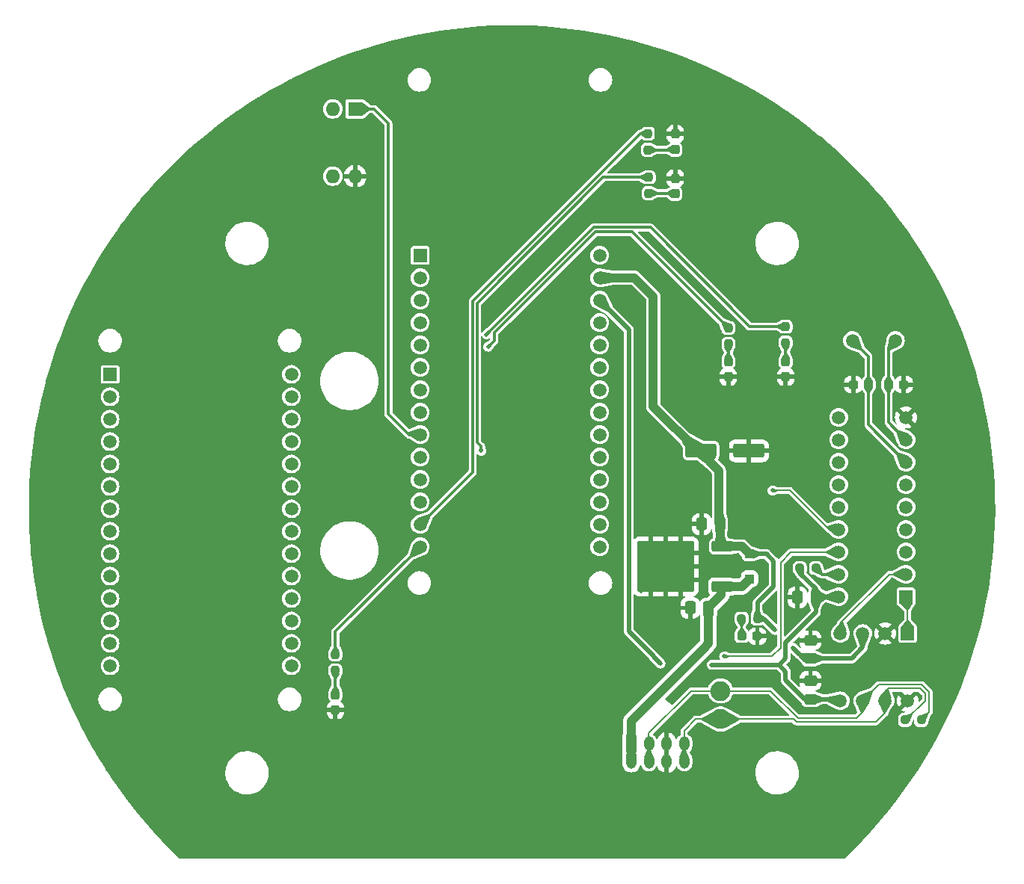
<source format=gbr>
%TF.GenerationSoftware,KiCad,Pcbnew,7.0.1-0*%
%TF.CreationDate,2023-05-22T14:05:29+09:00*%
%TF.ProjectId,SystemData,53797374-656d-4446-9174-612e6b696361,rev?*%
%TF.SameCoordinates,Original*%
%TF.FileFunction,Copper,L1,Top*%
%TF.FilePolarity,Positive*%
%FSLAX46Y46*%
G04 Gerber Fmt 4.6, Leading zero omitted, Abs format (unit mm)*
G04 Created by KiCad (PCBNEW 7.0.1-0) date 2023-05-22 14:05:29*
%MOMM*%
%LPD*%
G01*
G04 APERTURE LIST*
G04 Aperture macros list*
%AMRoundRect*
0 Rectangle with rounded corners*
0 $1 Rounding radius*
0 $2 $3 $4 $5 $6 $7 $8 $9 X,Y pos of 4 corners*
0 Add a 4 corners polygon primitive as box body*
4,1,4,$2,$3,$4,$5,$6,$7,$8,$9,$2,$3,0*
0 Add four circle primitives for the rounded corners*
1,1,$1+$1,$2,$3*
1,1,$1+$1,$4,$5*
1,1,$1+$1,$6,$7*
1,1,$1+$1,$8,$9*
0 Add four rect primitives between the rounded corners*
20,1,$1+$1,$2,$3,$4,$5,0*
20,1,$1+$1,$4,$5,$6,$7,0*
20,1,$1+$1,$6,$7,$8,$9,0*
20,1,$1+$1,$8,$9,$2,$3,0*%
G04 Aperture macros list end*
%TA.AperFunction,ComponentPad*%
%ADD10C,2.250000*%
%TD*%
%TA.AperFunction,SMDPad,CuDef*%
%ADD11RoundRect,0.250000X0.850000X0.350000X-0.850000X0.350000X-0.850000X-0.350000X0.850000X-0.350000X0*%
%TD*%
%TA.AperFunction,SMDPad,CuDef*%
%ADD12RoundRect,0.250000X1.275000X1.125000X-1.275000X1.125000X-1.275000X-1.125000X1.275000X-1.125000X0*%
%TD*%
%TA.AperFunction,SMDPad,CuDef*%
%ADD13RoundRect,0.249997X2.950003X2.650003X-2.950003X2.650003X-2.950003X-2.650003X2.950003X-2.650003X0*%
%TD*%
%TA.AperFunction,ComponentPad*%
%ADD14C,1.500000*%
%TD*%
%TA.AperFunction,SMDPad,CuDef*%
%ADD15RoundRect,0.250000X0.337500X0.475000X-0.337500X0.475000X-0.337500X-0.475000X0.337500X-0.475000X0*%
%TD*%
%TA.AperFunction,SMDPad,CuDef*%
%ADD16RoundRect,0.237500X-0.237500X0.287500X-0.237500X-0.287500X0.237500X-0.287500X0.237500X0.287500X0*%
%TD*%
%TA.AperFunction,SMDPad,CuDef*%
%ADD17RoundRect,0.237500X-0.237500X0.250000X-0.237500X-0.250000X0.237500X-0.250000X0.237500X0.250000X0*%
%TD*%
%TA.AperFunction,SMDPad,CuDef*%
%ADD18RoundRect,0.250000X0.475000X-0.337500X0.475000X0.337500X-0.475000X0.337500X-0.475000X-0.337500X0*%
%TD*%
%TA.AperFunction,SMDPad,CuDef*%
%ADD19RoundRect,0.237500X0.237500X-0.287500X0.237500X0.287500X-0.237500X0.287500X-0.237500X-0.287500X0*%
%TD*%
%TA.AperFunction,ComponentPad*%
%ADD20R,1.500000X1.500000*%
%TD*%
%TA.AperFunction,SMDPad,CuDef*%
%ADD21RoundRect,0.250000X0.300000X-0.300000X0.300000X0.300000X-0.300000X0.300000X-0.300000X-0.300000X0*%
%TD*%
%TA.AperFunction,ComponentPad*%
%ADD22R,1.508000X1.508000*%
%TD*%
%TA.AperFunction,ComponentPad*%
%ADD23C,1.508000*%
%TD*%
%TA.AperFunction,SMDPad,CuDef*%
%ADD24RoundRect,0.237500X0.300000X0.237500X-0.300000X0.237500X-0.300000X-0.237500X0.300000X-0.237500X0*%
%TD*%
%TA.AperFunction,SMDPad,CuDef*%
%ADD25RoundRect,0.250000X-1.500000X-0.550000X1.500000X-0.550000X1.500000X0.550000X-1.500000X0.550000X0*%
%TD*%
%TA.AperFunction,SMDPad,CuDef*%
%ADD26RoundRect,0.237500X-0.250000X-0.237500X0.250000X-0.237500X0.250000X0.237500X-0.250000X0.237500X0*%
%TD*%
%TA.AperFunction,SMDPad,CuDef*%
%ADD27RoundRect,0.237500X0.287500X0.237500X-0.287500X0.237500X-0.287500X-0.237500X0.287500X-0.237500X0*%
%TD*%
%TA.AperFunction,ComponentPad*%
%ADD28RoundRect,0.250000X-0.350000X-0.560000X0.350000X-0.560000X0.350000X0.560000X-0.350000X0.560000X0*%
%TD*%
%TA.AperFunction,ComponentPad*%
%ADD29O,1.200000X1.650000*%
%TD*%
%TA.AperFunction,SMDPad,CuDef*%
%ADD30RoundRect,0.237500X0.250000X0.237500X-0.250000X0.237500X-0.250000X-0.237500X0.250000X-0.237500X0*%
%TD*%
%TA.AperFunction,ComponentPad*%
%ADD31R,1.600000X1.600000*%
%TD*%
%TA.AperFunction,ComponentPad*%
%ADD32O,1.600000X1.600000*%
%TD*%
%TA.AperFunction,SMDPad,CuDef*%
%ADD33RoundRect,0.237500X-0.300000X-0.237500X0.300000X-0.237500X0.300000X0.237500X-0.300000X0.237500X0*%
%TD*%
%TA.AperFunction,ViaPad*%
%ADD34C,0.510000*%
%TD*%
%TA.AperFunction,Conductor*%
%ADD35C,0.200000*%
%TD*%
%TA.AperFunction,Conductor*%
%ADD36C,1.000000*%
%TD*%
%TA.AperFunction,Conductor*%
%ADD37C,0.500000*%
%TD*%
%TA.AperFunction,Conductor*%
%ADD38C,0.300000*%
%TD*%
%TA.AperFunction,Conductor*%
%ADD39C,0.250000*%
%TD*%
G04 APERTURE END LIST*
D10*
%TO.P,TP2,1,1*%
%TO.N,CAN_L*%
X172100000Y-125699432D03*
%TD*%
D11*
%TO.P,U3,1,IN*%
%TO.N,+12V*%
X172200000Y-113879432D03*
D12*
%TO.P,U3,2,GND*%
%TO.N,GND*%
X167575000Y-113124432D03*
X167575000Y-110074432D03*
D13*
X165900000Y-111599432D03*
D12*
X164225000Y-113124432D03*
X164225000Y-110074432D03*
D11*
%TO.P,U3,3,OUT*%
%TO.N,+5V*%
X172200000Y-109319432D03*
%TD*%
D14*
%TO.P,Y1,1,1*%
%TO.N,OSC2*%
X187027500Y-86000200D03*
%TO.P,Y1,2,2*%
%TO.N,OSC1*%
X191907500Y-86000200D03*
%TD*%
D15*
%TO.P,C2,1*%
%TO.N,+3.3V*%
X182897500Y-115100200D03*
%TO.P,C2,2*%
%TO.N,GND*%
X180822500Y-115100200D03*
%TD*%
D16*
%TO.P,D6,1,K*%
%TO.N,GND*%
X166977500Y-62612700D03*
%TO.P,D6,2,A*%
%TO.N,Net-(D6-A)*%
X166977500Y-64362700D03*
%TD*%
D17*
%TO.P,R8,1*%
%TO.N,GNSS_STATUS*%
X128500000Y-121587500D03*
%TO.P,R8,2*%
%TO.N,Net-(D7-A)*%
X128500000Y-123412500D03*
%TD*%
D15*
%TO.P,C7,1*%
%TO.N,+5V*%
X172037500Y-106799432D03*
%TO.P,C7,2*%
%TO.N,GND*%
X169962500Y-106799432D03*
%TD*%
D18*
%TO.P,C5,1*%
%TO.N,+5V*%
X182277500Y-122037700D03*
%TO.P,C5,2*%
%TO.N,GND*%
X182277500Y-119962700D03*
%TD*%
D19*
%TO.P,D7,1,K*%
%TO.N,GND*%
X128500000Y-127875000D03*
%TO.P,D7,2,A*%
%TO.N,Net-(D7-A)*%
X128500000Y-126125000D03*
%TD*%
D20*
%TO.P,U1,1,TXD*%
%TO.N,CAN_TX*%
X193277500Y-119200200D03*
D14*
%TO.P,U1,2,VSS*%
%TO.N,GND*%
X190737500Y-119200200D03*
%TO.P,U1,3,VDD*%
%TO.N,+5V*%
X188197500Y-119200200D03*
%TO.P,U1,4,RXD*%
%TO.N,CAN_RX*%
X185657500Y-119200200D03*
%TO.P,U1,5,Vio*%
%TO.N,+3.3V*%
X185657500Y-126820200D03*
%TO.P,U1,6,CANL*%
%TO.N,CAN_L*%
X188197500Y-126820200D03*
%TO.P,U1,7,CANH*%
%TO.N,CAN_H*%
X190737500Y-126820200D03*
%TO.P,U1,8,STBY*%
%TO.N,GND*%
X193277500Y-126820200D03*
%TD*%
D21*
%TO.P,D2,1,K*%
%TO.N,+12V*%
X175400000Y-112999432D03*
%TO.P,D2,2,A*%
%TO.N,+5V*%
X175400000Y-110199432D03*
%TD*%
D22*
%TO.P,U5,0*%
%TO.N,unconnected-(U5-Pad0)*%
X103000000Y-89840000D03*
D23*
%TO.P,U5,1*%
%TO.N,unconnected-(U5-Pad1)*%
X103000000Y-92380000D03*
%TO.P,U5,2*%
%TO.N,unconnected-(U5-Pad2)*%
X103000000Y-94920000D03*
%TO.P,U5,3*%
%TO.N,unconnected-(U5-Pad3)*%
X103000000Y-97460000D03*
%TO.P,U5,4*%
%TO.N,unconnected-(U5-Pad4)*%
X103000000Y-100000000D03*
%TO.P,U5,5*%
%TO.N,unconnected-(U5-Pad5)*%
X103000000Y-102540000D03*
%TO.P,U5,6*%
%TO.N,unconnected-(U5-Pad6)*%
X103000000Y-105080000D03*
%TO.P,U5,7*%
%TO.N,unconnected-(U5-Pad7)*%
X103000000Y-107620000D03*
%TO.P,U5,8*%
%TO.N,unconnected-(U5-Pad8)*%
X103000000Y-110160000D03*
%TO.P,U5,9*%
%TO.N,unconnected-(U5-Pad9)*%
X103000000Y-112700000D03*
%TO.P,U5,10*%
%TO.N,unconnected-(U5-Pad10)*%
X103000000Y-115240000D03*
%TO.P,U5,11*%
%TO.N,unconnected-(U5-Pad11)*%
X103000000Y-117780000D03*
%TO.P,U5,12*%
%TO.N,unconnected-(U5-Pad12)*%
X103000000Y-120320000D03*
%TO.P,U5,13*%
%TO.N,unconnected-(U5-Pad13)*%
X103000000Y-122860000D03*
%TO.P,U5,14*%
%TO.N,unconnected-(U5-Pad14)*%
X123520000Y-122860000D03*
%TO.P,U5,15*%
%TO.N,unconnected-(U5-Pad15)*%
X123520000Y-120320000D03*
%TO.P,U5,16*%
%TO.N,unconnected-(U5-Pad16)*%
X123520000Y-117780000D03*
%TO.P,U5,17*%
%TO.N,unconnected-(U5-Pad17)*%
X123520000Y-115240000D03*
%TO.P,U5,18*%
%TO.N,unconnected-(U5-Pad18)*%
X123520000Y-112700000D03*
%TO.P,U5,19*%
%TO.N,unconnected-(U5-Pad19)*%
X123520000Y-110160000D03*
%TO.P,U5,20*%
%TO.N,unconnected-(U5-Pad20)*%
X123520000Y-107620000D03*
%TO.P,U5,21*%
%TO.N,unconnected-(U5-Pad21)*%
X123520000Y-105080000D03*
%TO.P,U5,22*%
%TO.N,unconnected-(U5-Pad22)*%
X123520000Y-102540000D03*
%TO.P,U5,23*%
%TO.N,unconnected-(U5-Pad23)*%
X123520000Y-100000000D03*
%TO.P,U5,24*%
%TO.N,unconnected-(U5-Pad24)*%
X123520000Y-97460000D03*
%TO.P,U5,25*%
%TO.N,unconnected-(U5-Pad25)*%
X123520000Y-94920000D03*
%TO.P,U5,26*%
%TO.N,unconnected-(U5-Pad26)*%
X123520000Y-92380000D03*
%TO.P,U5,27*%
%TO.N,unconnected-(U5-Pad27)*%
X123520000Y-89840000D03*
%TD*%
D17*
%TO.P,R6,1*%
%TO.N,LORA_RECEIVE_STATUS*%
X163977500Y-67500200D03*
%TO.P,R6,2*%
%TO.N,Net-(D5-A)*%
X163977500Y-69325200D03*
%TD*%
D24*
%TO.P,C1,1*%
%TO.N,GND*%
X192840000Y-91000200D03*
%TO.P,C1,2*%
%TO.N,OSC1*%
X191115000Y-91000200D03*
%TD*%
D17*
%TO.P,R4,1*%
%TO.N,CAN_SEND_STATUS*%
X172977500Y-84587700D03*
%TO.P,R4,2*%
%TO.N,Net-(D3-A)*%
X172977500Y-86412700D03*
%TD*%
D22*
%TO.P,U4,1,PA03_VREFA/AREF*%
%TO.N,unconnected-(U4-PA03_VREFA{slash}AREF-Pad1)*%
X138102500Y-76359800D03*
D23*
%TO.P,U4,2,PA02_AIN0/DAC0/A0*%
%TO.N,unconnected-(U4-PA02_AIN0{slash}DAC0{slash}A0-Pad2)*%
X138102500Y-78899800D03*
%TO.P,U4,3,PB02_AIN10/A1*%
%TO.N,unconnected-(U4-PB02_AIN10{slash}A1-Pad3)*%
X138102500Y-81439800D03*
%TO.P,U4,4,PB03_AIN11/A2*%
%TO.N,unconnected-(U4-PB03_AIN11{slash}A2-Pad4)*%
X138102500Y-83979800D03*
%TO.P,U4,5,PA04_AIN4/A3*%
%TO.N,unconnected-(U4-PA04_AIN4{slash}A3-Pad5)*%
X138102500Y-86519800D03*
%TO.P,U4,6,PA05_AIN5/A4*%
%TO.N,unconnected-(U4-PA05_AIN5{slash}A4-Pad6)*%
X138102500Y-89059800D03*
%TO.P,U4,7,PA06_AIN6/A5*%
%TO.N,unconnected-(U4-PA06_AIN6{slash}A5-Pad7)*%
X138102500Y-91599800D03*
%TO.P,U4,8,PA07_AIN7/A6*%
%TO.N,unconnected-(U4-PA07_AIN7{slash}A6-Pad8)*%
X138102500Y-94139800D03*
%TO.P,U4,9,PA22_TC4-W0/0*%
%TO.N,DEBUG_MODE*%
X138102500Y-96679800D03*
%TO.P,U4,10,PA23_TC4-W1/1*%
%TO.N,CAN_RECEIVE_STATUS*%
X138102500Y-99219800D03*
%TO.P,U4,11,PA10_TCC0-W2/~2*%
%TO.N,CAN_SEND_STATUS*%
X138102500Y-101759800D03*
%TO.P,U4,12,PA11_TCC0-W3/~3*%
%TO.N,LORA_RECEIVE_STATUS*%
X138102500Y-104299800D03*
%TO.P,U4,13,PB10_TCC0-W4/~4*%
%TO.N,LORA_SEND_STATUS*%
X138102500Y-106839800D03*
%TO.P,U4,14,PB11_TCC0-W5/~5*%
%TO.N,GNSS_STATUS*%
X138102500Y-109379800D03*
%TO.P,U4,15,PA20_TCC0-W6*%
%TO.N,unconnected-(U4-PA20_TCC0-W6-Pad15)*%
X158422500Y-109379800D03*
%TO.P,U4,16,PA21_TCC0-W7*%
%TO.N,SPI_CS_MCP*%
X158422500Y-106839800D03*
%TO.P,U4,17,PA16_S1_MOSI*%
%TO.N,SPI_MOSI*%
X158422500Y-104299800D03*
%TO.P,U4,18,PA17_S1_SCK*%
%TO.N,SPI_SCLK*%
X158422500Y-101759800D03*
%TO.P,U4,19,PA19_S1_MISO*%
%TO.N,SPI_MISO*%
X158422500Y-99219800D03*
%TO.P,U4,20,PA08_S0_I2C_SDA*%
%TO.N,unconnected-(U4-PA08_S0_I2C_SDA-Pad20)*%
X158422500Y-96679800D03*
%TO.P,U4,21,PA09_S0_I2C_SCL*%
%TO.N,unconnected-(U4-PA09_S0_I2C_SCL-Pad21)*%
X158422500Y-94139800D03*
%TO.P,U4,22,PB23_S5_RX*%
%TO.N,unconnected-(U4-PB23_S5_RX-Pad22)*%
X158422500Y-91599800D03*
%TO.P,U4,23,PB22_S5_TX*%
%TO.N,unconnected-(U4-PB22_S5_TX-Pad23)*%
X158422500Y-89059800D03*
%TO.P,U4,24,RESET*%
%TO.N,unconnected-(U4-RESET-Pad24)*%
X158422500Y-86519800D03*
%TO.P,U4,25,GND*%
%TO.N,unconnected-(U4-GND-Pad25)*%
X158422500Y-83979800D03*
%TO.P,U4,26,+3V3*%
%TO.N,+3.3V*%
X158422500Y-81439800D03*
%TO.P,U4,27,VIN*%
%TO.N,+5V*%
X158422500Y-78899800D03*
%TO.P,U4,28,+5V*%
%TO.N,unconnected-(U4-+5V-Pad28)*%
X158422500Y-76359800D03*
%TD*%
D25*
%TO.P,C6,1*%
%TO.N,+5V*%
X169900000Y-98499432D03*
%TO.P,C6,2*%
%TO.N,GND*%
X175300000Y-98499432D03*
%TD*%
D19*
%TO.P,D3,1,K*%
%TO.N,GND*%
X172977500Y-90125200D03*
%TO.P,D3,2,A*%
%TO.N,Net-(D3-A)*%
X172977500Y-88375200D03*
%TD*%
D26*
%TO.P,R1,1*%
%TO.N,CAN_H*%
X192987500Y-129000000D03*
%TO.P,R1,2*%
%TO.N,CAN_L*%
X194812500Y-129000000D03*
%TD*%
D18*
%TO.P,C4,1*%
%TO.N,+3.3V*%
X182277500Y-126637700D03*
%TO.P,C4,2*%
%TO.N,GND*%
X182277500Y-124562700D03*
%TD*%
D15*
%TO.P,C3,1*%
%TO.N,+12V*%
X170737500Y-116299432D03*
%TO.P,C3,2*%
%TO.N,GND*%
X168662500Y-116299432D03*
%TD*%
D16*
%TO.P,D5,1,K*%
%TO.N,GND*%
X166977500Y-67625200D03*
%TO.P,D5,2,A*%
%TO.N,Net-(D5-A)*%
X166977500Y-69375200D03*
%TD*%
D10*
%TO.P,TP1,1,1*%
%TO.N,CAN_H*%
X172100000Y-128899432D03*
%TD*%
D27*
%TO.P,D1,1,K*%
%TO.N,GND*%
X176265000Y-119500200D03*
%TO.P,D1,2,A*%
%TO.N,Net-(D1-A)*%
X174515000Y-119500200D03*
%TD*%
D26*
%TO.P,R3,1*%
%TO.N,+3.3V*%
X181072500Y-111790200D03*
%TO.P,R3,2*%
%TO.N,Net-(U2-~RESET)*%
X182897500Y-111790200D03*
%TD*%
D28*
%TO.P,J1,1,Pin_1*%
%TO.N,+12V*%
X162000000Y-131690000D03*
D29*
%TO.P,J1,2,Pin_2*%
X162000000Y-133690000D03*
%TO.P,J1,3,Pin_3*%
%TO.N,CAN_L*%
X164000000Y-131690000D03*
%TO.P,J1,4,Pin_4*%
X164000000Y-133690000D03*
%TO.P,J1,5,Pin_5*%
%TO.N,GND*%
X166000000Y-131690000D03*
%TO.P,J1,6,Pin_6*%
X166000000Y-133690000D03*
%TO.P,J1,7,Pin_7*%
%TO.N,CAN_H*%
X168000000Y-131690000D03*
%TO.P,J1,8,Pin_8*%
X168000000Y-133690000D03*
%TD*%
D17*
%TO.P,R7,1*%
%TO.N,LORA_SEND_STATUS*%
X163890000Y-62575200D03*
%TO.P,R7,2*%
%TO.N,Net-(D6-A)*%
X163890000Y-64400200D03*
%TD*%
D20*
%TO.P,U2,1,TXCAN*%
%TO.N,CAN_TX*%
X193097500Y-115040200D03*
D14*
%TO.P,U2,2,RXCAN*%
%TO.N,CAN_RX*%
X193097500Y-112500200D03*
%TO.P,U2,3,CLKOUT/SOF*%
%TO.N,unconnected-(U2-CLKOUT{slash}SOF-Pad3)*%
X193097500Y-109960200D03*
%TO.P,U2,4,~TX0RTS*%
%TO.N,unconnected-(U2-~TX0RTS-Pad4)*%
X193097500Y-107420200D03*
%TO.P,U2,5,~TX1RTS*%
%TO.N,unconnected-(U2-~TX1RTS-Pad5)*%
X193097500Y-104880200D03*
%TO.P,U2,6,~TX2RTS*%
%TO.N,unconnected-(U2-~TX2RTS-Pad6)*%
X193097500Y-102340200D03*
%TO.P,U2,7,OSC2*%
%TO.N,OSC2*%
X193097500Y-99800200D03*
%TO.P,U2,8,OSC1*%
%TO.N,OSC1*%
X193097500Y-97260200D03*
%TO.P,U2,9,VSS*%
%TO.N,GND*%
X193097500Y-94720200D03*
%TO.P,U2,10,~RX1BF*%
%TO.N,unconnected-(U2-~RX1BF-Pad10)*%
X185477500Y-94720200D03*
%TO.P,U2,11,~RX0BF*%
%TO.N,unconnected-(U2-~RX0BF-Pad11)*%
X185477500Y-97260200D03*
%TO.P,U2,12,~INT*%
%TO.N,unconnected-(U2-~INT-Pad12)*%
X185477500Y-99800200D03*
%TO.P,U2,13,SCK*%
%TO.N,SPI_SCLK*%
X185477500Y-102340200D03*
%TO.P,U2,14,SI*%
%TO.N,SPI_MOSI*%
X185477500Y-104880200D03*
%TO.P,U2,15,SO*%
%TO.N,SPI_MISO*%
X185477500Y-107420200D03*
%TO.P,U2,16,~CS*%
%TO.N,SPI_CS_MCP*%
X185477500Y-109960200D03*
%TO.P,U2,17,~RESET*%
%TO.N,Net-(U2-~RESET)*%
X185477500Y-112500200D03*
%TO.P,U2,18,VDD*%
%TO.N,+3.3V*%
X185477500Y-115040200D03*
%TD*%
D30*
%TO.P,R2,1*%
%TO.N,+5V*%
X176302500Y-117500200D03*
%TO.P,R2,2*%
%TO.N,Net-(D1-A)*%
X174477500Y-117500200D03*
%TD*%
D31*
%TO.P,SW1,1*%
%TO.N,DEBUG_MODE*%
X130750000Y-59774432D03*
D32*
%TO.P,SW1,2*%
%TO.N,unconnected-(SW1-Pad2)*%
X128210000Y-59774432D03*
%TO.P,SW1,3*%
%TO.N,unconnected-(SW1-Pad3)*%
X128210000Y-67394432D03*
%TO.P,SW1,4*%
%TO.N,GND*%
X130750000Y-67394432D03*
%TD*%
D33*
%TO.P,C8,1*%
%TO.N,GND*%
X187115000Y-91000200D03*
%TO.P,C8,2*%
%TO.N,OSC2*%
X188840000Y-91000200D03*
%TD*%
D19*
%TO.P,D4,1,K*%
%TO.N,GND*%
X179477500Y-90125200D03*
%TO.P,D4,2,A*%
%TO.N,Net-(D4-A)*%
X179477500Y-88375200D03*
%TD*%
D17*
%TO.P,R5,1*%
%TO.N,CAN_RECEIVE_STATUS*%
X179477500Y-84425200D03*
%TO.P,R5,2*%
%TO.N,Net-(D4-A)*%
X179477500Y-86250200D03*
%TD*%
D34*
%TO.N,GND*%
X186700000Y-67800000D03*
X142700000Y-80800000D03*
X172000000Y-111499432D03*
X146100000Y-89000000D03*
X162500000Y-68800000D03*
X187300000Y-114600000D03*
X173300000Y-66200000D03*
X127300000Y-94400000D03*
X179700000Y-112200000D03*
X139900000Y-108200000D03*
X195700000Y-110800000D03*
X95900000Y-114600000D03*
X108900000Y-79800000D03*
X201300000Y-114600000D03*
X170900000Y-77600000D03*
X163700000Y-143800000D03*
X156700000Y-72000000D03*
X120500000Y-91800000D03*
X180500000Y-122800000D03*
X107300000Y-91600000D03*
X136300000Y-94200000D03*
X148900000Y-113200000D03*
X165500000Y-66000000D03*
X138100000Y-111600000D03*
X183700000Y-100800000D03*
X173500000Y-57600000D03*
X160100000Y-84800000D03*
X133500000Y-58400000D03*
X173700000Y-124000000D03*
X179500000Y-104000000D03*
X138300000Y-143600000D03*
X160100000Y-80400000D03*
X163100000Y-117600000D03*
X136300000Y-108400000D03*
X182900000Y-103600000D03*
X152300000Y-96200000D03*
X165300000Y-63000000D03*
X187500000Y-103800000D03*
X143100000Y-99600000D03*
X201900000Y-101800000D03*
X167300000Y-137800000D03*
X130900000Y-72200000D03*
X112700000Y-124800000D03*
X142700000Y-86000000D03*
X180100000Y-117800000D03*
X157700000Y-135800000D03*
X196100000Y-98600000D03*
X161300000Y-66200000D03*
X168900000Y-79200000D03*
X140500000Y-96600000D03*
X170500000Y-84000000D03*
X159300000Y-64000000D03*
X166700000Y-80399432D03*
X189900000Y-89600000D03*
X184700000Y-89600000D03*
X184100000Y-106000000D03*
X184900000Y-117200000D03*
X183900000Y-113800000D03*
X141700000Y-123600000D03*
X139500000Y-103000000D03*
X170500000Y-94800000D03*
X110700000Y-67800000D03*
X176800000Y-102099432D03*
X151300000Y-72000000D03*
X160100000Y-118200000D03*
X191500000Y-114000000D03*
X126300000Y-78000000D03*
X99700000Y-82600000D03*
X184100000Y-108600000D03*
X130500000Y-119600000D03*
X164700000Y-124200000D03*
X194300000Y-123000000D03*
X187300000Y-117800000D03*
X159900000Y-98000000D03*
X145900000Y-83200000D03*
X127300000Y-117800000D03*
X194900000Y-89800000D03*
X109300000Y-133000000D03*
X162900000Y-100600000D03*
X148100000Y-51000000D03*
X141100000Y-61600000D03*
X196100000Y-131400000D03*
X95300000Y-101600000D03*
X134500000Y-103400000D03*
X166700000Y-126499432D03*
X191900000Y-128200000D03*
X159900000Y-105400000D03*
X153500000Y-61400000D03*
X156300000Y-77800000D03*
X184100000Y-111200000D03*
X186500000Y-120800000D03*
X177500000Y-120400000D03*
X178900000Y-96600000D03*
X120700000Y-67800000D03*
X140500000Y-137600000D03*
X156100000Y-124600000D03*
X136500000Y-98000000D03*
X133100000Y-78800000D03*
X120500000Y-105600000D03*
X172700000Y-83000000D03*
X185300000Y-132200000D03*
X105700000Y-117600000D03*
X143300000Y-90600000D03*
X166300000Y-92800000D03*
X140900000Y-70800000D03*
X191100000Y-96400000D03*
X113300000Y-143200000D03*
X186700000Y-125000000D03*
X167400000Y-105099432D03*
X187500000Y-94000000D03*
X113100000Y-100000000D03*
X162900000Y-93800000D03*
X149500000Y-131000000D03*
X163900000Y-74200000D03*
X191100000Y-101000000D03*
X162900000Y-85400000D03*
X177700000Y-105600000D03*
X120300000Y-118000000D03*
X160300000Y-77200000D03*
X112700000Y-112000000D03*
X152300000Y-106800000D03*
X183900000Y-120000000D03*
X197500000Y-82800000D03*
X145700000Y-100800000D03*
X176800000Y-111799432D03*
X177900000Y-116200000D03*
X133100000Y-87600000D03*
X159700000Y-108400000D03*
X178900000Y-126000000D03*
X126900000Y-106800000D03*
X168100000Y-128400000D03*
X128100000Y-133400000D03*
X184300000Y-143600000D03*
X176700000Y-85600000D03*
X101500000Y-131400000D03*
X169500000Y-102099432D03*
X191900000Y-117200000D03*
X174200000Y-107899432D03*
X167100000Y-120600000D03*
X187300000Y-82200000D03*
X106700000Y-105200000D03*
X152300000Y-88000000D03*
X124900000Y-57600000D03*
X172900000Y-120400000D03*
X191100000Y-111000000D03*
X194700000Y-117200000D03*
X163100000Y-114400000D03*
X186900000Y-128000000D03*
X180800000Y-120099432D03*
X176100000Y-83000000D03*
%TO.N,+5V*%
X177488650Y-118011350D03*
X178277300Y-118800000D03*
X180300000Y-120800000D03*
X180900000Y-121400000D03*
%TO.N,+3.3V*%
X171100000Y-122750200D03*
X172477500Y-122750200D03*
X164513650Y-121786350D03*
X165300000Y-122600000D03*
%TO.N,SPI_CS_MCP*%
X172500000Y-121790497D03*
%TO.N,SPI_MISO*%
X177977500Y-103000200D03*
%TO.N,CAN_RECEIVE_STATUS*%
X145614645Y-85314645D03*
%TO.N,CAN_SEND_STATUS*%
X145806150Y-86706150D03*
%TO.N,LORA_RECEIVE_STATUS*%
X145000000Y-98500000D03*
%TD*%
D35*
%TO.N,CAN_H*%
X190737500Y-128162500D02*
X189700000Y-129200000D01*
X180677300Y-129200000D02*
X180376732Y-128899432D01*
X195300000Y-126800000D02*
X193100000Y-129000000D01*
X172100000Y-128899432D02*
X169300000Y-128899432D01*
X189700000Y-129200000D02*
X180677300Y-129200000D01*
X194700000Y-125400000D02*
X195300000Y-126000000D01*
X167977500Y-130221932D02*
X167977500Y-133690200D01*
X190737500Y-125762500D02*
X191100000Y-125400000D01*
X180376732Y-128899432D02*
X172100000Y-128899432D01*
X195300000Y-126000000D02*
X195300000Y-126800000D01*
X190737500Y-126820200D02*
X190737500Y-128162500D01*
X190737500Y-126820200D02*
X190737500Y-125762500D01*
X191100000Y-125400000D02*
X194700000Y-125400000D01*
X169300000Y-128899432D02*
X167977500Y-130221932D01*
D36*
%TO.N,+5V*%
X171917500Y-106679432D02*
X172037500Y-106799432D01*
X171917500Y-100740200D02*
X169777500Y-98600200D01*
D37*
X176302500Y-115675200D02*
X176324232Y-115675200D01*
X177488650Y-118011350D02*
X176977500Y-117500200D01*
D36*
X174520000Y-109319432D02*
X175400000Y-110199432D01*
X172200000Y-109319432D02*
X174520000Y-109319432D01*
X172037500Y-109156932D02*
X172200000Y-109319432D01*
X164477500Y-81000200D02*
X162377300Y-78900000D01*
X164477500Y-93500200D02*
X164477500Y-81000200D01*
D37*
X180900000Y-121400000D02*
X180300000Y-120800000D01*
D36*
X162377300Y-78900000D02*
X158422700Y-78900000D01*
D37*
X186940000Y-122037700D02*
X188197500Y-120780200D01*
X176324232Y-115675200D02*
X178100000Y-113899432D01*
D36*
X172037500Y-106799432D02*
X172037500Y-109156932D01*
D37*
X176302500Y-117500200D02*
X176302500Y-115675200D01*
X178277300Y-118800000D02*
X177488650Y-118011350D01*
X177300000Y-110199432D02*
X175400000Y-110199432D01*
X178100000Y-113899432D02*
X178100000Y-110999432D01*
X180900000Y-121400000D02*
X181537700Y-122037700D01*
D36*
X171917500Y-100740200D02*
X171917500Y-106679432D01*
D37*
X178100000Y-110999432D02*
X177300000Y-110199432D01*
X181537700Y-122037700D02*
X182277500Y-122037700D01*
D36*
X169577500Y-98600200D02*
X164477500Y-93500200D01*
D37*
X188197500Y-120780200D02*
X188197500Y-119200200D01*
X176977500Y-117500200D02*
X176302500Y-117500200D01*
X182277500Y-122037700D02*
X186940000Y-122037700D01*
D35*
%TO.N,CAN_L*%
X195700000Y-128112500D02*
X194812500Y-129000000D01*
X188197500Y-128102500D02*
X187500000Y-128800000D01*
X190017700Y-125000000D02*
X194865686Y-125000000D01*
X195700000Y-125834315D02*
X195700000Y-128112500D01*
X177742418Y-125699432D02*
X168785457Y-125699432D01*
X194865686Y-125000000D02*
X195700000Y-125834315D01*
X188197500Y-126820200D02*
X190017700Y-125000000D01*
X163977500Y-130507389D02*
X163977500Y-133690200D01*
X180842986Y-128800000D02*
X177742418Y-125699432D01*
X187500000Y-128800000D02*
X180842986Y-128800000D01*
X168785457Y-125699432D02*
X163977500Y-130507389D01*
X188197500Y-126820200D02*
X188197500Y-128102500D01*
D37*
%TO.N,+3.3V*%
X181072500Y-111790200D02*
X181072500Y-112345200D01*
X185477500Y-115040200D02*
X182957500Y-115040200D01*
X181615000Y-126637700D02*
X182277500Y-126637700D01*
X172477500Y-122750200D02*
X178727500Y-122750200D01*
X182897500Y-114170200D02*
X182897500Y-115100200D01*
X178727500Y-122750200D02*
X179477500Y-123500200D01*
X178727500Y-122750200D02*
X179475000Y-122002700D01*
X179475000Y-122002700D02*
X179475000Y-120225000D01*
X161727500Y-84767500D02*
X158422500Y-81462500D01*
X164513650Y-121813650D02*
X164513650Y-121786350D01*
X164513650Y-121786350D02*
X161727500Y-119000200D01*
X181072500Y-112345200D02*
X182897500Y-114170200D01*
X161727500Y-119000200D02*
X161727500Y-84767500D01*
X182897500Y-116802500D02*
X182897500Y-115100200D01*
X179475000Y-120225000D02*
X182897500Y-116802500D01*
X182277500Y-126637700D02*
X185475000Y-126637700D01*
X179477500Y-123500200D02*
X179477500Y-124500200D01*
X179477500Y-124500200D02*
X181615000Y-126637700D01*
X165300000Y-122600000D02*
X164513650Y-121813650D01*
X171100000Y-122750200D02*
X172477500Y-122750200D01*
D35*
%TO.N,CAN_TX*%
X193277500Y-119200200D02*
X193277500Y-115220200D01*
%TO.N,CAN_RX*%
X191227500Y-112500200D02*
X193097500Y-112500200D01*
X185657500Y-119200200D02*
X185657500Y-118070200D01*
X185657500Y-118070200D02*
X191227500Y-112500200D01*
D38*
%TO.N,OSC1*%
X191115000Y-91000200D02*
X191115000Y-95277700D01*
X191907500Y-86000200D02*
X191115000Y-86792700D01*
X191115000Y-95277700D02*
X193097500Y-97260200D01*
X191115000Y-86792700D02*
X191115000Y-91000200D01*
%TO.N,OSC2*%
X188840000Y-91000200D02*
X188840000Y-95542700D01*
X188840000Y-95542700D02*
X193097500Y-99800200D01*
X188840000Y-87812700D02*
X188840000Y-91000200D01*
X187027500Y-86000200D02*
X188840000Y-87812700D01*
D35*
%TO.N,SPI_CS_MCP*%
X178900000Y-111140000D02*
X180040000Y-110000000D01*
X172500000Y-121790497D02*
X177909503Y-121790497D01*
X177909503Y-121790497D02*
X178900000Y-120800000D01*
X178900000Y-120800000D02*
X178900000Y-111140000D01*
X180040000Y-110000000D02*
X185500000Y-110000000D01*
%TO.N,SPI_MISO*%
X184397500Y-107420200D02*
X185477500Y-107420200D01*
X179977500Y-103000200D02*
X184397500Y-107420200D01*
X177977500Y-103000200D02*
X179977500Y-103000200D01*
D38*
%TO.N,Net-(D7-A)*%
X128500000Y-126125000D02*
X128500000Y-123412500D01*
%TO.N,Net-(U2-~RESET)*%
X183607500Y-112500200D02*
X182897500Y-111790200D01*
X185477500Y-112500200D02*
X183607500Y-112500200D01*
D39*
%TO.N,Net-(D1-A)*%
X174477500Y-117500200D02*
X174477500Y-119462700D01*
D38*
%TO.N,Net-(D3-A)*%
X172977500Y-88375200D02*
X172977500Y-86412700D01*
%TO.N,Net-(D4-A)*%
X179477500Y-88375200D02*
X179477500Y-86250200D01*
%TO.N,Net-(D5-A)*%
X163977500Y-69325200D02*
X166927500Y-69325200D01*
%TO.N,Net-(D6-A)*%
X163890000Y-64400200D02*
X166940000Y-64400200D01*
%TO.N,CAN_RECEIVE_STATUS*%
X157729090Y-73200200D02*
X164177500Y-73200200D01*
X175402500Y-84425200D02*
X179477500Y-84425200D01*
X145614645Y-85314645D02*
X157729090Y-73200200D01*
X164177500Y-73200200D02*
X175402500Y-84425200D01*
%TO.N,CAN_SEND_STATUS*%
X146500000Y-85136396D02*
X157936196Y-73700200D01*
X157936196Y-73700200D02*
X162090000Y-73700200D01*
X146500000Y-86012300D02*
X146500000Y-85136396D01*
X145806150Y-86706150D02*
X146500000Y-86012300D01*
X162090000Y-73700200D02*
X172977500Y-84587700D01*
%TO.N,LORA_RECEIVE_STATUS*%
X144537700Y-97537700D02*
X144537700Y-81769348D01*
X144537700Y-81769348D02*
X158806848Y-67500200D01*
X158806848Y-67500200D02*
X163977500Y-67500200D01*
X145000000Y-98000000D02*
X144537700Y-97537700D01*
X145000000Y-98500000D02*
X145000000Y-98000000D01*
%TO.N,LORA_SEND_STATUS*%
X144037700Y-100904600D02*
X138102500Y-106839800D01*
X163024742Y-62575200D02*
X144037700Y-81562242D01*
X163890000Y-62575200D02*
X163024742Y-62575200D01*
X144037700Y-81562242D02*
X144037700Y-100904600D01*
%TO.N,GNSS_STATUS*%
X128500000Y-118982300D02*
X138102500Y-109379800D01*
X128500000Y-121587500D02*
X128500000Y-118982300D01*
%TO.N,DEBUG_MODE*%
X134500000Y-94288650D02*
X136891150Y-96679800D01*
X132875000Y-59774432D02*
X134500000Y-61399432D01*
X136891150Y-96679800D02*
X138102500Y-96679800D01*
X134500000Y-61399432D02*
X134500000Y-94288650D01*
X130750000Y-59774432D02*
X132875000Y-59774432D01*
D36*
%TO.N,+12V*%
X161977500Y-133690200D02*
X161977500Y-131690200D01*
X172200000Y-114836932D02*
X170737500Y-116299432D01*
X170737500Y-116299432D02*
X170737500Y-120340200D01*
X172200000Y-113879432D02*
X172200000Y-114836932D01*
X174520000Y-113879432D02*
X175400000Y-112999432D01*
X161977500Y-131690200D02*
X161977500Y-129100200D01*
X172200000Y-113879432D02*
X174520000Y-113879432D01*
X170737500Y-120340200D02*
X170189134Y-120888566D01*
X161977500Y-129100200D02*
X170189134Y-120888566D01*
%TD*%
%TA.AperFunction,Conductor*%
%TO.N,CAN_L*%
G36*
X189192613Y-125693994D02*
G01*
X189323705Y-125825086D01*
X189326831Y-125830722D01*
X189326498Y-125837159D01*
X188894447Y-127095454D01*
X188890884Y-127100631D01*
X188885157Y-127103218D01*
X188878917Y-127102469D01*
X188201288Y-126822762D01*
X188197479Y-126820220D01*
X188194937Y-126816411D01*
X187915229Y-126138780D01*
X187914481Y-126132542D01*
X187917068Y-126126815D01*
X187922242Y-126123253D01*
X189180544Y-125691200D01*
X189186977Y-125690868D01*
X189192613Y-125693994D01*
G37*
%TD.AperFunction*%
%TD*%
%TA.AperFunction,Conductor*%
%TO.N,+3.3V*%
G36*
X185188680Y-114351406D02*
G01*
X185194784Y-114357629D01*
X185476633Y-115035709D01*
X185477529Y-115040200D01*
X185476633Y-115044691D01*
X185194784Y-115722770D01*
X185188680Y-115728993D01*
X185179967Y-115729268D01*
X183985186Y-115293006D01*
X183979612Y-115288723D01*
X183977500Y-115282017D01*
X183977500Y-114798383D01*
X183979612Y-114791677D01*
X183985187Y-114787393D01*
X185179970Y-114351130D01*
X185188680Y-114351406D01*
G37*
%TD.AperFunction*%
%TD*%
%TA.AperFunction,Conductor*%
%TO.N,+5V*%
G36*
X176739283Y-117116663D02*
G01*
X176866299Y-117200901D01*
X177345647Y-117518809D01*
X177349978Y-117524057D01*
X177350657Y-117530828D01*
X177347452Y-117536832D01*
X177006464Y-117877820D01*
X177000630Y-117880990D01*
X176650718Y-117955558D01*
X176644160Y-117955066D01*
X176638903Y-117951114D01*
X176329664Y-117536832D01*
X176308169Y-117508035D01*
X176305902Y-117499896D01*
X176309708Y-117492352D01*
X176724981Y-117117725D01*
X176731949Y-117114746D01*
X176739283Y-117116663D01*
G37*
%TD.AperFunction*%
%TD*%
%TA.AperFunction,Conductor*%
%TO.N,CAN_RX*%
G36*
X185857813Y-117747255D02*
G01*
X185987947Y-117877389D01*
X185990721Y-117881809D01*
X186346773Y-118902758D01*
X186346404Y-118911393D01*
X186340209Y-118917418D01*
X185664028Y-119197905D01*
X185657258Y-119198572D01*
X185651261Y-119195360D01*
X185134436Y-118677155D01*
X185131043Y-118669626D01*
X185133466Y-118661733D01*
X185840287Y-117748366D01*
X185845568Y-117744523D01*
X185852088Y-117744109D01*
X185857813Y-117747255D01*
G37*
%TD.AperFunction*%
%TD*%
%TA.AperFunction,Conductor*%
%TO.N,+12V*%
G36*
X173889667Y-113378216D02*
G01*
X173897043Y-113382061D01*
X173900000Y-113389836D01*
X173900000Y-114369028D01*
X173897043Y-114376803D01*
X173889667Y-114380647D01*
X173639100Y-114410126D01*
X173054447Y-114478908D01*
X173046338Y-114476850D01*
X172212562Y-113888994D01*
X172208194Y-113883100D01*
X172208194Y-113875764D01*
X172212562Y-113869870D01*
X173046340Y-113282012D01*
X173054446Y-113279955D01*
X173889667Y-113378216D01*
G37*
%TD.AperFunction*%
%TD*%
%TA.AperFunction,Conductor*%
%TO.N,OSC2*%
G36*
X188847490Y-91005442D02*
G01*
X189307386Y-91388723D01*
X189311420Y-91395695D01*
X189309992Y-91403622D01*
X188993389Y-91944411D01*
X188989111Y-91948650D01*
X188983292Y-91950200D01*
X188696708Y-91950200D01*
X188690889Y-91948650D01*
X188686611Y-91944411D01*
X188370007Y-91403622D01*
X188368579Y-91395695D01*
X188372611Y-91388725D01*
X188832509Y-91005442D01*
X188840000Y-91002731D01*
X188847490Y-91005442D01*
G37*
%TD.AperFunction*%
%TD*%
%TA.AperFunction,Conductor*%
%TO.N,+12V*%
G36*
X162475006Y-130267869D02*
G01*
X162478917Y-130275069D01*
X162589424Y-131060207D01*
X162588986Y-131065389D01*
X162586346Y-131069869D01*
X162008099Y-131682419D01*
X162002912Y-131685607D01*
X161996826Y-131685757D01*
X161991488Y-131682828D01*
X161404059Y-131118897D01*
X161401201Y-131114551D01*
X161400510Y-131109399D01*
X161476530Y-130275637D01*
X161480293Y-130268059D01*
X161488182Y-130265000D01*
X162467331Y-130265000D01*
X162475006Y-130267869D01*
G37*
%TD.AperFunction*%
%TD*%
%TA.AperFunction,Conductor*%
%TO.N,OSC1*%
G36*
X192149985Y-96096175D02*
G01*
X193373284Y-96563004D01*
X193378256Y-96566636D01*
X193380696Y-96572290D01*
X193379927Y-96578399D01*
X193100062Y-97256411D01*
X193097520Y-97260220D01*
X193093711Y-97262762D01*
X192415699Y-97542627D01*
X192409590Y-97543396D01*
X192403936Y-97540956D01*
X192400304Y-97535983D01*
X192295069Y-97260220D01*
X191933475Y-96312685D01*
X191932965Y-96306074D01*
X191936132Y-96300247D01*
X192137547Y-96098832D01*
X192143374Y-96095665D01*
X192149985Y-96096175D01*
G37*
%TD.AperFunction*%
%TD*%
%TA.AperFunction,Conductor*%
%TO.N,GNSS_STATUS*%
G36*
X137417010Y-109095845D02*
G01*
X138098711Y-109377237D01*
X138102520Y-109379779D01*
X138105062Y-109383588D01*
X138386454Y-110065289D01*
X138387222Y-110071400D01*
X138384780Y-110077055D01*
X138379805Y-110080686D01*
X137149330Y-110549485D01*
X137142717Y-110549993D01*
X137136891Y-110546825D01*
X136935474Y-110345408D01*
X136932306Y-110339582D01*
X136932813Y-110332972D01*
X137401614Y-109102491D01*
X137405244Y-109097519D01*
X137410899Y-109095077D01*
X137417010Y-109095845D01*
G37*
%TD.AperFunction*%
%TD*%
%TA.AperFunction,Conductor*%
%TO.N,SPI_MISO*%
G36*
X178105428Y-102774587D02*
G01*
X178479454Y-102897555D01*
X178485277Y-102901809D01*
X178487500Y-102908670D01*
X178487500Y-103091730D01*
X178485277Y-103098591D01*
X178479454Y-103102845D01*
X178085356Y-103232411D01*
X178076841Y-103231939D01*
X178070909Y-103225812D01*
X177978388Y-103004713D01*
X177977482Y-103000199D01*
X177978387Y-102995688D01*
X178070909Y-102774586D01*
X178076841Y-102768460D01*
X178085356Y-102767988D01*
X178105428Y-102774587D01*
G37*
%TD.AperFunction*%
%TD*%
%TA.AperFunction,Conductor*%
%TO.N,+5V*%
G36*
X176550979Y-116552349D02*
G01*
X176555255Y-116558006D01*
X176768966Y-117163441D01*
X176769076Y-117170902D01*
X176764653Y-117176912D01*
X176309220Y-117496484D01*
X176302500Y-117498607D01*
X176295780Y-117496484D01*
X175840346Y-117176912D01*
X175835923Y-117170902D01*
X175836032Y-117163444D01*
X176049745Y-116558006D01*
X176054021Y-116552349D01*
X176060778Y-116550200D01*
X176544222Y-116550200D01*
X176550979Y-116552349D01*
G37*
%TD.AperFunction*%
%TD*%
%TA.AperFunction,Conductor*%
%TO.N,+5V*%
G36*
X188201987Y-119201065D02*
G01*
X188880070Y-119482915D01*
X188886293Y-119489019D01*
X188886569Y-119497732D01*
X188450307Y-120692513D01*
X188446023Y-120698088D01*
X188439317Y-120700200D01*
X187955683Y-120700200D01*
X187948977Y-120698088D01*
X187944693Y-120692513D01*
X187508430Y-119497729D01*
X187508706Y-119489019D01*
X187514928Y-119482915D01*
X188193012Y-119201065D01*
X188197500Y-119200170D01*
X188201987Y-119201065D01*
G37*
%TD.AperFunction*%
%TD*%
%TA.AperFunction,Conductor*%
%TO.N,Net-(U2-~RESET)*%
G36*
X183385554Y-111602348D02*
G01*
X183389114Y-111607386D01*
X183658163Y-112348264D01*
X183658866Y-112352258D01*
X183658866Y-112632830D01*
X183656466Y-112639930D01*
X183650250Y-112644116D01*
X183642770Y-112643672D01*
X183332301Y-112517757D01*
X182720299Y-112269551D01*
X182713944Y-112263322D01*
X182713809Y-112254425D01*
X182894644Y-111794915D01*
X182897244Y-111790942D01*
X182901210Y-111788328D01*
X183373798Y-111600506D01*
X183379927Y-111599821D01*
X183385554Y-111602348D01*
G37*
%TD.AperFunction*%
%TD*%
%TA.AperFunction,Conductor*%
%TO.N,Net-(D5-A)*%
G36*
X164314953Y-68860437D02*
G01*
X164921148Y-69171936D01*
X164925786Y-69176245D01*
X164927500Y-69182341D01*
X164927500Y-69468059D01*
X164925786Y-69474155D01*
X164921148Y-69478463D01*
X164708299Y-69587838D01*
X164314954Y-69789961D01*
X164306802Y-69790914D01*
X164300031Y-69786275D01*
X163981215Y-69331919D01*
X163979092Y-69325199D01*
X163981214Y-69318481D01*
X164300032Y-68864122D01*
X164306802Y-68859485D01*
X164314953Y-68860437D01*
G37*
%TD.AperFunction*%
%TD*%
%TA.AperFunction,Conductor*%
%TO.N,Net-(D7-A)*%
G36*
X128507007Y-123416743D02*
G01*
X128949133Y-123747560D01*
X128953503Y-123754204D01*
X128952615Y-123762107D01*
X128653219Y-124368480D01*
X128648904Y-124373237D01*
X128642728Y-124375000D01*
X128357272Y-124375000D01*
X128351096Y-124373237D01*
X128346781Y-124368480D01*
X128047384Y-123762107D01*
X128046496Y-123754204D01*
X128050864Y-123747561D01*
X128492992Y-123416743D01*
X128500000Y-123414412D01*
X128507007Y-123416743D01*
G37*
%TD.AperFunction*%
%TD*%
%TA.AperFunction,Conductor*%
%TO.N,+3.3V*%
G36*
X182806683Y-113729472D02*
G01*
X182811966Y-113733237D01*
X183337603Y-114395794D01*
X183340121Y-114402458D01*
X183338308Y-114409348D01*
X182906052Y-115088578D01*
X182900812Y-115093041D01*
X182893969Y-115093785D01*
X182887893Y-115090554D01*
X182333784Y-114534301D01*
X182330769Y-114529063D01*
X182330770Y-114523022D01*
X182449444Y-114079537D01*
X182452470Y-114074293D01*
X182794529Y-113732234D01*
X182800206Y-113729100D01*
X182806683Y-113729472D01*
G37*
%TD.AperFunction*%
%TD*%
%TA.AperFunction,Conductor*%
%TO.N,Net-(D7-A)*%
G36*
X128648904Y-125126763D02*
G01*
X128653219Y-125131520D01*
X128952831Y-125738331D01*
X128953784Y-125745945D01*
X128949814Y-125752513D01*
X128507474Y-126119794D01*
X128500000Y-126122492D01*
X128492526Y-126119794D01*
X128050185Y-125752513D01*
X128046215Y-125745945D01*
X128047168Y-125738331D01*
X128346781Y-125131520D01*
X128351096Y-125126763D01*
X128357272Y-125125000D01*
X128642728Y-125125000D01*
X128648904Y-125126763D01*
G37*
%TD.AperFunction*%
%TD*%
%TA.AperFunction,Conductor*%
%TO.N,+5V*%
G36*
X182855431Y-121472346D02*
G01*
X183410229Y-121710523D01*
X183582916Y-121784659D01*
X183588070Y-121788972D01*
X183590000Y-121795410D01*
X183590000Y-122279990D01*
X183588070Y-122286428D01*
X183582916Y-122290741D01*
X182855433Y-122603052D01*
X182848624Y-122603794D01*
X182842567Y-122600597D01*
X182284842Y-122045995D01*
X182281794Y-122040738D01*
X182281794Y-122034660D01*
X182284839Y-122029407D01*
X182842568Y-121474801D01*
X182848624Y-121471605D01*
X182855431Y-121472346D01*
G37*
%TD.AperFunction*%
%TD*%
%TA.AperFunction,Conductor*%
%TO.N,LORA_SEND_STATUS*%
G36*
X139068108Y-105672774D02*
G01*
X139269525Y-105874191D01*
X139272693Y-105880017D01*
X139272185Y-105886630D01*
X138803386Y-107117105D01*
X138799755Y-107122080D01*
X138794100Y-107124522D01*
X138787989Y-107123754D01*
X138106288Y-106842362D01*
X138102479Y-106839820D01*
X138099937Y-106836011D01*
X137818545Y-106154310D01*
X137817777Y-106148199D01*
X137820219Y-106142544D01*
X137825191Y-106138914D01*
X139055672Y-105670113D01*
X139062282Y-105669606D01*
X139068108Y-105672774D01*
G37*
%TD.AperFunction*%
%TD*%
%TA.AperFunction,Conductor*%
%TO.N,CAN_RX*%
G36*
X192811376Y-111813828D02*
G01*
X192815258Y-111818770D01*
X193096633Y-112495709D01*
X193097529Y-112500200D01*
X193096633Y-112504691D01*
X192815258Y-113181629D01*
X192811376Y-113186571D01*
X192805496Y-113188791D01*
X192799316Y-113187649D01*
X192139012Y-112864892D01*
X191604060Y-112603406D01*
X191599275Y-112599093D01*
X191597500Y-112592897D01*
X191597500Y-112407503D01*
X191599275Y-112401307D01*
X191604060Y-112396993D01*
X192799317Y-111812749D01*
X192805496Y-111811608D01*
X192811376Y-111813828D01*
G37*
%TD.AperFunction*%
%TD*%
%TA.AperFunction,Conductor*%
%TO.N,+5V*%
G36*
X169909795Y-98503394D02*
G01*
X171548139Y-99231910D01*
X171553116Y-99236107D01*
X171555081Y-99242315D01*
X171553422Y-99248612D01*
X171396711Y-99510325D01*
X171394946Y-99512587D01*
X170696225Y-100211308D01*
X170688633Y-100214715D01*
X170680696Y-100212213D01*
X169792881Y-99510325D01*
X169533379Y-99305168D01*
X169529251Y-99298690D01*
X169530030Y-99291048D01*
X169549808Y-99248612D01*
X169894437Y-98509143D01*
X169900941Y-98503128D01*
X169909795Y-98503394D01*
G37*
%TD.AperFunction*%
%TD*%
%TA.AperFunction,Conductor*%
%TO.N,+5V*%
G36*
X175804005Y-109671786D02*
G01*
X176433718Y-109922991D01*
X176492635Y-109946494D01*
X176497985Y-109950797D01*
X176500000Y-109957361D01*
X176500000Y-110441503D01*
X176497985Y-110448067D01*
X176492635Y-110452370D01*
X175804007Y-110727076D01*
X175796497Y-110727470D01*
X175790299Y-110723211D01*
X175584747Y-110448067D01*
X175404229Y-110206431D01*
X175401903Y-110199432D01*
X175404229Y-110192432D01*
X175790300Y-109675651D01*
X175796497Y-109671393D01*
X175804005Y-109671786D01*
G37*
%TD.AperFunction*%
%TD*%
%TA.AperFunction,Conductor*%
%TO.N,+3.3V*%
G36*
X185368843Y-126130451D02*
G01*
X185374248Y-126136339D01*
X185478728Y-126387700D01*
X185656633Y-126815709D01*
X185657529Y-126820200D01*
X185656633Y-126824691D01*
X185375423Y-127501233D01*
X185371434Y-127506253D01*
X185365398Y-127508416D01*
X185359129Y-127507073D01*
X184200010Y-126891000D01*
X184195473Y-126886696D01*
X184193801Y-126880669D01*
X184193801Y-126397094D01*
X184196378Y-126389769D01*
X184202972Y-126385670D01*
X185360919Y-126129407D01*
X185368843Y-126130451D01*
G37*
%TD.AperFunction*%
%TD*%
%TA.AperFunction,Conductor*%
%TO.N,OSC1*%
G36*
X191264111Y-90051750D02*
G01*
X191268389Y-90055989D01*
X191584992Y-90596777D01*
X191586420Y-90604704D01*
X191582386Y-90611676D01*
X191122491Y-90994956D01*
X191115000Y-90997668D01*
X191107509Y-90994956D01*
X190647613Y-90611676D01*
X190643579Y-90604704D01*
X190645006Y-90596779D01*
X190961610Y-90055989D01*
X190965889Y-90051750D01*
X190971708Y-90050200D01*
X191258292Y-90050200D01*
X191264111Y-90051750D01*
G37*
%TD.AperFunction*%
%TD*%
%TA.AperFunction,Conductor*%
%TO.N,Net-(D4-A)*%
G36*
X179484507Y-86254443D02*
G01*
X179926633Y-86585260D01*
X179931003Y-86591904D01*
X179930115Y-86599807D01*
X179630719Y-87206180D01*
X179626404Y-87210937D01*
X179620228Y-87212700D01*
X179334772Y-87212700D01*
X179328596Y-87210937D01*
X179324281Y-87206180D01*
X179024884Y-86599807D01*
X179023996Y-86591904D01*
X179028364Y-86585261D01*
X179470492Y-86254443D01*
X179477500Y-86252112D01*
X179484507Y-86254443D01*
G37*
%TD.AperFunction*%
%TD*%
%TA.AperFunction,Conductor*%
%TO.N,+5V*%
G36*
X172044865Y-106804399D02*
G01*
X172620068Y-107270436D01*
X172623512Y-107275048D01*
X172624340Y-107280743D01*
X172538595Y-108101448D01*
X172534790Y-108108924D01*
X172526958Y-108111932D01*
X171548042Y-108111932D01*
X171540210Y-108108924D01*
X171536405Y-108101448D01*
X171450659Y-107280743D01*
X171451487Y-107275048D01*
X171454929Y-107270438D01*
X172030135Y-106804398D01*
X172037500Y-106801790D01*
X172044865Y-106804399D01*
G37*
%TD.AperFunction*%
%TD*%
%TA.AperFunction,Conductor*%
%TO.N,Net-(D1-A)*%
G36*
X174601774Y-118551567D02*
G01*
X174605980Y-118555350D01*
X174964714Y-119086290D01*
X174966629Y-119094287D01*
X174962809Y-119101569D01*
X174522037Y-119494919D01*
X174514833Y-119497875D01*
X174507369Y-119495655D01*
X174033947Y-119151637D01*
X174029407Y-119144727D01*
X174030568Y-119136542D01*
X174349167Y-118556269D01*
X174353465Y-118551831D01*
X174359424Y-118550200D01*
X174596285Y-118550200D01*
X174601774Y-118551567D01*
G37*
%TD.AperFunction*%
%TD*%
%TA.AperFunction,Conductor*%
%TO.N,CAN_H*%
G36*
X172672565Y-127930784D02*
G01*
X174219013Y-128796082D01*
X174223393Y-128800374D01*
X174225000Y-128806292D01*
X174225000Y-128992572D01*
X174223393Y-128998490D01*
X174219013Y-129002782D01*
X172672566Y-129868078D01*
X172663753Y-129869150D01*
X172656725Y-129863726D01*
X172102388Y-128905290D01*
X172100816Y-128899432D01*
X172102388Y-128893574D01*
X172156293Y-128800374D01*
X172656725Y-127935136D01*
X172663753Y-127929713D01*
X172672565Y-127930784D01*
G37*
%TD.AperFunction*%
%TD*%
%TA.AperFunction,Conductor*%
%TO.N,DEBUG_MODE*%
G36*
X137812141Y-95987357D02*
G01*
X137818272Y-95993599D01*
X138101345Y-96676019D01*
X138102238Y-96680506D01*
X138101342Y-96684993D01*
X137819336Y-97363461D01*
X137815074Y-97368670D01*
X137808647Y-97370669D01*
X137802182Y-97368797D01*
X136736908Y-96680507D01*
X136587483Y-96583961D01*
X136583071Y-96578723D01*
X136582347Y-96571911D01*
X136585559Y-96565864D01*
X136785646Y-96365777D01*
X136789845Y-96363083D01*
X137803397Y-95987112D01*
X137812141Y-95987357D01*
G37*
%TD.AperFunction*%
%TD*%
%TA.AperFunction,Conductor*%
%TO.N,Net-(D6-A)*%
G36*
X164227453Y-63935437D02*
G01*
X164833648Y-64246936D01*
X164838286Y-64251245D01*
X164840000Y-64257341D01*
X164840000Y-64543059D01*
X164838286Y-64549155D01*
X164833648Y-64553463D01*
X164620799Y-64662838D01*
X164227454Y-64864961D01*
X164219302Y-64865914D01*
X164212531Y-64861275D01*
X163893714Y-64406919D01*
X163891592Y-64400200D01*
X163893715Y-64393480D01*
X163989242Y-64257341D01*
X164212532Y-63939122D01*
X164219302Y-63934485D01*
X164227453Y-63935437D01*
G37*
%TD.AperFunction*%
%TD*%
%TA.AperFunction,Conductor*%
%TO.N,SPI_MISO*%
G36*
X185188723Y-106731090D02*
G01*
X185194606Y-106737221D01*
X185475205Y-107413671D01*
X185475872Y-107420441D01*
X185472660Y-107426438D01*
X184954686Y-107943033D01*
X184946976Y-107946436D01*
X184938980Y-107943775D01*
X184039739Y-107202119D01*
X184036098Y-107196836D01*
X184035791Y-107190427D01*
X184038908Y-107184822D01*
X184169219Y-107054511D01*
X184173930Y-107051642D01*
X185180244Y-106730558D01*
X185188723Y-106731090D01*
G37*
%TD.AperFunction*%
%TD*%
%TA.AperFunction,Conductor*%
%TO.N,LORA_RECEIVE_STATUS*%
G36*
X145099619Y-97899940D02*
G01*
X145104200Y-97906515D01*
X145232978Y-98392561D01*
X145232164Y-98400728D01*
X145226185Y-98406351D01*
X145005210Y-98498822D01*
X145000705Y-98499729D01*
X144996199Y-98498832D01*
X144775099Y-98406862D01*
X144768801Y-98400578D01*
X144768743Y-98391681D01*
X144885973Y-98101198D01*
X144888546Y-98097310D01*
X145084618Y-97901238D01*
X145091881Y-97897856D01*
X145099619Y-97899940D01*
G37*
%TD.AperFunction*%
%TD*%
%TA.AperFunction,Conductor*%
%TO.N,Net-(D3-A)*%
G36*
X173126404Y-87376963D02*
G01*
X173130719Y-87381720D01*
X173430331Y-87988531D01*
X173431284Y-87996145D01*
X173427314Y-88002713D01*
X172984974Y-88369994D01*
X172977500Y-88372692D01*
X172970026Y-88369994D01*
X172527685Y-88002713D01*
X172523715Y-87996145D01*
X172524668Y-87988531D01*
X172824281Y-87381720D01*
X172828596Y-87376963D01*
X172834772Y-87375200D01*
X173120228Y-87375200D01*
X173126404Y-87376963D01*
G37*
%TD.AperFunction*%
%TD*%
%TA.AperFunction,Conductor*%
%TO.N,+3.3V*%
G36*
X159123752Y-81161611D02*
G01*
X159648682Y-82331072D01*
X159649515Y-82337978D01*
X159646281Y-82344136D01*
X159304279Y-82686138D01*
X159297987Y-82689396D01*
X159290968Y-82688425D01*
X158143964Y-82141179D01*
X158138081Y-82134818D01*
X158138186Y-82126157D01*
X158419938Y-81443585D01*
X158422479Y-81439779D01*
X158426285Y-81437238D01*
X159108615Y-81155586D01*
X159117404Y-81155531D01*
X159123752Y-81161611D01*
G37*
%TD.AperFunction*%
%TD*%
%TA.AperFunction,Conductor*%
%TO.N,SPI_CS_MCP*%
G36*
X172627928Y-121564884D02*
G01*
X173001954Y-121687852D01*
X173007777Y-121692106D01*
X173010000Y-121698967D01*
X173010000Y-121882027D01*
X173007777Y-121888888D01*
X173001954Y-121893142D01*
X172607856Y-122022708D01*
X172599341Y-122022236D01*
X172593409Y-122016109D01*
X172500888Y-121795009D01*
X172499982Y-121790497D01*
X172500888Y-121785984D01*
X172593409Y-121564883D01*
X172599341Y-121558757D01*
X172607856Y-121558285D01*
X172627928Y-121564884D01*
G37*
%TD.AperFunction*%
%TD*%
%TA.AperFunction,Conductor*%
%TO.N,+12V*%
G36*
X162002912Y-131694392D02*
G01*
X162008098Y-131697578D01*
X162586347Y-132310130D01*
X162588986Y-132314609D01*
X162589424Y-132319791D01*
X162478917Y-133104931D01*
X162475006Y-133112131D01*
X162467331Y-133115000D01*
X161488182Y-133115000D01*
X161480293Y-133111941D01*
X161476530Y-133104362D01*
X161400510Y-132270599D01*
X161401201Y-132265448D01*
X161404056Y-132261105D01*
X161991489Y-131697170D01*
X161996826Y-131694242D01*
X162002912Y-131694392D01*
G37*
%TD.AperFunction*%
%TD*%
%TA.AperFunction,Conductor*%
%TO.N,CAN_H*%
G36*
X190742690Y-126821356D02*
G01*
X191417962Y-127102038D01*
X191423085Y-127106176D01*
X191425163Y-127112427D01*
X191423534Y-127118809D01*
X190704383Y-128331761D01*
X190699182Y-128336436D01*
X190692243Y-128337308D01*
X190686046Y-128334067D01*
X190556738Y-128204759D01*
X190554406Y-128201427D01*
X190049747Y-127118282D01*
X190048713Y-127112151D01*
X190050966Y-127106356D01*
X190055868Y-127102534D01*
X190733722Y-126821353D01*
X190738206Y-126820461D01*
X190742690Y-126821356D01*
G37*
%TD.AperFunction*%
%TD*%
%TA.AperFunction,Conductor*%
%TO.N,+5V*%
G36*
X173889667Y-108818216D02*
G01*
X173897043Y-108822061D01*
X173900000Y-108829836D01*
X173900000Y-109809028D01*
X173897043Y-109816803D01*
X173889667Y-109820647D01*
X173639101Y-109850125D01*
X173054447Y-109918908D01*
X173046338Y-109916850D01*
X172212562Y-109328994D01*
X172208194Y-109323100D01*
X172208194Y-109315764D01*
X172212562Y-109309870D01*
X173046340Y-108722012D01*
X173054446Y-108719955D01*
X173889667Y-108818216D01*
G37*
%TD.AperFunction*%
%TD*%
%TA.AperFunction,Conductor*%
%TO.N,CAN_H*%
G36*
X193715640Y-128252905D02*
G01*
X193846312Y-128383577D01*
X193849557Y-128389792D01*
X193848665Y-128396747D01*
X193479747Y-129197326D01*
X193473342Y-129203341D01*
X193464555Y-129203201D01*
X192991457Y-129002683D01*
X192987553Y-128999982D01*
X192985043Y-128995952D01*
X192815969Y-128536585D01*
X192815457Y-128530348D01*
X192818233Y-128524739D01*
X192823501Y-128521364D01*
X193703925Y-128249996D01*
X193710185Y-128249822D01*
X193715640Y-128252905D01*
G37*
%TD.AperFunction*%
%TD*%
%TA.AperFunction,Conductor*%
%TO.N,OSC2*%
G36*
X188989111Y-90051750D02*
G01*
X188993389Y-90055989D01*
X189309992Y-90596777D01*
X189311420Y-90604704D01*
X189307386Y-90611676D01*
X188847491Y-90994956D01*
X188840000Y-90997668D01*
X188832509Y-90994956D01*
X188372613Y-90611676D01*
X188368579Y-90604704D01*
X188370006Y-90596779D01*
X188686610Y-90055989D01*
X188690889Y-90051750D01*
X188696708Y-90050200D01*
X188983292Y-90050200D01*
X188989111Y-90051750D01*
G37*
%TD.AperFunction*%
%TD*%
%TA.AperFunction,Conductor*%
%TO.N,CAN_L*%
G36*
X188202690Y-126821356D02*
G01*
X188836296Y-127084720D01*
X188877558Y-127101871D01*
X188882752Y-127106110D01*
X188884766Y-127112505D01*
X188882939Y-127118955D01*
X188122104Y-128314839D01*
X188116871Y-128319300D01*
X188110035Y-128320051D01*
X188103959Y-128316832D01*
X187974426Y-128187299D01*
X187971967Y-128183686D01*
X187509326Y-127118122D01*
X187508441Y-127112068D01*
X187510733Y-127106395D01*
X187515571Y-127102657D01*
X188193722Y-126821353D01*
X188198206Y-126820461D01*
X188202690Y-126821356D01*
G37*
%TD.AperFunction*%
%TD*%
%TA.AperFunction,Conductor*%
%TO.N,+5V*%
G36*
X172535823Y-108121710D02*
G01*
X172540059Y-108127657D01*
X172722207Y-108713191D01*
X172722483Y-108719080D01*
X172719853Y-108724356D01*
X172207703Y-109311599D01*
X172202670Y-109314980D01*
X172196621Y-109315388D01*
X172191180Y-109312714D01*
X171517426Y-108723117D01*
X171514381Y-108718930D01*
X171513441Y-108713839D01*
X171513468Y-108713191D01*
X171537046Y-108130659D01*
X171540632Y-108122693D01*
X171548736Y-108119432D01*
X172528887Y-108119432D01*
X172535823Y-108121710D01*
G37*
%TD.AperFunction*%
%TD*%
%TA.AperFunction,Conductor*%
%TO.N,DEBUG_MODE*%
G36*
X131558182Y-58981080D02*
G01*
X131559172Y-58981884D01*
X132345678Y-59620920D01*
X132348864Y-59624973D01*
X132350000Y-59630001D01*
X132350000Y-59918863D01*
X132348864Y-59923891D01*
X132345678Y-59927944D01*
X131558184Y-60567782D01*
X131550207Y-60570386D01*
X131542538Y-60566979D01*
X130757288Y-59782709D01*
X130754255Y-59777462D01*
X130754255Y-59771400D01*
X130757286Y-59766156D01*
X131542539Y-58981883D01*
X131550207Y-58978477D01*
X131558182Y-58981080D01*
G37*
%TD.AperFunction*%
%TD*%
%TA.AperFunction,Conductor*%
%TO.N,CAN_H*%
G36*
X171543274Y-127935137D02*
G01*
X172097611Y-128893574D01*
X172099183Y-128899432D01*
X172097611Y-128905290D01*
X171543274Y-129863726D01*
X171536246Y-129869150D01*
X171527433Y-129868078D01*
X169980987Y-129002782D01*
X169976607Y-128998490D01*
X169975000Y-128992572D01*
X169975000Y-128806292D01*
X169976607Y-128800374D01*
X169980987Y-128796082D01*
X171527434Y-127930784D01*
X171536246Y-127929713D01*
X171543274Y-127935137D01*
G37*
%TD.AperFunction*%
%TD*%
%TA.AperFunction,Conductor*%
%TO.N,+5V*%
G36*
X176391266Y-109947143D02*
G01*
X176397563Y-109951313D01*
X176400000Y-109958461D01*
X176400000Y-110440403D01*
X176397563Y-110447551D01*
X176391266Y-110451721D01*
X175601193Y-110658789D01*
X175593033Y-110657955D01*
X175587426Y-110651968D01*
X175400871Y-110203926D01*
X175399973Y-110199432D01*
X175400872Y-110194935D01*
X175502311Y-109951313D01*
X175587427Y-109746893D01*
X175593033Y-109740908D01*
X175601193Y-109740074D01*
X176391266Y-109947143D01*
G37*
%TD.AperFunction*%
%TD*%
%TA.AperFunction,Conductor*%
%TO.N,+5V*%
G36*
X181801946Y-121451377D02*
G01*
X181806064Y-121454607D01*
X182093094Y-121809517D01*
X182269147Y-122027204D01*
X182271705Y-122033538D01*
X182270290Y-122040221D01*
X182265384Y-122044974D01*
X181566348Y-122403019D01*
X181559222Y-122404168D01*
X181552779Y-122400917D01*
X180964310Y-121817788D01*
X180961255Y-121812542D01*
X180961241Y-121806468D01*
X180964272Y-121801208D01*
X181306147Y-121459333D01*
X181314281Y-121455908D01*
X181796832Y-121450266D01*
X181801946Y-121451377D01*
G37*
%TD.AperFunction*%
%TD*%
%TA.AperFunction,Conductor*%
%TO.N,+3.3V*%
G36*
X183443837Y-114488264D02*
G01*
X184065865Y-114787013D01*
X184070703Y-114791330D01*
X184072500Y-114797560D01*
X184072500Y-115283636D01*
X184071004Y-115289360D01*
X184066899Y-115293621D01*
X183476041Y-115654546D01*
X183468624Y-115656186D01*
X183461763Y-115652926D01*
X183094308Y-115293621D01*
X182904418Y-115107942D01*
X182900907Y-115100029D01*
X182903796Y-115091868D01*
X183429974Y-114491101D01*
X183436427Y-114487350D01*
X183443837Y-114488264D01*
G37*
%TD.AperFunction*%
%TD*%
%TA.AperFunction,Conductor*%
%TO.N,OSC1*%
G36*
X191122490Y-91005442D02*
G01*
X191582386Y-91388723D01*
X191586420Y-91395695D01*
X191584992Y-91403622D01*
X191268389Y-91944411D01*
X191264111Y-91948650D01*
X191258292Y-91950200D01*
X190971708Y-91950200D01*
X190965889Y-91948650D01*
X190961611Y-91944411D01*
X190645007Y-91403622D01*
X190643579Y-91395695D01*
X190647611Y-91388725D01*
X191107509Y-91005442D01*
X191115000Y-91002731D01*
X191122490Y-91005442D01*
G37*
%TD.AperFunction*%
%TD*%
%TA.AperFunction,Conductor*%
%TO.N,CAN_L*%
G36*
X164076404Y-132271239D02*
G01*
X164080719Y-132275997D01*
X164550218Y-133227066D01*
X164551165Y-133234708D01*
X164547156Y-133241284D01*
X164007429Y-133684894D01*
X164000000Y-133687555D01*
X163992571Y-133684894D01*
X163452566Y-133241056D01*
X163448606Y-133234698D01*
X163449313Y-133227243D01*
X163874404Y-132276400D01*
X163878720Y-132271359D01*
X163885085Y-132269476D01*
X164070228Y-132269476D01*
X164076404Y-132271239D01*
G37*
%TD.AperFunction*%
%TD*%
%TA.AperFunction,Conductor*%
%TO.N,Net-(D6-A)*%
G36*
X166584852Y-63910669D02*
G01*
X166972381Y-64355674D01*
X166975247Y-64362843D01*
X166973023Y-64370236D01*
X166628739Y-64844024D01*
X166622016Y-64848520D01*
X166613983Y-64847581D01*
X166033908Y-64553449D01*
X166029230Y-64549138D01*
X166027500Y-64543015D01*
X166027500Y-64256656D01*
X166028956Y-64251003D01*
X166032962Y-64246758D01*
X166070946Y-64222820D01*
X166569793Y-63908454D01*
X166577731Y-63906777D01*
X166584852Y-63910669D01*
G37*
%TD.AperFunction*%
%TD*%
%TA.AperFunction,Conductor*%
%TO.N,Net-(D5-A)*%
G36*
X166635504Y-68889341D02*
G01*
X166973122Y-69367583D01*
X166975244Y-69375010D01*
X166972276Y-69382141D01*
X166577959Y-69821977D01*
X166570778Y-69825766D01*
X166562861Y-69823970D01*
X166032814Y-69478662D01*
X166028914Y-69474434D01*
X166027500Y-69468859D01*
X166027500Y-69182508D01*
X166029277Y-69176310D01*
X166034068Y-69171994D01*
X166113069Y-69133429D01*
X166620816Y-68885574D01*
X166628852Y-68884756D01*
X166635504Y-68889341D01*
G37*
%TD.AperFunction*%
%TD*%
%TA.AperFunction,Conductor*%
%TO.N,CAN_SEND_STATUS*%
G36*
X146067440Y-86246192D02*
G01*
X146266107Y-86444859D01*
X146269473Y-86451937D01*
X146267616Y-86459551D01*
X146047032Y-86795667D01*
X146040713Y-86800424D01*
X146032812Y-86800074D01*
X145809973Y-86708714D01*
X145806138Y-86706161D01*
X145803585Y-86702326D01*
X145712225Y-86479487D01*
X145711875Y-86471586D01*
X145716631Y-86465268D01*
X146052750Y-86244682D01*
X146060362Y-86242826D01*
X146067440Y-86246192D01*
G37*
%TD.AperFunction*%
%TD*%
%TA.AperFunction,Conductor*%
%TO.N,CAN_H*%
G36*
X168076404Y-132271239D02*
G01*
X168080719Y-132275997D01*
X168550218Y-133227066D01*
X168551165Y-133234708D01*
X168547156Y-133241284D01*
X168007429Y-133684894D01*
X168000000Y-133687555D01*
X167992571Y-133684894D01*
X167452566Y-133241056D01*
X167448606Y-133234698D01*
X167449313Y-133227243D01*
X167874404Y-132276400D01*
X167878720Y-132271359D01*
X167885085Y-132269476D01*
X168070228Y-132269476D01*
X168076404Y-132271239D01*
G37*
%TD.AperFunction*%
%TD*%
%TA.AperFunction,Conductor*%
%TO.N,CAN_RECEIVE_STATUS*%
G36*
X179154969Y-83964124D02*
G01*
X179473784Y-84418480D01*
X179475907Y-84425200D01*
X179473784Y-84431920D01*
X179154969Y-84886275D01*
X179148197Y-84890914D01*
X179140045Y-84889961D01*
X178884947Y-84758877D01*
X178533851Y-84578463D01*
X178529214Y-84574155D01*
X178527500Y-84568059D01*
X178527500Y-84282341D01*
X178529214Y-84276245D01*
X178533851Y-84271936D01*
X179140046Y-83960437D01*
X179148197Y-83959485D01*
X179154969Y-83964124D01*
G37*
%TD.AperFunction*%
%TD*%
%TA.AperFunction,Conductor*%
%TO.N,CAN_TX*%
G36*
X193106288Y-115048000D02*
G01*
X193840919Y-115783610D01*
X193844266Y-115790565D01*
X193842554Y-115798091D01*
X193380939Y-116534713D01*
X193376691Y-116538737D01*
X193371025Y-116540200D01*
X193182368Y-116540200D01*
X193177874Y-116539302D01*
X193174069Y-116536747D01*
X192769536Y-116129671D01*
X192439923Y-115797986D01*
X192436528Y-115790075D01*
X192439464Y-115781984D01*
X193089253Y-115048508D01*
X193094531Y-115045097D01*
X193100814Y-115044909D01*
X193106288Y-115048000D01*
G37*
%TD.AperFunction*%
%TD*%
%TA.AperFunction,Conductor*%
%TO.N,+12V*%
G36*
X170744865Y-116304399D02*
G01*
X171320068Y-116770436D01*
X171323512Y-116775048D01*
X171324340Y-116780743D01*
X171238595Y-117601448D01*
X171234790Y-117608924D01*
X171226958Y-117611932D01*
X170248042Y-117611932D01*
X170240210Y-117608924D01*
X170236405Y-117601448D01*
X170150659Y-116780743D01*
X170151487Y-116775048D01*
X170154929Y-116770438D01*
X170730135Y-116304398D01*
X170737500Y-116301790D01*
X170744865Y-116304399D01*
G37*
%TD.AperFunction*%
%TD*%
%TA.AperFunction,Conductor*%
%TO.N,OSC2*%
G36*
X187721063Y-85719443D02*
G01*
X187724695Y-85724416D01*
X188094363Y-86693110D01*
X188191523Y-86947710D01*
X188192034Y-86954325D01*
X188188865Y-86960154D01*
X187987454Y-87161565D01*
X187981625Y-87164734D01*
X187975011Y-87164223D01*
X186751716Y-86697395D01*
X186746743Y-86693763D01*
X186744303Y-86688109D01*
X186745071Y-86682003D01*
X187024938Y-86003985D01*
X187027479Y-86000179D01*
X187031285Y-85997638D01*
X187709303Y-85717771D01*
X187715409Y-85717003D01*
X187721063Y-85719443D01*
G37*
%TD.AperFunction*%
%TD*%
%TA.AperFunction,Conductor*%
%TO.N,Net-(D3-A)*%
G36*
X172984507Y-86416943D02*
G01*
X173426633Y-86747760D01*
X173431003Y-86754404D01*
X173430115Y-86762307D01*
X173130719Y-87368680D01*
X173126404Y-87373437D01*
X173120228Y-87375200D01*
X172834772Y-87375200D01*
X172828596Y-87373437D01*
X172824281Y-87368680D01*
X172524884Y-86762307D01*
X172523996Y-86754404D01*
X172528364Y-86747761D01*
X172970492Y-86416943D01*
X172977500Y-86414612D01*
X172984507Y-86416943D01*
G37*
%TD.AperFunction*%
%TD*%
%TA.AperFunction,Conductor*%
%TO.N,+5V*%
G36*
X159920705Y-78398356D02*
G01*
X159927694Y-78402339D01*
X159930460Y-78409893D01*
X159930460Y-79390104D01*
X159927693Y-79397659D01*
X159920702Y-79401642D01*
X158436123Y-79651507D01*
X158429496Y-79650690D01*
X158424395Y-79646382D01*
X158422481Y-79639987D01*
X158421500Y-78899800D01*
X158422481Y-78159615D01*
X158424395Y-78153221D01*
X158429498Y-78148912D01*
X158436126Y-78148097D01*
X159920705Y-78398356D01*
G37*
%TD.AperFunction*%
%TD*%
%TA.AperFunction,Conductor*%
%TO.N,OSC1*%
G36*
X191906177Y-86001179D02*
G01*
X191910493Y-86006438D01*
X192190399Y-86683165D01*
X192190572Y-86691665D01*
X192184945Y-86698038D01*
X191427309Y-87088324D01*
X191268689Y-87170036D01*
X191267522Y-87170637D01*
X191262164Y-87171936D01*
X190978779Y-87171936D01*
X190972388Y-87170036D01*
X190968072Y-87164954D01*
X190967234Y-87158339D01*
X191045298Y-86683165D01*
X191155892Y-86009986D01*
X191159857Y-86002972D01*
X191167417Y-86000186D01*
X191899666Y-85999210D01*
X191906177Y-86001179D01*
G37*
%TD.AperFunction*%
%TD*%
%TA.AperFunction,Conductor*%
%TO.N,CAN_SEND_STATUS*%
G36*
X172344580Y-83738559D02*
G01*
X173151645Y-84095728D01*
X173157699Y-84101899D01*
X173157862Y-84110543D01*
X172979997Y-84583645D01*
X172977447Y-84587671D01*
X172973503Y-84590345D01*
X172512969Y-84780136D01*
X172504191Y-84780192D01*
X172497846Y-84774129D01*
X172128434Y-83954811D01*
X172127592Y-83947899D01*
X172130826Y-83941733D01*
X172331575Y-83740984D01*
X172337701Y-83737757D01*
X172344580Y-83738559D01*
G37*
%TD.AperFunction*%
%TD*%
%TA.AperFunction,Conductor*%
%TO.N,CAN_H*%
G36*
X190988523Y-125388017D02*
G01*
X191118900Y-125518394D01*
X191121816Y-125523248D01*
X191427306Y-126523030D01*
X191426700Y-126531438D01*
X191420600Y-126537256D01*
X190744028Y-126817905D01*
X190737258Y-126818572D01*
X190731261Y-126815360D01*
X190214770Y-126297490D01*
X190211364Y-126289700D01*
X190214129Y-126281663D01*
X190971329Y-125388720D01*
X190976608Y-125385171D01*
X190982968Y-125384910D01*
X190988523Y-125388017D01*
G37*
%TD.AperFunction*%
%TD*%
%TA.AperFunction,Conductor*%
%TO.N,+5V*%
G36*
X172415434Y-105489506D02*
G01*
X172419534Y-105496096D01*
X172569084Y-106169758D01*
X172569016Y-106175118D01*
X172566565Y-106179885D01*
X172040795Y-106796566D01*
X172037036Y-106799484D01*
X172032425Y-106800663D01*
X171461940Y-106826663D01*
X171455951Y-106825325D01*
X171451463Y-106821140D01*
X171449710Y-106815259D01*
X171449350Y-106800432D01*
X171417791Y-105498916D01*
X171419262Y-105492947D01*
X171423556Y-105488547D01*
X171429488Y-105486932D01*
X172408112Y-105486932D01*
X172415434Y-105489506D01*
G37*
%TD.AperFunction*%
%TD*%
%TA.AperFunction,Conductor*%
%TO.N,Net-(D4-A)*%
G36*
X179626404Y-87376963D02*
G01*
X179630719Y-87381720D01*
X179930331Y-87988531D01*
X179931284Y-87996145D01*
X179927314Y-88002713D01*
X179484974Y-88369994D01*
X179477500Y-88372692D01*
X179470026Y-88369994D01*
X179027685Y-88002713D01*
X179023715Y-87996145D01*
X179024668Y-87988531D01*
X179324281Y-87381720D01*
X179328596Y-87376963D01*
X179334772Y-87375200D01*
X179620228Y-87375200D01*
X179626404Y-87376963D01*
G37*
%TD.AperFunction*%
%TD*%
%TA.AperFunction,Conductor*%
%TO.N,+3.3V*%
G36*
X182855431Y-126072346D02*
G01*
X183410229Y-126310523D01*
X183582916Y-126384659D01*
X183588070Y-126388972D01*
X183590000Y-126395410D01*
X183590000Y-126879990D01*
X183588070Y-126886428D01*
X183582916Y-126890741D01*
X182855433Y-127203052D01*
X182848624Y-127203794D01*
X182842567Y-127200597D01*
X182530966Y-126890741D01*
X182284841Y-126645994D01*
X182281794Y-126640739D01*
X182281794Y-126634661D01*
X182284841Y-126629405D01*
X182842568Y-126074801D01*
X182848624Y-126071605D01*
X182855431Y-126072346D01*
G37*
%TD.AperFunction*%
%TD*%
%TA.AperFunction,Conductor*%
%TO.N,GNSS_STATUS*%
G36*
X128648904Y-120626763D02*
G01*
X128653219Y-120631520D01*
X128952615Y-121237892D01*
X128953503Y-121245795D01*
X128949133Y-121252440D01*
X128507008Y-121583255D01*
X128499999Y-121585587D01*
X128492990Y-121583255D01*
X128050865Y-121252439D01*
X128046496Y-121245795D01*
X128047383Y-121237894D01*
X128346780Y-120631520D01*
X128351096Y-120626763D01*
X128357272Y-120625000D01*
X128642728Y-120625000D01*
X128648904Y-120626763D01*
G37*
%TD.AperFunction*%
%TD*%
%TA.AperFunction,Conductor*%
%TO.N,+5V*%
G36*
X168472264Y-96784324D02*
G01*
X170161581Y-97694751D01*
X170166912Y-97700754D01*
X170167118Y-97708782D01*
X169903956Y-98490487D01*
X169898780Y-98496850D01*
X169890699Y-98498251D01*
X168155291Y-98170997D01*
X168150683Y-98169038D01*
X168147316Y-98165332D01*
X167880215Y-97700754D01*
X167761959Y-97495067D01*
X167760504Y-97487698D01*
X167763829Y-97480964D01*
X168458444Y-96786349D01*
X168465018Y-96783048D01*
X168472264Y-96784324D01*
G37*
%TD.AperFunction*%
%TD*%
%TA.AperFunction,Conductor*%
%TO.N,CAN_RECEIVE_STATUS*%
G36*
X145875935Y-84854687D02*
G01*
X146074602Y-85053354D01*
X146077968Y-85060432D01*
X146076111Y-85068046D01*
X145855527Y-85404162D01*
X145849208Y-85408919D01*
X145841307Y-85408569D01*
X145618468Y-85317209D01*
X145614633Y-85314656D01*
X145612080Y-85310821D01*
X145520720Y-85087982D01*
X145520370Y-85080081D01*
X145525126Y-85073763D01*
X145861245Y-84853177D01*
X145868857Y-84851321D01*
X145875935Y-84854687D01*
G37*
%TD.AperFunction*%
%TD*%
%TA.AperFunction,Conductor*%
%TO.N,Net-(U2-~RESET)*%
G36*
X185191323Y-111813525D02*
G01*
X185195100Y-111818388D01*
X185476633Y-112495709D01*
X185477529Y-112500200D01*
X185476633Y-112504691D01*
X185195100Y-113182011D01*
X185191323Y-113186874D01*
X185185601Y-113189147D01*
X185179516Y-113188199D01*
X183984420Y-112653297D01*
X183979381Y-112648981D01*
X183977500Y-112642618D01*
X183977500Y-112357782D01*
X183979381Y-112351419D01*
X183984420Y-112347103D01*
X185165691Y-111818388D01*
X185179517Y-111812199D01*
X185185601Y-111811252D01*
X185191323Y-111813525D01*
G37*
%TD.AperFunction*%
%TD*%
%TA.AperFunction,Conductor*%
%TO.N,Net-(D1-A)*%
G36*
X174484219Y-117503915D02*
G01*
X174938307Y-117822543D01*
X174942988Y-117829493D01*
X174941821Y-117837790D01*
X174605841Y-118444170D01*
X174601546Y-118448581D01*
X174595607Y-118450200D01*
X174359393Y-118450200D01*
X174353454Y-118448581D01*
X174349159Y-118444170D01*
X174013178Y-117837790D01*
X174012011Y-117829493D01*
X174016691Y-117822543D01*
X174470781Y-117503914D01*
X174477499Y-117501792D01*
X174484219Y-117503915D01*
G37*
%TD.AperFunction*%
%TD*%
%TA.AperFunction,Conductor*%
%TO.N,CAN_L*%
G36*
X195493525Y-128188384D02*
G01*
X195624161Y-128319020D01*
X195627332Y-128324857D01*
X195626813Y-128331480D01*
X195304160Y-129173395D01*
X195298034Y-129179879D01*
X195289118Y-129180160D01*
X194816554Y-129002497D01*
X194812528Y-128999947D01*
X194809854Y-128996003D01*
X194620283Y-128536003D01*
X194619513Y-128529933D01*
X194621914Y-128524303D01*
X194626828Y-128520655D01*
X195480981Y-128185763D01*
X195487644Y-128185204D01*
X195493525Y-128188384D01*
G37*
%TD.AperFunction*%
%TD*%
%TA.AperFunction,Conductor*%
%TO.N,CAN_TX*%
G36*
X193377017Y-117701257D02*
G01*
X193380999Y-117704237D01*
X194020369Y-118441972D01*
X194023220Y-118450048D01*
X194019806Y-118457903D01*
X193285779Y-119192909D01*
X193280531Y-119195942D01*
X193274469Y-119195942D01*
X193269221Y-119192909D01*
X192535193Y-118457903D01*
X192531779Y-118450048D01*
X192534629Y-118441973D01*
X193174001Y-117704236D01*
X193177983Y-117701257D01*
X193182843Y-117700200D01*
X193372157Y-117700200D01*
X193377017Y-117701257D01*
G37*
%TD.AperFunction*%
%TD*%
%TA.AperFunction,Conductor*%
%TO.N,LORA_SEND_STATUS*%
G36*
X163544339Y-62129746D02*
G01*
X163885396Y-62567674D01*
X163887861Y-62574565D01*
X163885750Y-62581573D01*
X163567950Y-63035567D01*
X163560725Y-63040316D01*
X163552212Y-63038808D01*
X163072044Y-62741903D01*
X163069924Y-62740225D01*
X162869351Y-62539652D01*
X162866113Y-62533475D01*
X162866966Y-62526553D01*
X162871603Y-62521347D01*
X163529092Y-62126901D01*
X163537253Y-62125433D01*
X163544339Y-62129746D01*
G37*
%TD.AperFunction*%
%TD*%
%TA.AperFunction,Conductor*%
%TO.N,LORA_RECEIVE_STATUS*%
G36*
X163654969Y-67039124D02*
G01*
X163973784Y-67493480D01*
X163975907Y-67500200D01*
X163973784Y-67506920D01*
X163654969Y-67961275D01*
X163648197Y-67965914D01*
X163640045Y-67964961D01*
X163384947Y-67833877D01*
X163033851Y-67653463D01*
X163029214Y-67649155D01*
X163027500Y-67643059D01*
X163027500Y-67357341D01*
X163029214Y-67351245D01*
X163033851Y-67346936D01*
X163640046Y-67035437D01*
X163648197Y-67034485D01*
X163654969Y-67039124D01*
G37*
%TD.AperFunction*%
%TD*%
%TA.AperFunction,Conductor*%
%TO.N,OSC2*%
G36*
X192149985Y-98636175D02*
G01*
X193373284Y-99103004D01*
X193378256Y-99106636D01*
X193380696Y-99112290D01*
X193379927Y-99118399D01*
X193100062Y-99796411D01*
X193097520Y-99800220D01*
X193093711Y-99802762D01*
X192415699Y-100082627D01*
X192409590Y-100083396D01*
X192403936Y-100080956D01*
X192400304Y-100075983D01*
X192295069Y-99800220D01*
X191933475Y-98852685D01*
X191932965Y-98846074D01*
X191936132Y-98840247D01*
X192137547Y-98638832D01*
X192143374Y-98635665D01*
X192149985Y-98636175D01*
G37*
%TD.AperFunction*%
%TD*%
%TA.AperFunction,Conductor*%
%TO.N,+3.3V*%
G36*
X182905794Y-115107541D02*
G01*
X183267413Y-115471196D01*
X183460397Y-115665267D01*
X183463594Y-115671324D01*
X183462852Y-115678133D01*
X183150541Y-116405616D01*
X183146228Y-116410770D01*
X183139790Y-116412700D01*
X182655210Y-116412700D01*
X182648772Y-116410770D01*
X182644459Y-116405616D01*
X182570323Y-116232929D01*
X182332146Y-115678131D01*
X182331405Y-115671324D01*
X182334601Y-115665268D01*
X182889205Y-115107541D01*
X182894461Y-115104494D01*
X182900539Y-115104494D01*
X182905794Y-115107541D01*
G37*
%TD.AperFunction*%
%TD*%
%TA.AperFunction,Conductor*%
%TO.N,SPI_CS_MCP*%
G36*
X185191425Y-109274099D02*
G01*
X185195398Y-109279107D01*
X185476633Y-109955709D01*
X185477529Y-109960200D01*
X185476633Y-109964691D01*
X185195143Y-110641906D01*
X185191337Y-110646792D01*
X185185570Y-110649050D01*
X185179458Y-110648048D01*
X185176722Y-110646792D01*
X183992235Y-110103129D01*
X183987268Y-110098813D01*
X183985417Y-110092497D01*
X183985417Y-109907072D01*
X183987104Y-109901020D01*
X183991678Y-109896713D01*
X184309695Y-109729740D01*
X185179157Y-109273238D01*
X185185412Y-109271927D01*
X185191425Y-109274099D01*
G37*
%TD.AperFunction*%
%TD*%
%TA.AperFunction,Conductor*%
%TO.N,+12V*%
G36*
X162474768Y-132272498D02*
G01*
X162478562Y-132280001D01*
X162595319Y-133437193D01*
X162593713Y-133444384D01*
X162588127Y-133449189D01*
X162004261Y-133689247D01*
X161995688Y-133689375D01*
X161408111Y-133468055D01*
X161402403Y-133463448D01*
X161400560Y-133456351D01*
X161476790Y-132280419D01*
X161480465Y-132272639D01*
X161488466Y-132269476D01*
X162466921Y-132269476D01*
X162474768Y-132272498D01*
G37*
%TD.AperFunction*%
%TD*%
%TA.AperFunction,Conductor*%
%TO.N,+3.3V*%
G36*
X181080343Y-111793664D02*
G01*
X181552872Y-112024222D01*
X181557888Y-112028912D01*
X181559408Y-112035610D01*
X181528906Y-112443400D01*
X181525512Y-112450800D01*
X181184227Y-112792085D01*
X181178582Y-112795213D01*
X181172137Y-112794872D01*
X181166854Y-112791165D01*
X180727950Y-112247986D01*
X180725352Y-112240755D01*
X180727801Y-112233471D01*
X181065966Y-111797013D01*
X181072560Y-111792785D01*
X181080343Y-111793664D01*
G37*
%TD.AperFunction*%
%TD*%
%TA.AperFunction,Conductor*%
%TO.N,GND*%
G36*
X178460918Y-114371601D02*
G01*
X178488967Y-114394620D01*
X178499500Y-114429343D01*
X178499500Y-118092787D01*
X178481194Y-118136981D01*
X178437000Y-118155287D01*
X178392806Y-118136981D01*
X177933405Y-117677580D01*
X177928014Y-117671433D01*
X177927621Y-117670921D01*
X177884837Y-117615163D01*
X177884836Y-117615162D01*
X177828556Y-117571976D01*
X177822410Y-117566586D01*
X177588528Y-117332704D01*
X177584518Y-117328292D01*
X177581270Y-117324356D01*
X177571504Y-117315559D01*
X177569141Y-117313316D01*
X177374169Y-117118344D01*
X177372686Y-117116810D01*
X177328179Y-117069154D01*
X177290386Y-117046172D01*
X177285096Y-117042572D01*
X177249841Y-117015838D01*
X177228254Y-117007325D01*
X177218710Y-117002585D01*
X177198881Y-116990527D01*
X177156282Y-116978591D01*
X177150219Y-116976552D01*
X177109064Y-116960324D01*
X177085979Y-116957950D01*
X177075514Y-116955961D01*
X177044895Y-116947383D01*
X177045674Y-116944601D01*
X177025613Y-116938222D01*
X177002774Y-116908004D01*
X176856564Y-116493798D01*
X176853000Y-116472994D01*
X176853000Y-115950845D01*
X176871306Y-115906651D01*
X177241801Y-115536156D01*
X178392806Y-114385148D01*
X178424807Y-114368044D01*
X178460918Y-114371601D01*
G37*
%TD.AperFunction*%
%TA.AperFunction,Conductor*%
G36*
X149237930Y-50304921D02*
G01*
X150709866Y-50344600D01*
X150711517Y-50344667D01*
X152181902Y-50423999D01*
X152183480Y-50424105D01*
X153651289Y-50543039D01*
X153652821Y-50543185D01*
X155116823Y-50701621D01*
X155118471Y-50701822D01*
X156577633Y-50899648D01*
X156579181Y-50899878D01*
X158032561Y-51136965D01*
X158034164Y-51137249D01*
X159480528Y-51413395D01*
X159482157Y-51413728D01*
X160920595Y-51728759D01*
X160922186Y-51729131D01*
X162351579Y-52082800D01*
X162353117Y-52083202D01*
X163772548Y-52475286D01*
X163774060Y-52475726D01*
X165182377Y-52905907D01*
X165183960Y-52906414D01*
X166580132Y-53374376D01*
X166581652Y-53374908D01*
X167964724Y-53880329D01*
X167966227Y-53880900D01*
X169335191Y-54423414D01*
X169336713Y-54424041D01*
X170690502Y-55003222D01*
X170692033Y-55003901D01*
X172029779Y-55619378D01*
X172031205Y-55620058D01*
X172842024Y-56019921D01*
X173351855Y-56271349D01*
X173353355Y-56272114D01*
X174176571Y-56706050D01*
X174601574Y-56930079D01*
X174655930Y-56958731D01*
X174657405Y-56959534D01*
X175941046Y-57681027D01*
X175942456Y-57681844D01*
X177206215Y-58437682D01*
X177207565Y-58438514D01*
X178450509Y-59228139D01*
X178451880Y-59229036D01*
X179562738Y-59977513D01*
X179673036Y-60051830D01*
X179674418Y-60052789D01*
X180872971Y-60908198D01*
X180874261Y-60909145D01*
X182049379Y-61796580D01*
X182050660Y-61797575D01*
X183201366Y-62716299D01*
X183202657Y-62717357D01*
X183482937Y-62953777D01*
X184328216Y-63666780D01*
X184329488Y-63667883D01*
X185429025Y-64647264D01*
X185430268Y-64648402D01*
X186502989Y-65657034D01*
X186504200Y-65658204D01*
X187549390Y-66695414D01*
X187550550Y-66696596D01*
X188455544Y-67644432D01*
X188567412Y-67761596D01*
X188568548Y-67762819D01*
X189015988Y-68257468D01*
X189556334Y-68854826D01*
X189557447Y-68856090D01*
X190515457Y-69974330D01*
X190516535Y-69975624D01*
X191444033Y-71119237D01*
X191445076Y-71120559D01*
X192341421Y-72288748D01*
X192342429Y-72290099D01*
X193207007Y-73482074D01*
X193207977Y-73483450D01*
X194040080Y-74698229D01*
X194041013Y-74699631D01*
X194840095Y-75936418D01*
X194840990Y-75937845D01*
X195606459Y-77195725D01*
X195607315Y-77197176D01*
X196338592Y-78475195D01*
X196339409Y-78476668D01*
X197035996Y-79773957D01*
X197036773Y-79775452D01*
X197698148Y-81091039D01*
X197698883Y-81092552D01*
X198318239Y-82412005D01*
X198324561Y-82425472D01*
X198325256Y-82427006D01*
X198914781Y-83776287D01*
X198915435Y-83777839D01*
X199468412Y-85142579D01*
X199469023Y-85144149D01*
X199984997Y-86523223D01*
X199985566Y-86524808D01*
X200464201Y-87917321D01*
X200464727Y-87918921D01*
X200905661Y-89323813D01*
X200906144Y-89325427D01*
X201309063Y-90741704D01*
X201309502Y-90743330D01*
X201456986Y-91320398D01*
X201624337Y-91975200D01*
X201674109Y-92169943D01*
X201674504Y-92171580D01*
X202000541Y-93607534D01*
X202000891Y-93609182D01*
X202288098Y-95053307D01*
X202288405Y-95054963D01*
X202536609Y-96506410D01*
X202536870Y-96508074D01*
X202745861Y-97965600D01*
X202746078Y-97967270D01*
X202915724Y-99429971D01*
X202915895Y-99431647D01*
X203046056Y-100898306D01*
X203046183Y-100899986D01*
X203136779Y-102369688D01*
X203136860Y-102371370D01*
X203187818Y-103842982D01*
X203187853Y-103844666D01*
X203199137Y-105317077D01*
X203199127Y-105318761D01*
X203170730Y-106790941D01*
X203170675Y-106792625D01*
X203102615Y-108263508D01*
X203102515Y-108265189D01*
X202994843Y-109733742D01*
X202994697Y-109735420D01*
X202847492Y-111200505D01*
X202847301Y-111202179D01*
X202660669Y-112662777D01*
X202660433Y-112664445D01*
X202434509Y-114119479D01*
X202434228Y-114121139D01*
X202169182Y-115569531D01*
X202168857Y-115571184D01*
X201864866Y-117011959D01*
X201864496Y-117013602D01*
X201521800Y-118445626D01*
X201521386Y-118447259D01*
X201140220Y-119869545D01*
X201139762Y-119871166D01*
X200720404Y-121282675D01*
X200719902Y-121284283D01*
X200262679Y-122683921D01*
X200262135Y-122685515D01*
X199767331Y-124072415D01*
X199766743Y-124073993D01*
X199234787Y-125446945D01*
X199234158Y-125448508D01*
X198665349Y-126806740D01*
X198664677Y-126808284D01*
X198059508Y-128150622D01*
X198058795Y-128152148D01*
X197417682Y-129477672D01*
X197416929Y-129479179D01*
X196740291Y-130787021D01*
X196739497Y-130788506D01*
X196027877Y-132077611D01*
X196027043Y-132079074D01*
X195280961Y-133348506D01*
X195280088Y-133349947D01*
X194500039Y-134598861D01*
X194499127Y-134600277D01*
X193685751Y-135827650D01*
X193684802Y-135829042D01*
X192838611Y-137034102D01*
X192837625Y-137035467D01*
X191959268Y-138217287D01*
X191958245Y-138218625D01*
X191048365Y-139376340D01*
X191047306Y-139377650D01*
X190106596Y-140510382D01*
X190105503Y-140511664D01*
X189134544Y-141618711D01*
X189133416Y-141619962D01*
X188133015Y-142700401D01*
X188131854Y-142701621D01*
X187102720Y-143754691D01*
X187101527Y-143755880D01*
X186146461Y-144681872D01*
X186102955Y-144699500D01*
X110897045Y-144699500D01*
X110853539Y-144681872D01*
X109898472Y-143755880D01*
X109897279Y-143754691D01*
X108868145Y-142701621D01*
X108866984Y-142700401D01*
X107866583Y-141619962D01*
X107865455Y-141618711D01*
X106894496Y-140511664D01*
X106893403Y-140510382D01*
X105952693Y-139377650D01*
X105951634Y-139376340D01*
X105041754Y-138218625D01*
X105040731Y-138217287D01*
X104162374Y-137035467D01*
X104161388Y-137034102D01*
X103315197Y-135829042D01*
X103314248Y-135827650D01*
X103228775Y-135698673D01*
X102713610Y-134921296D01*
X116045717Y-134921296D01*
X116055802Y-135235789D01*
X116106021Y-135546410D01*
X116151211Y-135698670D01*
X116195549Y-135848059D01*
X116322916Y-136135786D01*
X116406058Y-136272936D01*
X116486030Y-136404858D01*
X116682214Y-136650865D01*
X116682215Y-136650866D01*
X116908246Y-136869765D01*
X117160415Y-137057963D01*
X117434578Y-137212370D01*
X117591962Y-137276087D01*
X117726238Y-137330449D01*
X118030601Y-137410263D01*
X118342673Y-137450500D01*
X118578573Y-137450500D01*
X118578580Y-137450500D01*
X118814008Y-137435385D01*
X119122860Y-137375236D01*
X119421485Y-137276086D01*
X119704979Y-137139562D01*
X119968687Y-136967907D01*
X120208280Y-136763939D01*
X120419822Y-136531007D01*
X120599842Y-136272936D01*
X120745381Y-135993964D01*
X120854052Y-135698670D01*
X120924069Y-135391905D01*
X120954283Y-135078704D01*
X120944198Y-134764211D01*
X120893979Y-134453590D01*
X120804451Y-134151941D01*
X120677084Y-133864216D01*
X120677083Y-133864213D01*
X120513971Y-133595144D01*
X120513970Y-133595142D01*
X120381337Y-133428825D01*
X160975951Y-133428825D01*
X160976965Y-133496574D01*
X160978552Y-133505582D01*
X160979500Y-133516425D01*
X160979500Y-133965136D01*
X160994265Y-134115051D01*
X161052619Y-134307419D01*
X161062384Y-134325688D01*
X161147379Y-134484703D01*
X161274906Y-134640094D01*
X161430297Y-134767621D01*
X161607582Y-134862381D01*
X161799947Y-134920734D01*
X162000000Y-134940438D01*
X162200053Y-134920734D01*
X162392418Y-134862381D01*
X162569703Y-134767621D01*
X162725094Y-134640094D01*
X162852621Y-134484703D01*
X162947381Y-134307418D01*
X163002255Y-134126520D01*
X163024587Y-134094647D01*
X163061450Y-134082167D01*
X163098552Y-134093921D01*
X163121504Y-134125349D01*
X163130145Y-134151941D01*
X163172820Y-134283282D01*
X163267468Y-134447218D01*
X163326168Y-134512410D01*
X163394129Y-134587888D01*
X163547270Y-134699151D01*
X163720197Y-134776144D01*
X163843634Y-134802381D01*
X163905353Y-134815500D01*
X163905354Y-134815500D01*
X164094646Y-134815500D01*
X164094647Y-134815500D01*
X164140935Y-134805661D01*
X164279803Y-134776144D01*
X164452730Y-134699151D01*
X164605871Y-134587888D01*
X164732533Y-134447216D01*
X164827179Y-134283284D01*
X164835379Y-134258045D01*
X164858445Y-134226535D01*
X164895712Y-134214865D01*
X164932631Y-134227594D01*
X164954788Y-134259751D01*
X164974149Y-134325688D01*
X165070410Y-134512410D01*
X165200270Y-134677539D01*
X165359033Y-134815108D01*
X165540964Y-134920146D01*
X165739485Y-134988855D01*
X165750000Y-134990367D01*
X165750000Y-130393741D01*
X165638588Y-130420770D01*
X165447500Y-130508036D01*
X165276374Y-130629895D01*
X165131407Y-130781931D01*
X165017833Y-130958656D01*
X164951968Y-131123178D01*
X164928109Y-131152285D01*
X164891862Y-131162414D01*
X164856370Y-131149893D01*
X164834504Y-131119261D01*
X164827180Y-131096719D01*
X164827179Y-131096717D01*
X164827179Y-131096716D01*
X164732533Y-130932784D01*
X164732532Y-130932783D01*
X164732531Y-130932781D01*
X164669202Y-130862448D01*
X164605871Y-130792112D01*
X164464264Y-130689229D01*
X164442653Y-130661064D01*
X164439868Y-130625671D01*
X164456806Y-130594474D01*
X168933043Y-126118238D01*
X168977238Y-126099932D01*
X170682278Y-126099932D01*
X170720666Y-126113110D01*
X170742865Y-126147088D01*
X170747116Y-126163874D01*
X170747117Y-126163877D01*
X170777766Y-126233750D01*
X170842014Y-126380221D01*
X170971224Y-126577992D01*
X170971225Y-126577993D01*
X171131227Y-126751800D01*
X171317654Y-126896902D01*
X171525421Y-127009340D01*
X171748861Y-127086048D01*
X171981880Y-127124932D01*
X172218118Y-127124932D01*
X172218120Y-127124932D01*
X172451139Y-127086048D01*
X172674579Y-127009340D01*
X172882346Y-126896902D01*
X173068773Y-126751800D01*
X173228775Y-126577993D01*
X173357986Y-126380220D01*
X173452883Y-126163877D01*
X173455516Y-126153478D01*
X173457135Y-126147088D01*
X173479334Y-126113110D01*
X173517722Y-126099932D01*
X177550637Y-126099932D01*
X177594831Y-126118238D01*
X178761960Y-127285367D01*
X179868832Y-128392238D01*
X179885937Y-128424239D01*
X179882380Y-128460350D01*
X179859361Y-128488399D01*
X179824638Y-128498932D01*
X174329892Y-128498932D01*
X174299373Y-128490974D01*
X172821740Y-127664181D01*
X172775824Y-127644069D01*
X172771153Y-127641787D01*
X172674581Y-127589525D01*
X172674580Y-127589524D01*
X172674579Y-127589524D01*
X172451139Y-127512816D01*
X172218120Y-127473932D01*
X171981880Y-127473932D01*
X171767103Y-127509772D01*
X171748861Y-127512816D01*
X171525415Y-127589526D01*
X171428848Y-127641785D01*
X171424179Y-127644067D01*
X171378254Y-127664183D01*
X169900627Y-128490974D01*
X169870108Y-128498932D01*
X169263314Y-128498932D01*
X169263302Y-128498933D01*
X169236567Y-128498933D01*
X169230513Y-128500900D01*
X169210894Y-128507274D01*
X169201360Y-128509562D01*
X169174695Y-128513785D01*
X169150640Y-128526041D01*
X169141584Y-128529792D01*
X169115912Y-128538134D01*
X169094074Y-128554001D01*
X169085713Y-128559124D01*
X169061657Y-128571381D01*
X169039093Y-128593947D01*
X169039091Y-128593949D01*
X167672016Y-129961023D01*
X167649451Y-129983588D01*
X167637195Y-130007640D01*
X167632074Y-130015997D01*
X167616202Y-130037844D01*
X167607860Y-130063517D01*
X167604109Y-130072574D01*
X167591853Y-130096629D01*
X167587630Y-130123287D01*
X167585342Y-130132818D01*
X167577000Y-130158497D01*
X167577000Y-130627403D01*
X167570188Y-130655777D01*
X167551237Y-130677966D01*
X167394128Y-130792112D01*
X167267468Y-130932781D01*
X167172821Y-131096716D01*
X167164620Y-131121955D01*
X167141553Y-131153465D01*
X167104286Y-131165134D01*
X167067367Y-131152405D01*
X167045211Y-131120248D01*
X167025850Y-131054310D01*
X166929589Y-130867589D01*
X166799729Y-130702460D01*
X166640966Y-130564891D01*
X166459035Y-130459853D01*
X166260514Y-130391144D01*
X166250000Y-130389633D01*
X166250000Y-134986258D01*
X166361411Y-134959229D01*
X166444474Y-134921296D01*
X176045717Y-134921296D01*
X176055802Y-135235789D01*
X176106021Y-135546410D01*
X176151211Y-135698670D01*
X176195549Y-135848059D01*
X176322916Y-136135786D01*
X176406058Y-136272936D01*
X176486030Y-136404858D01*
X176682214Y-136650865D01*
X176682215Y-136650866D01*
X176908246Y-136869765D01*
X177160415Y-137057963D01*
X177434578Y-137212370D01*
X177591962Y-137276087D01*
X177726238Y-137330449D01*
X178030601Y-137410263D01*
X178342673Y-137450500D01*
X178578573Y-137450500D01*
X178578580Y-137450500D01*
X178814008Y-137435385D01*
X179122860Y-137375236D01*
X179421485Y-137276086D01*
X179704979Y-137139562D01*
X179968687Y-136967907D01*
X180208280Y-136763939D01*
X180419822Y-136531007D01*
X180599842Y-136272936D01*
X180745381Y-135993964D01*
X180854052Y-135698670D01*
X180924069Y-135391905D01*
X180954283Y-135078704D01*
X180944198Y-134764211D01*
X180893979Y-134453590D01*
X180804451Y-134151941D01*
X180677084Y-133864216D01*
X180677083Y-133864213D01*
X180513971Y-133595144D01*
X180513970Y-133595142D01*
X180317786Y-133349135D01*
X180256285Y-133289575D01*
X180091753Y-133130234D01*
X179839584Y-132942036D01*
X179565421Y-132787629D01*
X179273766Y-132669552D01*
X178969397Y-132589736D01*
X178657327Y-132549500D01*
X178421420Y-132549500D01*
X178185992Y-132564615D01*
X178185988Y-132564615D01*
X178185984Y-132564616D01*
X177877143Y-132624763D01*
X177578519Y-132723912D01*
X177295014Y-132860441D01*
X177031312Y-133032093D01*
X176791721Y-133236059D01*
X176580178Y-133468992D01*
X176400157Y-133727065D01*
X176254618Y-134006036D01*
X176152589Y-134283284D01*
X176145948Y-134301330D01*
X176144558Y-134307419D01*
X176075930Y-134608097D01*
X176051400Y-134862381D01*
X176045717Y-134921296D01*
X166444474Y-134921296D01*
X166552499Y-134871963D01*
X166723625Y-134750104D01*
X166868592Y-134598068D01*
X166982166Y-134421343D01*
X167048031Y-134256821D01*
X167071889Y-134227714D01*
X167108136Y-134217585D01*
X167143628Y-134230106D01*
X167165494Y-134260736D01*
X167172821Y-134283284D01*
X167197303Y-134325688D01*
X167267468Y-134447218D01*
X167326168Y-134512410D01*
X167394129Y-134587888D01*
X167547270Y-134699151D01*
X167720197Y-134776144D01*
X167843634Y-134802381D01*
X167905353Y-134815500D01*
X167905354Y-134815500D01*
X168094646Y-134815500D01*
X168094647Y-134815500D01*
X168140935Y-134805661D01*
X168279803Y-134776144D01*
X168452730Y-134699151D01*
X168605871Y-134587888D01*
X168732533Y-134447216D01*
X168827179Y-134283284D01*
X168885674Y-134103256D01*
X168900500Y-133962192D01*
X168900500Y-133417808D01*
X168885674Y-133276744D01*
X168827179Y-133096716D01*
X168825760Y-133094259D01*
X168823967Y-133091152D01*
X168822057Y-133087582D01*
X168604934Y-132647754D01*
X168599066Y-132611539D01*
X168614532Y-132578269D01*
X168732531Y-132447218D01*
X168732530Y-132447218D01*
X168732533Y-132447216D01*
X168827179Y-132283284D01*
X168885674Y-132103256D01*
X168900500Y-131962192D01*
X168900500Y-131417808D01*
X168885674Y-131276744D01*
X168827179Y-131096716D01*
X168732533Y-130932784D01*
X168732532Y-130932783D01*
X168732531Y-130932781D01*
X168669202Y-130862448D01*
X168605871Y-130792112D01*
X168452730Y-130680849D01*
X168415078Y-130664085D01*
X168388083Y-130641029D01*
X168378000Y-130606989D01*
X168378000Y-130413713D01*
X168396306Y-130369519D01*
X169447586Y-129318238D01*
X169467862Y-129304690D01*
X169491780Y-129299932D01*
X169870108Y-129299932D01*
X169900627Y-129307890D01*
X170423576Y-129600500D01*
X171378258Y-130134681D01*
X171424167Y-130154790D01*
X171424172Y-130154792D01*
X171428842Y-130157074D01*
X171473831Y-130181420D01*
X171525421Y-130209340D01*
X171748861Y-130286048D01*
X171981880Y-130324932D01*
X172218118Y-130324932D01*
X172218120Y-130324932D01*
X172451139Y-130286048D01*
X172674579Y-130209340D01*
X172771164Y-130157069D01*
X172775831Y-130154790D01*
X172821741Y-130134681D01*
X174066230Y-129438342D01*
X174299373Y-129307890D01*
X174329892Y-129299932D01*
X180184951Y-129299932D01*
X180229145Y-129318238D01*
X180349250Y-129438342D01*
X180438958Y-129528050D01*
X180457710Y-129537604D01*
X180463007Y-129540303D01*
X180471370Y-129545427D01*
X180493210Y-129561296D01*
X180508355Y-129566216D01*
X180518878Y-129569636D01*
X180527939Y-129573389D01*
X180551994Y-129585645D01*
X180551996Y-129585646D01*
X180578658Y-129589868D01*
X180588196Y-129592158D01*
X180613867Y-129600499D01*
X180640602Y-129600499D01*
X180640614Y-129600500D01*
X180645781Y-129600500D01*
X189636567Y-129600500D01*
X189731519Y-129600500D01*
X189763433Y-129600500D01*
X189763434Y-129600500D01*
X189776170Y-129596361D01*
X189789105Y-129592158D01*
X189798631Y-129589870D01*
X189825304Y-129585646D01*
X189849358Y-129573388D01*
X189858414Y-129569637D01*
X189884090Y-129561296D01*
X189905939Y-129545421D01*
X189914280Y-129540309D01*
X189938342Y-129528050D01*
X189953733Y-129512657D01*
X189953736Y-129512656D01*
X189960906Y-129505485D01*
X189960909Y-129505484D01*
X190896956Y-128569435D01*
X190899995Y-128566967D01*
X190899866Y-128566823D01*
X190903403Y-128563643D01*
X190903408Y-128563640D01*
X190908609Y-128558965D01*
X190912050Y-128554768D01*
X190916155Y-128550236D01*
X191042984Y-128423409D01*
X191042984Y-128423408D01*
X191050156Y-128416237D01*
X191050158Y-128416232D01*
X191065550Y-128400842D01*
X191077804Y-128376790D01*
X191082928Y-128368430D01*
X191086579Y-128363405D01*
X191098797Y-128346589D01*
X191107143Y-128320898D01*
X191110886Y-128311862D01*
X191123146Y-128287804D01*
X191127370Y-128261132D01*
X191129654Y-128251618D01*
X191138000Y-128225933D01*
X191138000Y-128216564D01*
X191146739Y-128184689D01*
X191148387Y-128181910D01*
X191586995Y-127442133D01*
X191592433Y-127434372D01*
X191615185Y-127406650D01*
X191680019Y-127285354D01*
X191681362Y-127282969D01*
X191686318Y-127274612D01*
X191687053Y-127272834D01*
X191689682Y-127267276D01*
X191700291Y-127247429D01*
X191712732Y-127224154D01*
X191772800Y-127026134D01*
X191793083Y-126820200D01*
X191793083Y-126820199D01*
X192022724Y-126820199D01*
X192041787Y-127038089D01*
X192098396Y-127249356D01*
X192190834Y-127447589D01*
X192234373Y-127509772D01*
X192923947Y-126820200D01*
X192234374Y-126130627D01*
X192190833Y-126192811D01*
X192098396Y-126391043D01*
X192041787Y-126602310D01*
X192022724Y-126820199D01*
X191793083Y-126820199D01*
X191772800Y-126614266D01*
X191724372Y-126454619D01*
X191721973Y-126446711D01*
X191719675Y-126435568D01*
X191719471Y-126433757D01*
X191550652Y-125881264D01*
X191551215Y-125842990D01*
X191573986Y-125812222D01*
X191610425Y-125800500D01*
X192585465Y-125800500D01*
X192629659Y-125818806D01*
X193277500Y-126466647D01*
X193925341Y-125818806D01*
X193969535Y-125800500D01*
X194508219Y-125800500D01*
X194552413Y-125818806D01*
X194881194Y-126147586D01*
X194894742Y-126167862D01*
X194899500Y-126191780D01*
X194899500Y-126608219D01*
X194894742Y-126632137D01*
X194881194Y-126652413D01*
X194636331Y-126897275D01*
X194602990Y-126914632D01*
X194565723Y-126909725D01*
X194538010Y-126884331D01*
X194529875Y-126847633D01*
X194532275Y-126820199D01*
X194513212Y-126602310D01*
X194456603Y-126391043D01*
X194364167Y-126192814D01*
X194320623Y-126130628D01*
X193277500Y-127173753D01*
X192587926Y-127863325D01*
X192650110Y-127906866D01*
X192848343Y-127999303D01*
X192976663Y-128033687D01*
X193009716Y-128055550D01*
X193022976Y-128092895D01*
X193011113Y-128130707D01*
X192978897Y-128153784D01*
X192808565Y-128206285D01*
X192775217Y-128216564D01*
X192758466Y-128221727D01*
X192740056Y-128224500D01*
X192695381Y-128224500D01*
X192608923Y-128234882D01*
X192471341Y-128289137D01*
X192353499Y-128378499D01*
X192264137Y-128496341D01*
X192209882Y-128633923D01*
X192199500Y-128720381D01*
X192199500Y-129279619D01*
X192209882Y-129366076D01*
X192264137Y-129503658D01*
X192353499Y-129621500D01*
X192471341Y-129710862D01*
X192608923Y-129765117D01*
X192695381Y-129775500D01*
X192695382Y-129775500D01*
X193279618Y-129775500D01*
X193279619Y-129775500D01*
X193322847Y-129770308D01*
X193366077Y-129765117D01*
X193503658Y-129710862D01*
X193621500Y-129621500D01*
X193710862Y-129503658D01*
X193765117Y-129366077D01*
X193773373Y-129297317D01*
X193778665Y-129278611D01*
X193795061Y-129243032D01*
X193905236Y-129003942D01*
X193934167Y-128974138D01*
X193975390Y-128969050D01*
X194010699Y-128990924D01*
X194024500Y-129030099D01*
X194024500Y-129279619D01*
X194034882Y-129366076D01*
X194089137Y-129503658D01*
X194178499Y-129621500D01*
X194296341Y-129710862D01*
X194433923Y-129765117D01*
X194520381Y-129775500D01*
X194520382Y-129775500D01*
X195104618Y-129775500D01*
X195104619Y-129775500D01*
X195147847Y-129770308D01*
X195191077Y-129765117D01*
X195328658Y-129710862D01*
X195446500Y-129621500D01*
X195535862Y-129503658D01*
X195590117Y-129366077D01*
X195597489Y-129304690D01*
X195600500Y-129279619D01*
X195600500Y-129265398D01*
X195604639Y-129243032D01*
X195677864Y-129051962D01*
X195891163Y-128495387D01*
X195905324Y-128473567D01*
X196005484Y-128373409D01*
X196005484Y-128373408D01*
X196012656Y-128366237D01*
X196012658Y-128366232D01*
X196028050Y-128350842D01*
X196040304Y-128326790D01*
X196045428Y-128318430D01*
X196049629Y-128312648D01*
X196061297Y-128296589D01*
X196069643Y-128270898D01*
X196073386Y-128261862D01*
X196085646Y-128237804D01*
X196089870Y-128211132D01*
X196092154Y-128201618D01*
X196100500Y-128175933D01*
X196100500Y-128049067D01*
X196100500Y-125802796D01*
X196100500Y-125770882D01*
X196092155Y-125745200D01*
X196089869Y-125735680D01*
X196085646Y-125709011D01*
X196073389Y-125684955D01*
X196069636Y-125675894D01*
X196063610Y-125657348D01*
X196061296Y-125650226D01*
X196057886Y-125645532D01*
X196045430Y-125628386D01*
X196040306Y-125620026D01*
X196028049Y-125595971D01*
X196009862Y-125577785D01*
X196009860Y-125577782D01*
X195104028Y-124671950D01*
X195079978Y-124659696D01*
X195071616Y-124654571D01*
X195049777Y-124638704D01*
X195024103Y-124630362D01*
X195015043Y-124626609D01*
X194990989Y-124614353D01*
X194964324Y-124610129D01*
X194954793Y-124607841D01*
X194929119Y-124599500D01*
X194897205Y-124599500D01*
X190081133Y-124599500D01*
X189954267Y-124599500D01*
X189954266Y-124599500D01*
X189928587Y-124607842D01*
X189919056Y-124610130D01*
X189892395Y-124614353D01*
X189868344Y-124626607D01*
X189859288Y-124630358D01*
X189833612Y-124638701D01*
X189811764Y-124654575D01*
X189803410Y-124659694D01*
X189780422Y-124671408D01*
X189779356Y-124671951D01*
X189756791Y-124694516D01*
X189042389Y-125408916D01*
X189018492Y-125423834D01*
X187823030Y-125834310D01*
X187819301Y-125836189D01*
X187809326Y-125840180D01*
X187793548Y-125844966D01*
X187611046Y-125942517D01*
X187451089Y-126073789D01*
X187319817Y-126233746D01*
X187222268Y-126416246D01*
X187162199Y-126614267D01*
X187141917Y-126820199D01*
X187162199Y-127026132D01*
X187172791Y-127061048D01*
X187222267Y-127224151D01*
X187222270Y-127224159D01*
X187224205Y-127227780D01*
X187228540Y-127238502D01*
X187229098Y-127239788D01*
X187229099Y-127239790D01*
X187403635Y-127641785D01*
X187595035Y-128082621D01*
X187599105Y-128119186D01*
X187581899Y-128151706D01*
X187352413Y-128381194D01*
X187332137Y-128394742D01*
X187308219Y-128399500D01*
X181034766Y-128399500D01*
X181010848Y-128394742D01*
X180990572Y-128381194D01*
X178000190Y-125390811D01*
X178000181Y-125390803D01*
X177980761Y-125371383D01*
X177980760Y-125371382D01*
X177956699Y-125359122D01*
X177948353Y-125354006D01*
X177926508Y-125338136D01*
X177913265Y-125333833D01*
X177900835Y-125329794D01*
X177891775Y-125326041D01*
X177867721Y-125313785D01*
X177841056Y-125309561D01*
X177831525Y-125307273D01*
X177805851Y-125298932D01*
X177805849Y-125298932D01*
X173517722Y-125298932D01*
X173479334Y-125285754D01*
X173457135Y-125251776D01*
X173455095Y-125243722D01*
X173452883Y-125234987D01*
X173357986Y-125018644D01*
X173313258Y-124950183D01*
X173228775Y-124820871D01*
X173199361Y-124788919D01*
X173068773Y-124647064D01*
X172882346Y-124501962D01*
X172674579Y-124389524D01*
X172451139Y-124312816D01*
X172218120Y-124273932D01*
X171981880Y-124273932D01*
X171749556Y-124312700D01*
X171748861Y-124312816D01*
X171525418Y-124389525D01*
X171317652Y-124501963D01*
X171131229Y-124647062D01*
X171131227Y-124647063D01*
X171131227Y-124647064D01*
X171109295Y-124670887D01*
X170971224Y-124820871D01*
X170842014Y-125018642D01*
X170747116Y-125234989D01*
X170742865Y-125251776D01*
X170720666Y-125285754D01*
X170682278Y-125298932D01*
X168722022Y-125298932D01*
X168696343Y-125307274D01*
X168686812Y-125309562D01*
X168660154Y-125313785D01*
X168636099Y-125326041D01*
X168627042Y-125329792D01*
X168601369Y-125338134D01*
X168579522Y-125354006D01*
X168571165Y-125359126D01*
X168570137Y-125359651D01*
X168547113Y-125371383D01*
X168524548Y-125393948D01*
X166689133Y-127229361D01*
X166650391Y-127247429D01*
X166609099Y-127236369D01*
X165807781Y-126675447D01*
X165785541Y-126647327D01*
X165782414Y-126611610D01*
X165799427Y-126580054D01*
X170874135Y-121505348D01*
X170874135Y-121505347D01*
X171333688Y-121045793D01*
X171341134Y-121039433D01*
X171356827Y-121028033D01*
X171359228Y-121025367D01*
X171380643Y-121001582D01*
X171404362Y-120975238D01*
X171406557Y-120972924D01*
X171422501Y-120956982D01*
X171436670Y-120939482D01*
X171438789Y-120937003D01*
X171486302Y-120884236D01*
X171495993Y-120867448D01*
X171501544Y-120859370D01*
X171513749Y-120844301D01*
X171545984Y-120781033D01*
X171547545Y-120778159D01*
X171558150Y-120759791D01*
X171583050Y-120716663D01*
X171589043Y-120698215D01*
X171592786Y-120689179D01*
X171601594Y-120671894D01*
X171619985Y-120603253D01*
X171620884Y-120600219D01*
X171642844Y-120532637D01*
X171644871Y-120513348D01*
X171646656Y-120503719D01*
X171651675Y-120484991D01*
X171655391Y-120414068D01*
X171655647Y-120410825D01*
X171658000Y-120388443D01*
X171658000Y-120365934D01*
X171658086Y-120362663D01*
X171661802Y-120291759D01*
X171658770Y-120272616D01*
X171658000Y-120262838D01*
X171658000Y-119779819D01*
X173689500Y-119779819D01*
X173699882Y-119866276D01*
X173754137Y-120003858D01*
X173843499Y-120121700D01*
X173961341Y-120211062D01*
X174098923Y-120265317D01*
X174185381Y-120275700D01*
X174185382Y-120275700D01*
X174844618Y-120275700D01*
X174844619Y-120275700D01*
X174887847Y-120270508D01*
X174931077Y-120265317D01*
X175068658Y-120211062D01*
X175103765Y-120184440D01*
X175186499Y-120121701D01*
X175186500Y-120121700D01*
X175220363Y-120077044D01*
X175253172Y-120054664D01*
X175292845Y-120056571D01*
X175323357Y-120081999D01*
X175395055Y-120198239D01*
X175516960Y-120320144D01*
X175663696Y-120410652D01*
X175827351Y-120464881D01*
X175928350Y-120475200D01*
X176015000Y-120475200D01*
X176015000Y-119750200D01*
X176515000Y-119750200D01*
X176515000Y-120475199D01*
X176601651Y-120475199D01*
X176702647Y-120464882D01*
X176866303Y-120410652D01*
X177013039Y-120320144D01*
X177134944Y-120198239D01*
X177225452Y-120051503D01*
X177279681Y-119887848D01*
X177290000Y-119786850D01*
X177290000Y-119750200D01*
X176515000Y-119750200D01*
X176015000Y-119750200D01*
X176015000Y-118525201D01*
X175928349Y-118525201D01*
X175827352Y-118535517D01*
X175663696Y-118589747D01*
X175516960Y-118680255D01*
X175395055Y-118802160D01*
X175324823Y-118916024D01*
X175293247Y-118941855D01*
X175252461Y-118942701D01*
X175219841Y-118918204D01*
X175217850Y-118915257D01*
X174954305Y-118525200D01*
X176515000Y-118525200D01*
X176515000Y-119250200D01*
X177289999Y-119250200D01*
X177289999Y-119213549D01*
X177279682Y-119112552D01*
X177225452Y-118948896D01*
X177134944Y-118802160D01*
X177013039Y-118680255D01*
X176866303Y-118589747D01*
X176702648Y-118535518D01*
X176601650Y-118525200D01*
X176515000Y-118525200D01*
X174954305Y-118525200D01*
X174951529Y-118521092D01*
X174940878Y-118488861D01*
X174948647Y-118455817D01*
X175192036Y-118016543D01*
X175196891Y-118009092D01*
X175200862Y-118003858D01*
X175203796Y-117996415D01*
X175207267Y-117989056D01*
X175209044Y-117985851D01*
X175214581Y-117969300D01*
X175215696Y-117966240D01*
X175233599Y-117920842D01*
X175255117Y-117866277D01*
X175265500Y-117779818D01*
X175265500Y-117220582D01*
X175262928Y-117199169D01*
X175255117Y-117134123D01*
X175200862Y-116996541D01*
X175111500Y-116878699D01*
X174993658Y-116789337D01*
X174856076Y-116735082D01*
X174769619Y-116724700D01*
X174769618Y-116724700D01*
X174185382Y-116724700D01*
X174185381Y-116724700D01*
X174098923Y-116735082D01*
X173961341Y-116789337D01*
X173843499Y-116878699D01*
X173754137Y-116996541D01*
X173699882Y-117134123D01*
X173689500Y-117220581D01*
X173689500Y-117779819D01*
X173699882Y-117866278D01*
X173739288Y-117966203D01*
X173740416Y-117969300D01*
X173745954Y-117985854D01*
X173747735Y-117989068D01*
X173751202Y-117996417D01*
X173754135Y-118003854D01*
X173754137Y-118003857D01*
X173754138Y-118003858D01*
X173758095Y-118009077D01*
X173758098Y-118009080D01*
X173762964Y-118016551D01*
X174014481Y-118470490D01*
X174022312Y-118500661D01*
X174014598Y-118530861D01*
X173991564Y-118572814D01*
X173785077Y-118948896D01*
X173773666Y-118969679D01*
X173768681Y-118977363D01*
X173754137Y-118996542D01*
X173699882Y-119134123D01*
X173689500Y-119220581D01*
X173689500Y-119779819D01*
X171658000Y-119779819D01*
X171658000Y-117670921D01*
X171659194Y-117658762D01*
X171661791Y-117645665D01*
X171661792Y-117645662D01*
X171747537Y-116824957D01*
X171745511Y-116724480D01*
X171745499Y-116723222D01*
X171745499Y-116619103D01*
X171763805Y-116574909D01*
X172270976Y-116067738D01*
X172796192Y-115542522D01*
X172803636Y-115536164D01*
X172819327Y-115524765D01*
X172866853Y-115471980D01*
X172869049Y-115469665D01*
X172885001Y-115453715D01*
X172899188Y-115436193D01*
X172901270Y-115433756D01*
X172948802Y-115380968D01*
X172958497Y-115364172D01*
X172964049Y-115356097D01*
X172968825Y-115350200D01*
X172976248Y-115341034D01*
X173008502Y-115277729D01*
X173010030Y-115274915D01*
X173045550Y-115213395D01*
X173051543Y-115194947D01*
X173055289Y-115185902D01*
X173064093Y-115168627D01*
X173082484Y-115099988D01*
X173083380Y-115096964D01*
X173105344Y-115029369D01*
X173107370Y-115010083D01*
X173109158Y-115000442D01*
X173112241Y-114988938D01*
X173114174Y-114981724D01*
X173114475Y-114975976D01*
X173115695Y-114952703D01*
X173133081Y-114912628D01*
X173165755Y-114896946D01*
X173165391Y-114895779D01*
X173167481Y-114895126D01*
X173171200Y-114894333D01*
X173172464Y-114893727D01*
X173175217Y-114893477D01*
X173178816Y-114892710D01*
X173939383Y-114803233D01*
X173947401Y-114801541D01*
X173948650Y-114801278D01*
X173961551Y-114799932D01*
X174442638Y-114799932D01*
X174452416Y-114800702D01*
X174471559Y-114803734D01*
X174542463Y-114800017D01*
X174545734Y-114799932D01*
X174568243Y-114799932D01*
X174590625Y-114797579D01*
X174593868Y-114797323D01*
X174664791Y-114793607D01*
X174683519Y-114788588D01*
X174693148Y-114786803D01*
X174712437Y-114784776D01*
X174780016Y-114762817D01*
X174783050Y-114761918D01*
X174851695Y-114743526D01*
X174868976Y-114734720D01*
X174878021Y-114730973D01*
X174896463Y-114724982D01*
X174957987Y-114689460D01*
X174960805Y-114687930D01*
X175024101Y-114655680D01*
X175039170Y-114643476D01*
X175047239Y-114637930D01*
X175064036Y-114628234D01*
X175116854Y-114580675D01*
X175119270Y-114578612D01*
X175136782Y-114564433D01*
X175152723Y-114548490D01*
X175155038Y-114546294D01*
X175207833Y-114498759D01*
X175219233Y-114483066D01*
X175225593Y-114475620D01*
X175712992Y-113988221D01*
X175751530Y-113970172D01*
X175754183Y-113969931D01*
X175754194Y-113969931D01*
X175821749Y-113963793D01*
X175977203Y-113915352D01*
X176116547Y-113831115D01*
X176231683Y-113715979D01*
X176315920Y-113576635D01*
X176364361Y-113421181D01*
X176370500Y-113353627D01*
X176370499Y-112645238D01*
X176364361Y-112577683D01*
X176315920Y-112422229D01*
X176231683Y-112282885D01*
X176116547Y-112167749D01*
X175977203Y-112083512D01*
X175906833Y-112061584D01*
X175821747Y-112035070D01*
X175754199Y-112028932D01*
X175045810Y-112028932D01*
X175016248Y-112031618D01*
X174978251Y-112035071D01*
X174903395Y-112058397D01*
X174822796Y-112083512D01*
X174683452Y-112167749D01*
X174568317Y-112282884D01*
X174484080Y-112422229D01*
X174435638Y-112577684D01*
X174429257Y-112647902D01*
X174411208Y-112686439D01*
X174157023Y-112940626D01*
X174136747Y-112954174D01*
X174112829Y-112958932D01*
X173961552Y-112958932D01*
X173948649Y-112957585D01*
X173939383Y-112955630D01*
X173628080Y-112919006D01*
X173178782Y-112866147D01*
X173175188Y-112865383D01*
X173163265Y-112864299D01*
X173161622Y-112864128D01*
X173104157Y-112857368D01*
X173026510Y-112855372D01*
X173008903Y-112858162D01*
X172999123Y-112858932D01*
X171295810Y-112858932D01*
X171266248Y-112861618D01*
X171228251Y-112865071D01*
X171143164Y-112891584D01*
X171072796Y-112913512D01*
X170933452Y-112997749D01*
X170818317Y-113112884D01*
X170734080Y-113252229D01*
X170685638Y-113407684D01*
X170679500Y-113475232D01*
X170679500Y-114283621D01*
X170681541Y-114306077D01*
X170685639Y-114351181D01*
X170729923Y-114493296D01*
X170734080Y-114506635D01*
X170818317Y-114645979D01*
X170909548Y-114737210D01*
X170927854Y-114781404D01*
X170909548Y-114825598D01*
X170599520Y-115135626D01*
X170555326Y-115153932D01*
X170345810Y-115153932D01*
X170316248Y-115156618D01*
X170278251Y-115160071D01*
X170250794Y-115168627D01*
X170122796Y-115208512D01*
X169983452Y-115292749D01*
X169868317Y-115407884D01*
X169798795Y-115522886D01*
X169761844Y-115550825D01*
X169715809Y-115545652D01*
X169685980Y-115510208D01*
X169684356Y-115505308D01*
X169592316Y-115356086D01*
X169468345Y-115232115D01*
X169319122Y-115140074D01*
X169152693Y-115084925D01*
X169107073Y-115080264D01*
X169069392Y-115062442D01*
X169051297Y-115024892D01*
X169060837Y-114984315D01*
X169093768Y-114958760D01*
X169169122Y-114933791D01*
X169318346Y-114841749D01*
X169442317Y-114717778D01*
X169534358Y-114568555D01*
X169589506Y-114402127D01*
X169600000Y-114299416D01*
X169600000Y-113374432D01*
X167825000Y-113374432D01*
X167825000Y-114999431D01*
X168043000Y-114999431D01*
X168083521Y-115014347D01*
X168104702Y-115051974D01*
X168096432Y-115094354D01*
X168062659Y-115121259D01*
X168005877Y-115140074D01*
X167856654Y-115232115D01*
X167732683Y-115356086D01*
X167640642Y-115505309D01*
X167585493Y-115671738D01*
X167575000Y-115774450D01*
X167575000Y-116049432D01*
X168850000Y-116049432D01*
X168894194Y-116067738D01*
X168912500Y-116111932D01*
X168912500Y-117524431D01*
X169049983Y-117524431D01*
X169152692Y-117513939D01*
X169319122Y-117458789D01*
X169468345Y-117366748D01*
X169592316Y-117242777D01*
X169648919Y-117151009D01*
X169677953Y-117126179D01*
X169716015Y-117122885D01*
X169748883Y-117142360D01*
X169764276Y-117177325D01*
X169813208Y-117645665D01*
X169815806Y-117658763D01*
X169817000Y-117670922D01*
X169817000Y-119933029D01*
X169812242Y-119956947D01*
X169798694Y-119977222D01*
X169662634Y-120113282D01*
X169563561Y-120212355D01*
X169563560Y-120212356D01*
X161381315Y-128394600D01*
X161373861Y-128400967D01*
X161358173Y-128412366D01*
X161310657Y-128465137D01*
X161308406Y-128467509D01*
X161292498Y-128483417D01*
X161278341Y-128500900D01*
X161276217Y-128503387D01*
X161228696Y-128556165D01*
X161219002Y-128572955D01*
X161213450Y-128581033D01*
X161201252Y-128596096D01*
X161169009Y-128659375D01*
X161167449Y-128662248D01*
X161131949Y-128723736D01*
X161125960Y-128742168D01*
X161122210Y-128751222D01*
X161113406Y-128768503D01*
X161095025Y-128837099D01*
X161094096Y-128840235D01*
X161072155Y-128907763D01*
X161070129Y-128927037D01*
X161068343Y-128936677D01*
X161063324Y-128955410D01*
X161059608Y-129026317D01*
X161059352Y-129029577D01*
X161057000Y-129051963D01*
X161057000Y-129074466D01*
X161056914Y-129077737D01*
X161053197Y-129148640D01*
X161056230Y-129167784D01*
X161057000Y-129177562D01*
X161057000Y-130208546D01*
X161055952Y-130219944D01*
X161052788Y-130236999D01*
X160976768Y-131070764D01*
X160978785Y-131165961D01*
X160978945Y-131167149D01*
X160979500Y-131175460D01*
X160979500Y-132204540D01*
X160978945Y-132212849D01*
X160978787Y-132214021D01*
X160976768Y-132309233D01*
X161018266Y-132764380D01*
X161018393Y-132774098D01*
X160975951Y-133428825D01*
X120381337Y-133428825D01*
X120317786Y-133349135D01*
X120256285Y-133289575D01*
X120091753Y-133130234D01*
X119839584Y-132942036D01*
X119565421Y-132787629D01*
X119273766Y-132669552D01*
X118969397Y-132589736D01*
X118657327Y-132549500D01*
X118421420Y-132549500D01*
X118185992Y-132564615D01*
X118185988Y-132564615D01*
X118185984Y-132564616D01*
X117877143Y-132624763D01*
X117578519Y-132723912D01*
X117295014Y-132860441D01*
X117031312Y-133032093D01*
X116791721Y-133236059D01*
X116580178Y-133468992D01*
X116400157Y-133727065D01*
X116254618Y-134006036D01*
X116152589Y-134283284D01*
X116145948Y-134301330D01*
X116144558Y-134307419D01*
X116075930Y-134608097D01*
X116051400Y-134862381D01*
X116045717Y-134921296D01*
X102713610Y-134921296D01*
X102500867Y-134600270D01*
X102499960Y-134598861D01*
X102493106Y-134587888D01*
X102102308Y-133962192D01*
X101719911Y-133349947D01*
X101719038Y-133348506D01*
X101281583Y-132604192D01*
X100972945Y-132079055D01*
X100972122Y-132077611D01*
X100908405Y-131962188D01*
X100260500Y-130788503D01*
X100259708Y-130787021D01*
X100177126Y-130627403D01*
X99641522Y-129592158D01*
X99583070Y-129479179D01*
X99582317Y-129477672D01*
X99423175Y-129148640D01*
X98941188Y-128152114D01*
X98940507Y-128150656D01*
X98928940Y-128125000D01*
X127525001Y-128125000D01*
X127525001Y-128211651D01*
X127535317Y-128312647D01*
X127589547Y-128476303D01*
X127680055Y-128623039D01*
X127801960Y-128744944D01*
X127948696Y-128835452D01*
X128112351Y-128889681D01*
X128213350Y-128900000D01*
X128250000Y-128900000D01*
X128250000Y-128125000D01*
X128750000Y-128125000D01*
X128750000Y-128899999D01*
X128786651Y-128899999D01*
X128887647Y-128889682D01*
X129051303Y-128835452D01*
X129198039Y-128744944D01*
X129319944Y-128623039D01*
X129410452Y-128476303D01*
X129464681Y-128312648D01*
X129475000Y-128211650D01*
X129475000Y-128125000D01*
X128750000Y-128125000D01*
X128250000Y-128125000D01*
X127525001Y-128125000D01*
X98928940Y-128125000D01*
X98335320Y-126808280D01*
X98334650Y-126806740D01*
X98277385Y-126670000D01*
X101669436Y-126670000D01*
X101689650Y-126901051D01*
X101749679Y-127125077D01*
X101847699Y-127335281D01*
X101980729Y-127525269D01*
X102144730Y-127689270D01*
X102157034Y-127697885D01*
X102334719Y-127822301D01*
X102544921Y-127920320D01*
X102619597Y-127940329D01*
X102768948Y-127980349D01*
X102942127Y-127995500D01*
X102942129Y-127995500D01*
X103057871Y-127995500D01*
X103057873Y-127995500D01*
X103231051Y-127980349D01*
X103305726Y-127960339D01*
X103455079Y-127920320D01*
X103665281Y-127822301D01*
X103855269Y-127689270D01*
X104019270Y-127525269D01*
X104152301Y-127335282D01*
X104250320Y-127125079D01*
X104310349Y-126901050D01*
X104317423Y-126820199D01*
X104330563Y-126670000D01*
X121989436Y-126670000D01*
X122009650Y-126901051D01*
X122069679Y-127125077D01*
X122167699Y-127335281D01*
X122300729Y-127525269D01*
X122464730Y-127689270D01*
X122477034Y-127697885D01*
X122654719Y-127822301D01*
X122864921Y-127920320D01*
X122939597Y-127940329D01*
X123088948Y-127980349D01*
X123262127Y-127995500D01*
X123262129Y-127995500D01*
X123377871Y-127995500D01*
X123377873Y-127995500D01*
X123551051Y-127980349D01*
X123625726Y-127960339D01*
X123775079Y-127920320D01*
X123985281Y-127822301D01*
X124175269Y-127689270D01*
X124239539Y-127625000D01*
X127525000Y-127625000D01*
X129474999Y-127625000D01*
X129474999Y-127538349D01*
X129464682Y-127437352D01*
X129410452Y-127273696D01*
X129319944Y-127126960D01*
X129198039Y-127005055D01*
X129081799Y-126933357D01*
X129056371Y-126902845D01*
X129054464Y-126863172D01*
X129076844Y-126830363D01*
X129121500Y-126796500D01*
X129210862Y-126678658D01*
X129265117Y-126541077D01*
X129272057Y-126483284D01*
X129275500Y-126454619D01*
X129275500Y-125795381D01*
X129265117Y-125708923D01*
X129244778Y-125657348D01*
X129238494Y-125641413D01*
X129236780Y-125636465D01*
X129229780Y-125613143D01*
X129226760Y-125603079D01*
X128956958Y-125056644D01*
X128950500Y-125028975D01*
X128950500Y-124471025D01*
X128956959Y-124443355D01*
X129032441Y-124290481D01*
X129226544Y-123897359D01*
X129235444Y-123867008D01*
X129237257Y-123861723D01*
X129265117Y-123791077D01*
X129275500Y-123704618D01*
X129275500Y-123120382D01*
X129265117Y-123033923D01*
X129225621Y-122933767D01*
X129210862Y-122896341D01*
X129121500Y-122778499D01*
X129003658Y-122689137D01*
X128866076Y-122634882D01*
X128779619Y-122624500D01*
X128779618Y-122624500D01*
X128220382Y-122624500D01*
X128220381Y-122624500D01*
X128133923Y-122634882D01*
X127996341Y-122689137D01*
X127878499Y-122778499D01*
X127789137Y-122896341D01*
X127734882Y-123033923D01*
X127724500Y-123120381D01*
X127724500Y-123704619D01*
X127734882Y-123791076D01*
X127762724Y-123861677D01*
X127764556Y-123867017D01*
X127773455Y-123897360D01*
X128043041Y-124443357D01*
X128049500Y-124471027D01*
X128049500Y-125028974D01*
X128043041Y-125056644D01*
X127773237Y-125603079D01*
X127763213Y-125636476D01*
X127761495Y-125641434D01*
X127734882Y-125708923D01*
X127724500Y-125795381D01*
X127724500Y-126454619D01*
X127734882Y-126541076D01*
X127789137Y-126678658D01*
X127878499Y-126796499D01*
X127878500Y-126796500D01*
X127909753Y-126820200D01*
X127923153Y-126830361D01*
X127945535Y-126863172D01*
X127943628Y-126902845D01*
X127918200Y-126933357D01*
X127801960Y-127005055D01*
X127680055Y-127126960D01*
X127589547Y-127273696D01*
X127535318Y-127437351D01*
X127525000Y-127538350D01*
X127525000Y-127625000D01*
X124239539Y-127625000D01*
X124339270Y-127525269D01*
X124472301Y-127335282D01*
X124570320Y-127125079D01*
X124630349Y-126901050D01*
X124650563Y-126670000D01*
X124647302Y-126632728D01*
X124630349Y-126438948D01*
X124570320Y-126214922D01*
X124560011Y-126192814D01*
X124472301Y-126004719D01*
X124385857Y-125881264D01*
X124339270Y-125814730D01*
X124175269Y-125650729D01*
X123985281Y-125517699D01*
X123775077Y-125419679D01*
X123551051Y-125359650D01*
X123377873Y-125344500D01*
X123377871Y-125344500D01*
X123262129Y-125344500D01*
X123262127Y-125344500D01*
X123088948Y-125359650D01*
X122864922Y-125419679D01*
X122654718Y-125517699D01*
X122464730Y-125650729D01*
X122300729Y-125814730D01*
X122167699Y-126004717D01*
X122069679Y-126214922D01*
X122009650Y-126438948D01*
X121989436Y-126670000D01*
X104330563Y-126670000D01*
X104310349Y-126438948D01*
X104250320Y-126214922D01*
X104240011Y-126192814D01*
X104152301Y-126004719D01*
X104065857Y-125881264D01*
X104019270Y-125814730D01*
X103855269Y-125650729D01*
X103665281Y-125517699D01*
X103455077Y-125419679D01*
X103231051Y-125359650D01*
X103057873Y-125344500D01*
X103057871Y-125344500D01*
X102942129Y-125344500D01*
X102942127Y-125344500D01*
X102768948Y-125359650D01*
X102544922Y-125419679D01*
X102334718Y-125517699D01*
X102144730Y-125650729D01*
X101980729Y-125814730D01*
X101847699Y-126004717D01*
X101749679Y-126214922D01*
X101689650Y-126438948D01*
X101669436Y-126670000D01*
X98277385Y-126670000D01*
X98238854Y-126577993D01*
X97765820Y-125448457D01*
X97765234Y-125447000D01*
X97233236Y-124073940D01*
X97232686Y-124072464D01*
X96844887Y-122985494D01*
X96800114Y-122859999D01*
X101940398Y-122859999D01*
X101960757Y-123066716D01*
X102021055Y-123265493D01*
X102118973Y-123448684D01*
X102250747Y-123609252D01*
X102411315Y-123741026D01*
X102504953Y-123791077D01*
X102594508Y-123838945D01*
X102793282Y-123899242D01*
X103000000Y-123919602D01*
X103206718Y-123899242D01*
X103405492Y-123838945D01*
X103588683Y-123741027D01*
X103749252Y-123609252D01*
X103881027Y-123448683D01*
X103978945Y-123265492D01*
X104039242Y-123066718D01*
X104059602Y-122860000D01*
X104059602Y-122859999D01*
X122460398Y-122859999D01*
X122480757Y-123066716D01*
X122541055Y-123265493D01*
X122638973Y-123448684D01*
X122770747Y-123609252D01*
X122931315Y-123741026D01*
X123024953Y-123791077D01*
X123114508Y-123838945D01*
X123313282Y-123899242D01*
X123520000Y-123919602D01*
X123726718Y-123899242D01*
X123925492Y-123838945D01*
X124108683Y-123741027D01*
X124269252Y-123609252D01*
X124401027Y-123448683D01*
X124498945Y-123265492D01*
X124559242Y-123066718D01*
X124579602Y-122860000D01*
X124559242Y-122653282D01*
X124498945Y-122454508D01*
X124469472Y-122399369D01*
X124401026Y-122271315D01*
X124269252Y-122110747D01*
X124108684Y-121978973D01*
X123925493Y-121881055D01*
X123920759Y-121879619D01*
X127724500Y-121879619D01*
X127734882Y-121966076D01*
X127789137Y-122103658D01*
X127878499Y-122221500D01*
X127996341Y-122310862D01*
X128133923Y-122365117D01*
X128220381Y-122375500D01*
X128220382Y-122375500D01*
X128779618Y-122375500D01*
X128779619Y-122375500D01*
X128822847Y-122370308D01*
X128866077Y-122365117D01*
X129003658Y-122310862D01*
X129121500Y-122221500D01*
X129210862Y-122103658D01*
X129265117Y-121966077D01*
X129270308Y-121922847D01*
X129275500Y-121879619D01*
X129275500Y-121295381D01*
X129265117Y-121208923D01*
X129258294Y-121191622D01*
X129237266Y-121138298D01*
X129235439Y-121132971D01*
X129226544Y-121102639D01*
X129026868Y-120698232D01*
X128956958Y-120556644D01*
X128950500Y-120528975D01*
X128950500Y-119194792D01*
X128968806Y-119150598D01*
X131044562Y-117074842D01*
X134644404Y-113474999D01*
X136681936Y-113474999D01*
X136702150Y-113706051D01*
X136762179Y-113930077D01*
X136860199Y-114140281D01*
X136993229Y-114330269D01*
X137157230Y-114494270D01*
X137257434Y-114564433D01*
X137347219Y-114627301D01*
X137557421Y-114725320D01*
X137592517Y-114734724D01*
X137781448Y-114785349D01*
X137954627Y-114800500D01*
X137954629Y-114800500D01*
X138070371Y-114800500D01*
X138070373Y-114800500D01*
X138243551Y-114785349D01*
X138331058Y-114761901D01*
X138467579Y-114725320D01*
X138677781Y-114627301D01*
X138867769Y-114494270D01*
X139031770Y-114330269D01*
X139164801Y-114140282D01*
X139262820Y-113930079D01*
X139322849Y-113706050D01*
X139325221Y-113678944D01*
X139343063Y-113475000D01*
X157181936Y-113475000D01*
X157202150Y-113706051D01*
X157262179Y-113930077D01*
X157360199Y-114140281D01*
X157493229Y-114330269D01*
X157657230Y-114494270D01*
X157757434Y-114564433D01*
X157847219Y-114627301D01*
X158057421Y-114725320D01*
X158092517Y-114734724D01*
X158281448Y-114785349D01*
X158454627Y-114800500D01*
X158454629Y-114800500D01*
X158570371Y-114800500D01*
X158570373Y-114800500D01*
X158743551Y-114785349D01*
X158831058Y-114761901D01*
X158967579Y-114725320D01*
X159177781Y-114627301D01*
X159367769Y-114494270D01*
X159531770Y-114330269D01*
X159664801Y-114140282D01*
X159762820Y-113930079D01*
X159822849Y-113706050D01*
X159825221Y-113678944D01*
X159843063Y-113475000D01*
X159822849Y-113243948D01*
X159762820Y-113019922D01*
X159746474Y-112984868D01*
X159664801Y-112809719D01*
X159587975Y-112700000D01*
X159531770Y-112619730D01*
X159367769Y-112455729D01*
X159177781Y-112322699D01*
X158967577Y-112224679D01*
X158743551Y-112164650D01*
X158570373Y-112149500D01*
X158570371Y-112149500D01*
X158454629Y-112149500D01*
X158454627Y-112149500D01*
X158281448Y-112164650D01*
X158057422Y-112224679D01*
X157847218Y-112322699D01*
X157657230Y-112455729D01*
X157493229Y-112619730D01*
X157360199Y-112809717D01*
X157262179Y-113019922D01*
X157202150Y-113243948D01*
X157181936Y-113475000D01*
X139343063Y-113475000D01*
X139322849Y-113243948D01*
X139262820Y-113019922D01*
X139246474Y-112984868D01*
X139164801Y-112809719D01*
X139087975Y-112700000D01*
X139031770Y-112619730D01*
X138867769Y-112455729D01*
X138677781Y-112322699D01*
X138467577Y-112224679D01*
X138243551Y-112164650D01*
X138070373Y-112149500D01*
X138070371Y-112149500D01*
X137954629Y-112149500D01*
X137954627Y-112149500D01*
X137781448Y-112164650D01*
X137557422Y-112224679D01*
X137347218Y-112322699D01*
X137157230Y-112455729D01*
X136993229Y-112619730D01*
X136860199Y-112809717D01*
X136762179Y-113019922D01*
X136702150Y-113243948D01*
X136681936Y-113474999D01*
X134644404Y-113474999D01*
X137291197Y-110828205D01*
X137313133Y-110813997D01*
X138488571Y-110366168D01*
X138489386Y-110365725D01*
X138501049Y-110360850D01*
X138507992Y-110358745D01*
X138691183Y-110260827D01*
X138851752Y-110129052D01*
X138983527Y-109968483D01*
X139081445Y-109785292D01*
X139141742Y-109586518D01*
X139162102Y-109379800D01*
X157362898Y-109379800D01*
X157383257Y-109586516D01*
X157443555Y-109785293D01*
X157541473Y-109968484D01*
X157673247Y-110129052D01*
X157833815Y-110260826D01*
X157833817Y-110260827D01*
X158017008Y-110358745D01*
X158215782Y-110419042D01*
X158422500Y-110439402D01*
X158629218Y-110419042D01*
X158827992Y-110358745D01*
X159011183Y-110260827D01*
X159171752Y-110129052D01*
X159303527Y-109968483D01*
X159401445Y-109785292D01*
X159461742Y-109586518D01*
X159482102Y-109379800D01*
X159461742Y-109173082D01*
X159401445Y-108974308D01*
X159328515Y-108837867D01*
X159303526Y-108791115D01*
X159171752Y-108630547D01*
X159011184Y-108498773D01*
X158827993Y-108400855D01*
X158629216Y-108340557D01*
X158422500Y-108320198D01*
X158215783Y-108340557D01*
X158017006Y-108400855D01*
X157833815Y-108498773D01*
X157673247Y-108630547D01*
X157541473Y-108791115D01*
X157443555Y-108974306D01*
X157383257Y-109173083D01*
X157362898Y-109379800D01*
X139162102Y-109379800D01*
X139141742Y-109173082D01*
X139081445Y-108974308D01*
X139008515Y-108837867D01*
X138983526Y-108791115D01*
X138851752Y-108630547D01*
X138691184Y-108498773D01*
X138507993Y-108400855D01*
X138309216Y-108340557D01*
X138102500Y-108320198D01*
X137895783Y-108340557D01*
X137697006Y-108400855D01*
X137513815Y-108498773D01*
X137353247Y-108630547D01*
X137221473Y-108791115D01*
X137123554Y-108974308D01*
X137121447Y-108981252D01*
X137116580Y-108992898D01*
X137116134Y-108993718D01*
X136668300Y-110169164D01*
X136654089Y-110191106D01*
X128201823Y-118643372D01*
X128196599Y-118648041D01*
X128166029Y-118672421D01*
X128133185Y-118720593D01*
X128131834Y-118722498D01*
X128097205Y-118769419D01*
X128097085Y-118769764D01*
X128089740Y-118784315D01*
X128089528Y-118784625D01*
X128072340Y-118840348D01*
X128071610Y-118842567D01*
X128052353Y-118897600D01*
X128052340Y-118897972D01*
X128049609Y-118914044D01*
X128049500Y-118914397D01*
X128049500Y-118972713D01*
X128049456Y-118975051D01*
X128047275Y-119033308D01*
X128047369Y-119033658D01*
X128049500Y-119049838D01*
X128049500Y-120528973D01*
X128043041Y-120556642D01*
X128002837Y-120638069D01*
X127773453Y-121102642D01*
X127764563Y-121132960D01*
X127762732Y-121138300D01*
X127734882Y-121208924D01*
X127724500Y-121295381D01*
X127724500Y-121879619D01*
X123920759Y-121879619D01*
X123726716Y-121820757D01*
X123520000Y-121800398D01*
X123313283Y-121820757D01*
X123114506Y-121881055D01*
X122931315Y-121978973D01*
X122770747Y-122110747D01*
X122638973Y-122271315D01*
X122541055Y-122454506D01*
X122480757Y-122653283D01*
X122460398Y-122859999D01*
X104059602Y-122859999D01*
X104039242Y-122653282D01*
X103978945Y-122454508D01*
X103949472Y-122399369D01*
X103881026Y-122271315D01*
X103749252Y-122110747D01*
X103588684Y-121978973D01*
X103405493Y-121881055D01*
X103206716Y-121820757D01*
X103000000Y-121800398D01*
X102793283Y-121820757D01*
X102594506Y-121881055D01*
X102411315Y-121978973D01*
X102250747Y-122110747D01*
X102118973Y-122271315D01*
X102021055Y-122454506D01*
X101960757Y-122653283D01*
X101940398Y-122859999D01*
X96800114Y-122859999D01*
X96737864Y-122685515D01*
X96737320Y-122683921D01*
X96280097Y-121284283D01*
X96279595Y-121282675D01*
X96201973Y-121021407D01*
X95993585Y-120319999D01*
X101940398Y-120319999D01*
X101960757Y-120526716D01*
X102021055Y-120725493D01*
X102118973Y-120908684D01*
X102250747Y-121069252D01*
X102411315Y-121201026D01*
X102536739Y-121268067D01*
X102594508Y-121298945D01*
X102793282Y-121359242D01*
X103000000Y-121379602D01*
X103206718Y-121359242D01*
X103405492Y-121298945D01*
X103588683Y-121201027D01*
X103749252Y-121069252D01*
X103881027Y-120908683D01*
X103978945Y-120725492D01*
X104039242Y-120526718D01*
X104059602Y-120320000D01*
X104059602Y-120319999D01*
X122460398Y-120319999D01*
X122480757Y-120526716D01*
X122541055Y-120725493D01*
X122638973Y-120908684D01*
X122770747Y-121069252D01*
X122931315Y-121201026D01*
X123056739Y-121268067D01*
X123114508Y-121298945D01*
X123313282Y-121359242D01*
X123520000Y-121379602D01*
X123726718Y-121359242D01*
X123925492Y-121298945D01*
X124108683Y-121201027D01*
X124269252Y-121069252D01*
X124401027Y-120908683D01*
X124498945Y-120725492D01*
X124559242Y-120526718D01*
X124579602Y-120320000D01*
X124559242Y-120113282D01*
X124498945Y-119914508D01*
X124401027Y-119731317D01*
X124401026Y-119731315D01*
X124269252Y-119570747D01*
X124108684Y-119438973D01*
X123925493Y-119341055D01*
X123726716Y-119280757D01*
X123520000Y-119260398D01*
X123313283Y-119280757D01*
X123114506Y-119341055D01*
X122931315Y-119438973D01*
X122770747Y-119570747D01*
X122638973Y-119731315D01*
X122541055Y-119914506D01*
X122480757Y-120113283D01*
X122460398Y-120319999D01*
X104059602Y-120319999D01*
X104039242Y-120113282D01*
X103978945Y-119914508D01*
X103881027Y-119731317D01*
X103881026Y-119731315D01*
X103749252Y-119570747D01*
X103588684Y-119438973D01*
X103405493Y-119341055D01*
X103206716Y-119280757D01*
X103000000Y-119260398D01*
X102793283Y-119280757D01*
X102594506Y-119341055D01*
X102411315Y-119438973D01*
X102250747Y-119570747D01*
X102118973Y-119731315D01*
X102021055Y-119914506D01*
X101960757Y-120113283D01*
X101940398Y-120319999D01*
X95993585Y-120319999D01*
X95860224Y-119871121D01*
X95859791Y-119869590D01*
X95478598Y-118447203D01*
X95478213Y-118445682D01*
X95318909Y-117779999D01*
X101940398Y-117779999D01*
X101960757Y-117986716D01*
X102021055Y-118185493D01*
X102118973Y-118368684D01*
X102250747Y-118529252D01*
X102411315Y-118661026D01*
X102432633Y-118672421D01*
X102594508Y-118758945D01*
X102793282Y-118819242D01*
X103000000Y-118839602D01*
X103206718Y-118819242D01*
X103405492Y-118758945D01*
X103588683Y-118661027D01*
X103749252Y-118529252D01*
X103881027Y-118368683D01*
X103978945Y-118185492D01*
X104039242Y-117986718D01*
X104059602Y-117780000D01*
X104059602Y-117779999D01*
X122460398Y-117779999D01*
X122480757Y-117986716D01*
X122541055Y-118185493D01*
X122638973Y-118368684D01*
X122770747Y-118529252D01*
X122931315Y-118661026D01*
X122952633Y-118672421D01*
X123114508Y-118758945D01*
X123313282Y-118819242D01*
X123520000Y-118839602D01*
X123726718Y-118819242D01*
X123925492Y-118758945D01*
X124108683Y-118661027D01*
X124269252Y-118529252D01*
X124401027Y-118368683D01*
X124498945Y-118185492D01*
X124559242Y-117986718D01*
X124579602Y-117780000D01*
X124559242Y-117573282D01*
X124498945Y-117374508D01*
X124466854Y-117314471D01*
X124401026Y-117191315D01*
X124269252Y-117030747D01*
X124108684Y-116898973D01*
X123925493Y-116801055D01*
X123726716Y-116740757D01*
X123520000Y-116720398D01*
X123313283Y-116740757D01*
X123114506Y-116801055D01*
X122931315Y-116898973D01*
X122770747Y-117030747D01*
X122638973Y-117191315D01*
X122541055Y-117374506D01*
X122480757Y-117573283D01*
X122460398Y-117779999D01*
X104059602Y-117779999D01*
X104039242Y-117573282D01*
X103978945Y-117374508D01*
X103946854Y-117314471D01*
X103881026Y-117191315D01*
X103749252Y-117030747D01*
X103588684Y-116898973D01*
X103405493Y-116801055D01*
X103206716Y-116740757D01*
X103000000Y-116720398D01*
X102793283Y-116740757D01*
X102594506Y-116801055D01*
X102411315Y-116898973D01*
X102250747Y-117030747D01*
X102118973Y-117191315D01*
X102021055Y-117374506D01*
X101960757Y-117573283D01*
X101940398Y-117779999D01*
X95318909Y-117779999D01*
X95135499Y-117013588D01*
X95135133Y-117011959D01*
X95134155Y-117007325D01*
X94831133Y-115571139D01*
X94830826Y-115569577D01*
X94770515Y-115239999D01*
X101940398Y-115239999D01*
X101960757Y-115446716D01*
X102021055Y-115645493D01*
X102118973Y-115828684D01*
X102250747Y-115989252D01*
X102411315Y-116121026D01*
X102411317Y-116121027D01*
X102594508Y-116218945D01*
X102793282Y-116279242D01*
X103000000Y-116299602D01*
X103206718Y-116279242D01*
X103405492Y-116218945D01*
X103588683Y-116121027D01*
X103749252Y-115989252D01*
X103881027Y-115828683D01*
X103978945Y-115645492D01*
X104039242Y-115446718D01*
X104059602Y-115240000D01*
X104059602Y-115239999D01*
X122460398Y-115239999D01*
X122480757Y-115446716D01*
X122541055Y-115645493D01*
X122638973Y-115828684D01*
X122770747Y-115989252D01*
X122931315Y-116121026D01*
X122931317Y-116121027D01*
X123114508Y-116218945D01*
X123313282Y-116279242D01*
X123520000Y-116299602D01*
X123726718Y-116279242D01*
X123925492Y-116218945D01*
X124108683Y-116121027D01*
X124269252Y-115989252D01*
X124401027Y-115828683D01*
X124498945Y-115645492D01*
X124559242Y-115446718D01*
X124579602Y-115240000D01*
X124559242Y-115033282D01*
X124498945Y-114834508D01*
X124494182Y-114825598D01*
X124401026Y-114651315D01*
X124269252Y-114490747D01*
X124108684Y-114358973D01*
X123925493Y-114261055D01*
X123726716Y-114200757D01*
X123520000Y-114180398D01*
X123313283Y-114200757D01*
X123114506Y-114261055D01*
X122931315Y-114358973D01*
X122770747Y-114490747D01*
X122638973Y-114651315D01*
X122541055Y-114834506D01*
X122480757Y-115033283D01*
X122460398Y-115239999D01*
X104059602Y-115239999D01*
X104039242Y-115033282D01*
X103978945Y-114834508D01*
X103974182Y-114825598D01*
X103881026Y-114651315D01*
X103749252Y-114490747D01*
X103588684Y-114358973D01*
X103405493Y-114261055D01*
X103206716Y-114200757D01*
X103000000Y-114180398D01*
X102793283Y-114200757D01*
X102594506Y-114261055D01*
X102411315Y-114358973D01*
X102250747Y-114490747D01*
X102118973Y-114651315D01*
X102021055Y-114834506D01*
X101960757Y-115033283D01*
X101940398Y-115239999D01*
X94770515Y-115239999D01*
X94565765Y-114121107D01*
X94565497Y-114119521D01*
X94345088Y-112700000D01*
X101940398Y-112700000D01*
X101960757Y-112906716D01*
X102021055Y-113105493D01*
X102118973Y-113288684D01*
X102250747Y-113449252D01*
X102411315Y-113581026D01*
X102411317Y-113581027D01*
X102594508Y-113678945D01*
X102793282Y-113739242D01*
X103000000Y-113759602D01*
X103206718Y-113739242D01*
X103405492Y-113678945D01*
X103588683Y-113581027D01*
X103749252Y-113449252D01*
X103881027Y-113288683D01*
X103978945Y-113105492D01*
X104039242Y-112906718D01*
X104059602Y-112700000D01*
X122460398Y-112700000D01*
X122480757Y-112906716D01*
X122541055Y-113105493D01*
X122638973Y-113288684D01*
X122770747Y-113449252D01*
X122931315Y-113581026D01*
X122931317Y-113581027D01*
X123114508Y-113678945D01*
X123313282Y-113739242D01*
X123520000Y-113759602D01*
X123726718Y-113739242D01*
X123925492Y-113678945D01*
X124108683Y-113581027D01*
X124269252Y-113449252D01*
X124401027Y-113288683D01*
X124498945Y-113105492D01*
X124559242Y-112906718D01*
X124579602Y-112700000D01*
X124559242Y-112493282D01*
X124498945Y-112294508D01*
X124461620Y-112224679D01*
X124401026Y-112111315D01*
X124269252Y-111950747D01*
X124108684Y-111818973D01*
X123925493Y-111721055D01*
X123726716Y-111660757D01*
X123520000Y-111640398D01*
X123313283Y-111660757D01*
X123114506Y-111721055D01*
X122931315Y-111818973D01*
X122770747Y-111950747D01*
X122638973Y-112111315D01*
X122541055Y-112294506D01*
X122480757Y-112493283D01*
X122460398Y-112700000D01*
X104059602Y-112700000D01*
X104039242Y-112493282D01*
X103978945Y-112294508D01*
X103941620Y-112224679D01*
X103881026Y-112111315D01*
X103749252Y-111950747D01*
X103588684Y-111818973D01*
X103405493Y-111721055D01*
X103206716Y-111660757D01*
X103000000Y-111640398D01*
X102793283Y-111660757D01*
X102594506Y-111721055D01*
X102411315Y-111818973D01*
X102250747Y-111950747D01*
X102118973Y-112111315D01*
X102021055Y-112294506D01*
X101960757Y-112493283D01*
X101940398Y-112700000D01*
X94345088Y-112700000D01*
X94339556Y-112664375D01*
X94339338Y-112662836D01*
X94152692Y-111202128D01*
X94152512Y-111200556D01*
X94047962Y-110160000D01*
X101940398Y-110160000D01*
X101960757Y-110366716D01*
X102021055Y-110565493D01*
X102118973Y-110748684D01*
X102250747Y-110909252D01*
X102411315Y-111041026D01*
X102482991Y-111079338D01*
X102594508Y-111138945D01*
X102793282Y-111199242D01*
X103000000Y-111219602D01*
X103206718Y-111199242D01*
X103405492Y-111138945D01*
X103588683Y-111041027D01*
X103749252Y-110909252D01*
X103881027Y-110748683D01*
X103978945Y-110565492D01*
X104039242Y-110366718D01*
X104059602Y-110160000D01*
X122460398Y-110160000D01*
X122480757Y-110366716D01*
X122541055Y-110565493D01*
X122638973Y-110748684D01*
X122770747Y-110909252D01*
X122931315Y-111041026D01*
X123002991Y-111079338D01*
X123114508Y-111138945D01*
X123313282Y-111199242D01*
X123520000Y-111219602D01*
X123726718Y-111199242D01*
X123925492Y-111138945D01*
X124108683Y-111041027D01*
X124269252Y-110909252D01*
X124401027Y-110748683D01*
X124498945Y-110565492D01*
X124559242Y-110366718D01*
X124579602Y-110160000D01*
X124559242Y-109953282D01*
X124512745Y-109800000D01*
X126794651Y-109800000D01*
X126814027Y-110157365D01*
X126814028Y-110157371D01*
X126871929Y-110510552D01*
X126967676Y-110855403D01*
X127011833Y-110966228D01*
X127100147Y-111187882D01*
X127247014Y-111464900D01*
X127267789Y-111504085D01*
X127468635Y-111800311D01*
X127700332Y-112073086D01*
X127960163Y-112319211D01*
X128010709Y-112357635D01*
X128245077Y-112535798D01*
X128335835Y-112590405D01*
X128551747Y-112720315D01*
X128876565Y-112870591D01*
X128995521Y-112910672D01*
X129215719Y-112984866D01*
X129215722Y-112984866D01*
X129215726Y-112984868D01*
X129565254Y-113061805D01*
X129921052Y-113100500D01*
X130278945Y-113100500D01*
X130278948Y-113100500D01*
X130634746Y-113061805D01*
X130984274Y-112984868D01*
X130989314Y-112983170D01*
X131023622Y-112971610D01*
X131323435Y-112870591D01*
X131648253Y-112720315D01*
X131954919Y-112535800D01*
X131967147Y-112526505D01*
X132043549Y-112468425D01*
X132239837Y-112319211D01*
X132499668Y-112073086D01*
X132731365Y-111800311D01*
X132932211Y-111504085D01*
X133099853Y-111187880D01*
X133232324Y-110855403D01*
X133328071Y-110510552D01*
X133385972Y-110157371D01*
X133405348Y-109800000D01*
X133385972Y-109442629D01*
X133328071Y-109089448D01*
X133232324Y-108744597D01*
X133116569Y-108454074D01*
X133099852Y-108412117D01*
X132932213Y-108095919D01*
X132932211Y-108095915D01*
X132731365Y-107799689D01*
X132499668Y-107526914D01*
X132239837Y-107280789D01*
X132152329Y-107214267D01*
X131954922Y-107064201D01*
X131648253Y-106879685D01*
X131602866Y-106858687D01*
X131562042Y-106839800D01*
X137042898Y-106839800D01*
X137063257Y-107046516D01*
X137123555Y-107245293D01*
X137221473Y-107428484D01*
X137353247Y-107589052D01*
X137513815Y-107720826D01*
X137679992Y-107809650D01*
X137697008Y-107818745D01*
X137895782Y-107879042D01*
X138102500Y-107899402D01*
X138309218Y-107879042D01*
X138507992Y-107818745D01*
X138691183Y-107720827D01*
X138851752Y-107589052D01*
X138983527Y-107428483D01*
X139081445Y-107245292D01*
X139083550Y-107238349D01*
X139088425Y-107226686D01*
X139088868Y-107225871D01*
X139235957Y-106839800D01*
X157362898Y-106839800D01*
X157383257Y-107046516D01*
X157443555Y-107245293D01*
X157541473Y-107428484D01*
X157673247Y-107589052D01*
X157833815Y-107720826D01*
X157999992Y-107809650D01*
X158017008Y-107818745D01*
X158215782Y-107879042D01*
X158422500Y-107899402D01*
X158629218Y-107879042D01*
X158827992Y-107818745D01*
X159011183Y-107720827D01*
X159171752Y-107589052D01*
X159303527Y-107428483D01*
X159401445Y-107245292D01*
X159461742Y-107046518D01*
X159482102Y-106839800D01*
X159461742Y-106633082D01*
X159401445Y-106434308D01*
X159303527Y-106251117D01*
X159303526Y-106251115D01*
X159171752Y-106090547D01*
X159011184Y-105958773D01*
X158827993Y-105860855D01*
X158629216Y-105800557D01*
X158422500Y-105780198D01*
X158215783Y-105800557D01*
X158017006Y-105860855D01*
X157833815Y-105958773D01*
X157673247Y-106090547D01*
X157541473Y-106251115D01*
X157443555Y-106434306D01*
X157383257Y-106633083D01*
X157362898Y-106839800D01*
X139235957Y-106839800D01*
X139536696Y-106050434D01*
X139550904Y-106028498D01*
X141279602Y-104299800D01*
X157362898Y-104299800D01*
X157383257Y-104506516D01*
X157443555Y-104705293D01*
X157541473Y-104888484D01*
X157673247Y-105049052D01*
X157833815Y-105180826D01*
X157833817Y-105180827D01*
X158017008Y-105278745D01*
X158215782Y-105339042D01*
X158422500Y-105359402D01*
X158629218Y-105339042D01*
X158827992Y-105278745D01*
X159011183Y-105180827D01*
X159171752Y-105049052D01*
X159303527Y-104888483D01*
X159401445Y-104705292D01*
X159461742Y-104506518D01*
X159482102Y-104299800D01*
X159461742Y-104093082D01*
X159401445Y-103894308D01*
X159303527Y-103711117D01*
X159303526Y-103711115D01*
X159171752Y-103550547D01*
X159011184Y-103418773D01*
X158827993Y-103320855D01*
X158629216Y-103260557D01*
X158422500Y-103240198D01*
X158215783Y-103260557D01*
X158017006Y-103320855D01*
X157833815Y-103418773D01*
X157673247Y-103550547D01*
X157541473Y-103711115D01*
X157443555Y-103894306D01*
X157383257Y-104093083D01*
X157362898Y-104299800D01*
X141279602Y-104299800D01*
X143819602Y-101759800D01*
X157362898Y-101759800D01*
X157383257Y-101966516D01*
X157443555Y-102165293D01*
X157541473Y-102348484D01*
X157673247Y-102509052D01*
X157833815Y-102640826D01*
X157833817Y-102640827D01*
X158017008Y-102738745D01*
X158215782Y-102799042D01*
X158422500Y-102819402D01*
X158629218Y-102799042D01*
X158827992Y-102738745D01*
X159011183Y-102640827D01*
X159171752Y-102509052D01*
X159303527Y-102348483D01*
X159401445Y-102165292D01*
X159461742Y-101966518D01*
X159482102Y-101759800D01*
X159461742Y-101553082D01*
X159401445Y-101354308D01*
X159326703Y-101214477D01*
X159303526Y-101171115D01*
X159171752Y-101010547D01*
X159011184Y-100878773D01*
X158827993Y-100780855D01*
X158629216Y-100720557D01*
X158422500Y-100700198D01*
X158215783Y-100720557D01*
X158017006Y-100780855D01*
X157833815Y-100878773D01*
X157673247Y-101010547D01*
X157541473Y-101171115D01*
X157443555Y-101354306D01*
X157383257Y-101553083D01*
X157362898Y-101759800D01*
X143819602Y-101759800D01*
X144335891Y-101243511D01*
X144341090Y-101238864D01*
X144371670Y-101214479D01*
X144404531Y-101166279D01*
X144405832Y-101164444D01*
X144440493Y-101117483D01*
X144440611Y-101117143D01*
X144447963Y-101102578D01*
X144448172Y-101102273D01*
X144465375Y-101046496D01*
X144466080Y-101044354D01*
X144485346Y-100989300D01*
X144485359Y-100988937D01*
X144488094Y-100972844D01*
X144488200Y-100972501D01*
X144488200Y-100914188D01*
X144488244Y-100911850D01*
X144490424Y-100853591D01*
X144490331Y-100853242D01*
X144488200Y-100837062D01*
X144488200Y-99219800D01*
X157362898Y-99219800D01*
X157383257Y-99426516D01*
X157443555Y-99625293D01*
X157541473Y-99808484D01*
X157673247Y-99969052D01*
X157833815Y-100100826D01*
X157833817Y-100100827D01*
X158017008Y-100198745D01*
X158215782Y-100259042D01*
X158422500Y-100279402D01*
X158629218Y-100259042D01*
X158827992Y-100198745D01*
X159011183Y-100100827D01*
X159171752Y-99969052D01*
X159303527Y-99808483D01*
X159401445Y-99625292D01*
X159461742Y-99426518D01*
X159482102Y-99219800D01*
X159461742Y-99013082D01*
X159401445Y-98814308D01*
X159383185Y-98780147D01*
X159303526Y-98631115D01*
X159171752Y-98470547D01*
X159011184Y-98338773D01*
X158827993Y-98240855D01*
X158629216Y-98180557D01*
X158445083Y-98162422D01*
X158422500Y-98160198D01*
X158422499Y-98160198D01*
X158215783Y-98180557D01*
X158017006Y-98240855D01*
X157833815Y-98338773D01*
X157673247Y-98470547D01*
X157541473Y-98631115D01*
X157443555Y-98814306D01*
X157383257Y-99013083D01*
X157362898Y-99219800D01*
X144488200Y-99219800D01*
X144488200Y-98929637D01*
X144499897Y-98893232D01*
X144530611Y-98870454D01*
X144568844Y-98869828D01*
X144600285Y-98891590D01*
X144603811Y-98896185D01*
X144603813Y-98896187D01*
X144719853Y-98985228D01*
X144854986Y-99041201D01*
X145000000Y-99060293D01*
X145145014Y-99041201D01*
X145280147Y-98985228D01*
X145396187Y-98896187D01*
X145485228Y-98780147D01*
X145541201Y-98645014D01*
X145560293Y-98500000D01*
X145541201Y-98354986D01*
X145533001Y-98335191D01*
X145528444Y-98316257D01*
X145528289Y-98314318D01*
X145453866Y-98033426D01*
X145452175Y-98010429D01*
X145455270Y-97982965D01*
X145444425Y-97925644D01*
X145444034Y-97923340D01*
X145435348Y-97865715D01*
X145435348Y-97865713D01*
X145435192Y-97865389D01*
X145430092Y-97849888D01*
X145430024Y-97849528D01*
X145428504Y-97846653D01*
X145402762Y-97797948D01*
X145401707Y-97795859D01*
X145376425Y-97743359D01*
X145376425Y-97743358D01*
X145376173Y-97743086D01*
X145366737Y-97729786D01*
X145366565Y-97729461D01*
X145356146Y-97719042D01*
X145325314Y-97688210D01*
X145323719Y-97686553D01*
X145284056Y-97643807D01*
X145284055Y-97643806D01*
X145283733Y-97643620D01*
X145270796Y-97633692D01*
X145006506Y-97369403D01*
X144992958Y-97349127D01*
X144988200Y-97325209D01*
X144988200Y-96679800D01*
X157362898Y-96679800D01*
X157383257Y-96886516D01*
X157443555Y-97085293D01*
X157541473Y-97268484D01*
X157673247Y-97429052D01*
X157833815Y-97560826D01*
X157833817Y-97560827D01*
X158017008Y-97658745D01*
X158215782Y-97719042D01*
X158422500Y-97739402D01*
X158629218Y-97719042D01*
X158827992Y-97658745D01*
X159011183Y-97560827D01*
X159171752Y-97429052D01*
X159303527Y-97268483D01*
X159401445Y-97085292D01*
X159461742Y-96886518D01*
X159482102Y-96679800D01*
X159461742Y-96473082D01*
X159401445Y-96274308D01*
X159303527Y-96091117D01*
X159303526Y-96091115D01*
X159171752Y-95930547D01*
X159011184Y-95798773D01*
X158827993Y-95700855D01*
X158629216Y-95640557D01*
X158422500Y-95620198D01*
X158215783Y-95640557D01*
X158017006Y-95700855D01*
X157833815Y-95798773D01*
X157673247Y-95930547D01*
X157541473Y-96091115D01*
X157443555Y-96274306D01*
X157383257Y-96473083D01*
X157362898Y-96679800D01*
X144988200Y-96679800D01*
X144988200Y-94139800D01*
X157362898Y-94139800D01*
X157383257Y-94346516D01*
X157443555Y-94545293D01*
X157541473Y-94728484D01*
X157673247Y-94889052D01*
X157833815Y-95020826D01*
X157916849Y-95065209D01*
X158017008Y-95118745D01*
X158215782Y-95179042D01*
X158422500Y-95199402D01*
X158629218Y-95179042D01*
X158827992Y-95118745D01*
X159011183Y-95020827D01*
X159171752Y-94889052D01*
X159303527Y-94728483D01*
X159401445Y-94545292D01*
X159461742Y-94346518D01*
X159482102Y-94139800D01*
X159461742Y-93933082D01*
X159401445Y-93734308D01*
X159367388Y-93670593D01*
X159303526Y-93551115D01*
X159171752Y-93390547D01*
X159011184Y-93258773D01*
X158827993Y-93160855D01*
X158629216Y-93100557D01*
X158422500Y-93080198D01*
X158215783Y-93100557D01*
X158017006Y-93160855D01*
X157833815Y-93258773D01*
X157673247Y-93390547D01*
X157541473Y-93551115D01*
X157443555Y-93734306D01*
X157383257Y-93933083D01*
X157362898Y-94139800D01*
X144988200Y-94139800D01*
X144988200Y-91599799D01*
X157362898Y-91599799D01*
X157383257Y-91806516D01*
X157443555Y-92005293D01*
X157541473Y-92188484D01*
X157673247Y-92349052D01*
X157833815Y-92480826D01*
X157833817Y-92480827D01*
X158017008Y-92578745D01*
X158215782Y-92639042D01*
X158422500Y-92659402D01*
X158629218Y-92639042D01*
X158827992Y-92578745D01*
X159011183Y-92480827D01*
X159171752Y-92349052D01*
X159303527Y-92188483D01*
X159401445Y-92005292D01*
X159461742Y-91806518D01*
X159482102Y-91599800D01*
X159461742Y-91393082D01*
X159401445Y-91194308D01*
X159303527Y-91011117D01*
X159303526Y-91011115D01*
X159171752Y-90850547D01*
X159011184Y-90718773D01*
X158827993Y-90620855D01*
X158629216Y-90560557D01*
X158422500Y-90540198D01*
X158215783Y-90560557D01*
X158017006Y-90620855D01*
X157833815Y-90718773D01*
X157673247Y-90850547D01*
X157541473Y-91011115D01*
X157443555Y-91194306D01*
X157383257Y-91393083D01*
X157362898Y-91599799D01*
X144988200Y-91599799D01*
X144988200Y-89059799D01*
X157362898Y-89059799D01*
X157383257Y-89266516D01*
X157443555Y-89465293D01*
X157541473Y-89648484D01*
X157673247Y-89809052D01*
X157833815Y-89940826D01*
X157835749Y-89941860D01*
X158017008Y-90038745D01*
X158215782Y-90099042D01*
X158422500Y-90119402D01*
X158629218Y-90099042D01*
X158827992Y-90038745D01*
X159011183Y-89940827D01*
X159171752Y-89809052D01*
X159303527Y-89648483D01*
X159401445Y-89465292D01*
X159461742Y-89266518D01*
X159482102Y-89059800D01*
X159461742Y-88853082D01*
X159401445Y-88654308D01*
X159303527Y-88471117D01*
X159303526Y-88471115D01*
X159171752Y-88310547D01*
X159011184Y-88178773D01*
X158827993Y-88080855D01*
X158629216Y-88020557D01*
X158422500Y-88000198D01*
X158215783Y-88020557D01*
X158017006Y-88080855D01*
X157833815Y-88178773D01*
X157673247Y-88310547D01*
X157541473Y-88471115D01*
X157443555Y-88654306D01*
X157383257Y-88853083D01*
X157362898Y-89059799D01*
X144988200Y-89059799D01*
X144988200Y-85568072D01*
X145002387Y-85528422D01*
X145038507Y-85506773D01*
X145080163Y-85512952D01*
X145108443Y-85544155D01*
X145129416Y-85594791D01*
X145218457Y-85710832D01*
X145306905Y-85778700D01*
X145334498Y-85799873D01*
X145469631Y-85855846D01*
X145614645Y-85874938D01*
X145759659Y-85855846D01*
X145894792Y-85799873D01*
X145914176Y-85784998D01*
X145958349Y-85772384D01*
X145999213Y-85793373D01*
X146014691Y-85836628D01*
X145996418Y-85878777D01*
X145891975Y-85983220D01*
X145882073Y-85991278D01*
X145547607Y-86210779D01*
X145537237Y-86216268D01*
X145526003Y-86220922D01*
X145409962Y-86309962D01*
X145320922Y-86426002D01*
X145264948Y-86561137D01*
X145245857Y-86706149D01*
X145264948Y-86851162D01*
X145320921Y-86986296D01*
X145409962Y-87102337D01*
X145514172Y-87182300D01*
X145526003Y-87191378D01*
X145661136Y-87247351D01*
X145806150Y-87266443D01*
X145951164Y-87247351D01*
X146086297Y-87191378D01*
X146202337Y-87102337D01*
X146291378Y-86986297D01*
X146296031Y-86975061D01*
X146301522Y-86964687D01*
X146302440Y-86963287D01*
X146302442Y-86963286D01*
X146521022Y-86630222D01*
X146529072Y-86620330D01*
X146629603Y-86519799D01*
X157362898Y-86519799D01*
X157383257Y-86726516D01*
X157443555Y-86925293D01*
X157541473Y-87108484D01*
X157673247Y-87269052D01*
X157833815Y-87400826D01*
X157937986Y-87456507D01*
X158017008Y-87498745D01*
X158215782Y-87559042D01*
X158422500Y-87579402D01*
X158629218Y-87559042D01*
X158827992Y-87498745D01*
X159011183Y-87400827D01*
X159171752Y-87269052D01*
X159303527Y-87108483D01*
X159401445Y-86925292D01*
X159461742Y-86726518D01*
X159482102Y-86519800D01*
X159461742Y-86313082D01*
X159401445Y-86114308D01*
X159310820Y-85944762D01*
X159303526Y-85931115D01*
X159171752Y-85770547D01*
X159011184Y-85638773D01*
X158827993Y-85540855D01*
X158629216Y-85480557D01*
X158422500Y-85460198D01*
X158215783Y-85480557D01*
X158017006Y-85540855D01*
X157833815Y-85638773D01*
X157673247Y-85770547D01*
X157541473Y-85931115D01*
X157443555Y-86114306D01*
X157383257Y-86313083D01*
X157362898Y-86519799D01*
X146629603Y-86519799D01*
X146798187Y-86351214D01*
X146803384Y-86346569D01*
X146833970Y-86322179D01*
X146866838Y-86273969D01*
X146868161Y-86272104D01*
X146902793Y-86225182D01*
X146902910Y-86224845D01*
X146910265Y-86210275D01*
X146910472Y-86209973D01*
X146927678Y-86154188D01*
X146928383Y-86152045D01*
X146947646Y-86096999D01*
X146947659Y-86096639D01*
X146950393Y-86080548D01*
X146950500Y-86080201D01*
X146950500Y-86021887D01*
X146950544Y-86019549D01*
X146952724Y-85961291D01*
X146952691Y-85961169D01*
X146952631Y-85960942D01*
X146950500Y-85944762D01*
X146950500Y-85348888D01*
X146968806Y-85304694D01*
X148293701Y-83979799D01*
X157362898Y-83979799D01*
X157383257Y-84186516D01*
X157443555Y-84385293D01*
X157541473Y-84568484D01*
X157673247Y-84729052D01*
X157833815Y-84860826D01*
X157941636Y-84918458D01*
X158017008Y-84958745D01*
X158215782Y-85019042D01*
X158422500Y-85039402D01*
X158629218Y-85019042D01*
X158827992Y-84958745D01*
X159011183Y-84860827D01*
X159171752Y-84729052D01*
X159303527Y-84568483D01*
X159401445Y-84385292D01*
X159461742Y-84186518D01*
X159482102Y-83979800D01*
X159461742Y-83773082D01*
X159401445Y-83574308D01*
X159303527Y-83391117D01*
X159303526Y-83391115D01*
X159171752Y-83230547D01*
X159011184Y-83098773D01*
X158827993Y-83000855D01*
X158629216Y-82940557D01*
X158422500Y-82920198D01*
X158215783Y-82940557D01*
X158017006Y-83000855D01*
X157833815Y-83098773D01*
X157673247Y-83230547D01*
X157541473Y-83391115D01*
X157443555Y-83574306D01*
X157383257Y-83773083D01*
X157362898Y-83979799D01*
X148293701Y-83979799D01*
X150833701Y-81439799D01*
X157362898Y-81439799D01*
X157383257Y-81646516D01*
X157443555Y-81845293D01*
X157541473Y-82028484D01*
X157673247Y-82189052D01*
X157833815Y-82320826D01*
X158001573Y-82410495D01*
X158004223Y-82411995D01*
X158012413Y-82416904D01*
X159123352Y-82946942D01*
X159140632Y-82959157D01*
X161158694Y-84977219D01*
X161177000Y-85021413D01*
X161177000Y-118989723D01*
X161176964Y-118991856D01*
X161174738Y-119057028D01*
X161185210Y-119100001D01*
X161186405Y-119106287D01*
X161192430Y-119150121D01*
X161201676Y-119171408D01*
X161205073Y-119181508D01*
X161210567Y-119204053D01*
X161232248Y-119242613D01*
X161235094Y-119248343D01*
X161252719Y-119288919D01*
X161267361Y-119306917D01*
X161273357Y-119315728D01*
X161284730Y-119335955D01*
X161284733Y-119335958D01*
X161284734Y-119335959D01*
X161316024Y-119367249D01*
X161320303Y-119371991D01*
X161348079Y-119406133D01*
X161348222Y-119406308D01*
X161364912Y-119418089D01*
X161367183Y-119419692D01*
X161375334Y-119426559D01*
X164021043Y-122072267D01*
X164034174Y-122091560D01*
X164038869Y-122102369D01*
X164053511Y-122120367D01*
X164059507Y-122129178D01*
X164070880Y-122149405D01*
X164070883Y-122149408D01*
X164070884Y-122149409D01*
X164102174Y-122180699D01*
X164106453Y-122185441D01*
X164118053Y-122199700D01*
X164134372Y-122219758D01*
X164140498Y-122224082D01*
X164153333Y-122233142D01*
X164161484Y-122240009D01*
X164855242Y-122933767D01*
X164860632Y-122939913D01*
X164903813Y-122996187D01*
X165019851Y-123085227D01*
X165019852Y-123085227D01*
X165019853Y-123085228D01*
X165154986Y-123141201D01*
X165300000Y-123160293D01*
X165445014Y-123141201D01*
X165580147Y-123085228D01*
X165696187Y-122996187D01*
X165785228Y-122880147D01*
X165841201Y-122745014D01*
X165860293Y-122600000D01*
X165843012Y-122468744D01*
X165841201Y-122454985D01*
X165818930Y-122401219D01*
X165817568Y-122397049D01*
X165815102Y-122391979D01*
X165814228Y-122389868D01*
X165785228Y-122319854D01*
X165746046Y-122268790D01*
X165743144Y-122264393D01*
X165739363Y-122260082D01*
X165721056Y-122236224D01*
X165696187Y-122203813D01*
X165672244Y-122185441D01*
X165639913Y-122160632D01*
X165633767Y-122155242D01*
X165017673Y-121539148D01*
X165004124Y-121518870D01*
X164998878Y-121506204D01*
X164959698Y-121455143D01*
X164956795Y-121450745D01*
X164953016Y-121446436D01*
X164944270Y-121435038D01*
X164909837Y-121390163D01*
X164896072Y-121379601D01*
X164853559Y-121346979D01*
X164847413Y-121341589D01*
X162296306Y-118790481D01*
X162278000Y-118746287D01*
X162278000Y-116549432D01*
X167575001Y-116549432D01*
X167575001Y-116824415D01*
X167585492Y-116927124D01*
X167640642Y-117093554D01*
X167732683Y-117242777D01*
X167856654Y-117366748D01*
X168005877Y-117458789D01*
X168172306Y-117513938D01*
X168275018Y-117524432D01*
X168412500Y-117524432D01*
X168412500Y-116549432D01*
X167575001Y-116549432D01*
X162278000Y-116549432D01*
X162278000Y-114788984D01*
X162296306Y-114744790D01*
X162340500Y-114726484D01*
X162384694Y-114744790D01*
X162481653Y-114841749D01*
X162630876Y-114933790D01*
X162797304Y-114988938D01*
X162877902Y-114997173D01*
X162882656Y-114999432D01*
X162896833Y-114999432D01*
X162903185Y-114999756D01*
X162906792Y-115000124D01*
X162910805Y-114999432D01*
X162925908Y-114999432D01*
X162925910Y-114999431D01*
X163975000Y-114999431D01*
X163975000Y-113374432D01*
X164475000Y-113374432D01*
X164475000Y-114999431D01*
X165650000Y-114999431D01*
X165650000Y-113374432D01*
X166150000Y-113374432D01*
X166150000Y-114999431D01*
X166244842Y-114999431D01*
X166244854Y-114999432D01*
X167325000Y-114999432D01*
X167325000Y-113374432D01*
X166150000Y-113374432D01*
X165650000Y-113374432D01*
X164475000Y-113374432D01*
X163975000Y-113374432D01*
X163975000Y-110324432D01*
X164475000Y-110324432D01*
X164475000Y-112874432D01*
X165650000Y-112874432D01*
X165650000Y-111849432D01*
X166150000Y-111849432D01*
X166150000Y-112874432D01*
X167325000Y-112874432D01*
X167325000Y-111849432D01*
X167825000Y-111849432D01*
X167825000Y-112874432D01*
X169599999Y-112874432D01*
X169599999Y-111849432D01*
X167825000Y-111849432D01*
X167325000Y-111849432D01*
X166150000Y-111849432D01*
X165650000Y-111849432D01*
X165650000Y-110324432D01*
X166150000Y-110324432D01*
X166150000Y-111349432D01*
X167325000Y-111349432D01*
X167325000Y-110324432D01*
X167825000Y-110324432D01*
X167825000Y-111349432D01*
X169599999Y-111349432D01*
X169599999Y-111255605D01*
X169600000Y-111255595D01*
X169600000Y-110324432D01*
X167825000Y-110324432D01*
X167325000Y-110324432D01*
X166150000Y-110324432D01*
X165650000Y-110324432D01*
X164475000Y-110324432D01*
X163975000Y-110324432D01*
X163975000Y-108199432D01*
X164475000Y-108199432D01*
X164475000Y-109824432D01*
X165650000Y-109824432D01*
X165650000Y-108199432D01*
X166150000Y-108199432D01*
X166150000Y-109824432D01*
X167325000Y-109824432D01*
X167325000Y-108199432D01*
X167825000Y-108199432D01*
X167825000Y-109824432D01*
X169599999Y-109824432D01*
X169599999Y-108899450D01*
X169589830Y-108799908D01*
X169589697Y-108797313D01*
X169534358Y-108630308D01*
X169442317Y-108481085D01*
X169318346Y-108357114D01*
X169169123Y-108265073D01*
X169002695Y-108209925D01*
X168899984Y-108199432D01*
X167825000Y-108199432D01*
X167325000Y-108199432D01*
X166150000Y-108199432D01*
X165650000Y-108199432D01*
X164475000Y-108199432D01*
X163975000Y-108199432D01*
X162896420Y-108199432D01*
X162893152Y-108200134D01*
X162797305Y-108209924D01*
X162630876Y-108265073D01*
X162481653Y-108357114D01*
X162384694Y-108454074D01*
X162340500Y-108472380D01*
X162296306Y-108454074D01*
X162278000Y-108409880D01*
X162278000Y-107049432D01*
X168875001Y-107049432D01*
X168875001Y-107324415D01*
X168885492Y-107427124D01*
X168940642Y-107593554D01*
X169032683Y-107742777D01*
X169156654Y-107866748D01*
X169305877Y-107958789D01*
X169472306Y-108013938D01*
X169575018Y-108024432D01*
X169712500Y-108024432D01*
X169712500Y-107049432D01*
X168875001Y-107049432D01*
X162278000Y-107049432D01*
X162278000Y-106549432D01*
X168875000Y-106549432D01*
X169712500Y-106549432D01*
X169712500Y-105574433D01*
X169575017Y-105574433D01*
X169472307Y-105584924D01*
X169305877Y-105640074D01*
X169156654Y-105732115D01*
X169032683Y-105856086D01*
X168940642Y-106005309D01*
X168885493Y-106171738D01*
X168875000Y-106274450D01*
X168875000Y-106549432D01*
X162278000Y-106549432D01*
X162278000Y-84777977D01*
X162278036Y-84775844D01*
X162278605Y-84759171D01*
X162280262Y-84710674D01*
X162269788Y-84667695D01*
X162268593Y-84661407D01*
X162262570Y-84617580D01*
X162253321Y-84596288D01*
X162249925Y-84586188D01*
X162245611Y-84568484D01*
X162244433Y-84563648D01*
X162222751Y-84525086D01*
X162219904Y-84519355D01*
X162202279Y-84478778D01*
X162187635Y-84460779D01*
X162181638Y-84451967D01*
X162170266Y-84431741D01*
X162138983Y-84400458D01*
X162134695Y-84395707D01*
X162106777Y-84361391D01*
X162087819Y-84348009D01*
X162079668Y-84341143D01*
X159921584Y-82183059D01*
X159908759Y-82164459D01*
X159847724Y-82028483D01*
X159403025Y-81037762D01*
X159402404Y-81036103D01*
X159401443Y-81034306D01*
X159303527Y-80851117D01*
X159303526Y-80851115D01*
X159171752Y-80690547D01*
X159011184Y-80558773D01*
X158827993Y-80460855D01*
X158629216Y-80400557D01*
X158422500Y-80380198D01*
X158215783Y-80400557D01*
X158017006Y-80460855D01*
X157833815Y-80558773D01*
X157673247Y-80690547D01*
X157541473Y-80851115D01*
X157443555Y-81034306D01*
X157383257Y-81233083D01*
X157362898Y-81439799D01*
X150833701Y-81439799D01*
X153373701Y-78899799D01*
X157362898Y-78899799D01*
X157383257Y-79106516D01*
X157443555Y-79305293D01*
X157541473Y-79488484D01*
X157673247Y-79649052D01*
X157833815Y-79780826D01*
X157833817Y-79780827D01*
X158017008Y-79878745D01*
X158215782Y-79939042D01*
X158422500Y-79959402D01*
X158629218Y-79939042D01*
X158701215Y-79917201D01*
X158708964Y-79915382D01*
X159971407Y-79702905D01*
X159971406Y-79702905D01*
X159976832Y-79701992D01*
X159976930Y-79702579D01*
X159988959Y-79700500D01*
X162019834Y-79700500D01*
X162064028Y-79718806D01*
X163658694Y-81313472D01*
X163677000Y-81357666D01*
X163677000Y-93590395D01*
X163686284Y-93631075D01*
X163687458Y-93637981D01*
X163692132Y-93679458D01*
X163705912Y-93718842D01*
X163707852Y-93725573D01*
X163717140Y-93766261D01*
X163735248Y-93803864D01*
X163737925Y-93810328D01*
X163749189Y-93842515D01*
X163751712Y-93849725D01*
X163773913Y-93885057D01*
X163777303Y-93891191D01*
X163795407Y-93928785D01*
X163795409Y-93928787D01*
X163821429Y-93961415D01*
X163825473Y-93967114D01*
X163847684Y-94002462D01*
X163879674Y-94034452D01*
X167497409Y-97652187D01*
X167507398Y-97665229D01*
X167841183Y-98245793D01*
X167849500Y-98276945D01*
X167849500Y-99092535D01*
X167860122Y-99180996D01*
X167915638Y-99321774D01*
X168007077Y-99442354D01*
X168127657Y-99533793D01*
X168268435Y-99589309D01*
X168356897Y-99599932D01*
X168356898Y-99599932D01*
X169391902Y-99599932D01*
X169430663Y-99613403D01*
X170491231Y-100451866D01*
X170495386Y-100454067D01*
X170510325Y-100465103D01*
X171098694Y-101053472D01*
X171117000Y-101097666D01*
X171117000Y-105460595D01*
X171116631Y-105467374D01*
X171112381Y-105506317D01*
X171116982Y-105696068D01*
X171117000Y-105697583D01*
X171117000Y-106018286D01*
X171102084Y-106058807D01*
X171064457Y-106079988D01*
X171022077Y-106071718D01*
X170995172Y-106037945D01*
X170984357Y-106005309D01*
X170892316Y-105856086D01*
X170768345Y-105732115D01*
X170619122Y-105640074D01*
X170452693Y-105584925D01*
X170349982Y-105574432D01*
X170212500Y-105574432D01*
X170212500Y-108024431D01*
X170349983Y-108024431D01*
X170452692Y-108013939D01*
X170619122Y-107958789D01*
X170768345Y-107866748D01*
X170892316Y-107742777D01*
X170984357Y-107593554D01*
X171038874Y-107429033D01*
X171064399Y-107396122D01*
X171104935Y-107386556D01*
X171142481Y-107404583D01*
X171160364Y-107442198D01*
X171231103Y-108119272D01*
X171231390Y-108128293D01*
X171220856Y-108388569D01*
X171209354Y-108422245D01*
X171181336Y-108444184D01*
X171077658Y-108485070D01*
X170957077Y-108576509D01*
X170865638Y-108697089D01*
X170810122Y-108837867D01*
X170799500Y-108926329D01*
X170799500Y-109712535D01*
X170810122Y-109800996D01*
X170865638Y-109941774D01*
X170957077Y-110062354D01*
X171077657Y-110153793D01*
X171218435Y-110209309D01*
X171306897Y-110219932D01*
X171306898Y-110219932D01*
X173051869Y-110219932D01*
X173055973Y-110220066D01*
X173090142Y-110222316D01*
X173925362Y-110124055D01*
X173929759Y-110122700D01*
X173948155Y-110119932D01*
X174162534Y-110119932D01*
X174206728Y-110138238D01*
X174531194Y-110462704D01*
X174549500Y-110506898D01*
X174549500Y-110542535D01*
X174560122Y-110630996D01*
X174615638Y-110771774D01*
X174707077Y-110892354D01*
X174827657Y-110983793D01*
X174968435Y-111039309D01*
X175056897Y-111049932D01*
X175056898Y-111049932D01*
X175743102Y-111049932D01*
X175743103Y-111049932D01*
X175765217Y-111047276D01*
X175831564Y-111039309D01*
X175882303Y-111019299D01*
X175891820Y-111016399D01*
X175917202Y-111010831D01*
X176560066Y-110754380D01*
X176583224Y-110749932D01*
X177046087Y-110749932D01*
X177090281Y-110768238D01*
X177531194Y-111209151D01*
X177549500Y-111253345D01*
X177549500Y-113645520D01*
X177544742Y-113669438D01*
X177531194Y-113689714D01*
X176034035Y-115186870D01*
X176014748Y-115199999D01*
X176013779Y-115200419D01*
X176003969Y-115208400D01*
X175993289Y-115215405D01*
X175982054Y-115221227D01*
X175942053Y-115258585D01*
X175938838Y-115261388D01*
X175896393Y-115295920D01*
X175896391Y-115295922D01*
X175896392Y-115295922D01*
X175889095Y-115306257D01*
X175880701Y-115315885D01*
X175871455Y-115324520D01*
X175843021Y-115371276D01*
X175840682Y-115374841D01*
X175809124Y-115419550D01*
X175804885Y-115431475D01*
X175799398Y-115443011D01*
X175792827Y-115453816D01*
X175778067Y-115506495D01*
X175776777Y-115510560D01*
X175758445Y-115562144D01*
X175757582Y-115574763D01*
X175755412Y-115587354D01*
X175752000Y-115599535D01*
X175752000Y-115654251D01*
X175751854Y-115658517D01*
X175748118Y-115713119D01*
X175750693Y-115725508D01*
X175752000Y-115738224D01*
X175752000Y-116472993D01*
X175748436Y-116493797D01*
X175547951Y-117061759D01*
X175544509Y-117081002D01*
X175541129Y-117092925D01*
X175524882Y-117134124D01*
X175514500Y-117220581D01*
X175514500Y-117779819D01*
X175524882Y-117866276D01*
X175579137Y-118003858D01*
X175668499Y-118121700D01*
X175786341Y-118211062D01*
X175923923Y-118265317D01*
X176010381Y-118275700D01*
X176010382Y-118275700D01*
X176594618Y-118275700D01*
X176594619Y-118275700D01*
X176681077Y-118265317D01*
X176698718Y-118258360D01*
X176710138Y-118255787D01*
X176710030Y-118255279D01*
X176798519Y-118236421D01*
X176877976Y-118219488D01*
X176908737Y-118220684D01*
X176935196Y-118236421D01*
X177043892Y-118345117D01*
X177049282Y-118351263D01*
X177092463Y-118407537D01*
X177148739Y-118450720D01*
X177154885Y-118456110D01*
X177832542Y-119133767D01*
X177837932Y-119139913D01*
X177881113Y-119196187D01*
X177997151Y-119285227D01*
X177997152Y-119285227D01*
X177997153Y-119285228D01*
X178132286Y-119341201D01*
X178277300Y-119360293D01*
X178388423Y-119345663D01*
X178428842Y-119340342D01*
X178463414Y-119345663D01*
X178489712Y-119368726D01*
X178499500Y-119402307D01*
X178499500Y-120608220D01*
X178494742Y-120632138D01*
X178481194Y-120652414D01*
X177761916Y-121371691D01*
X177717722Y-121389997D01*
X173084151Y-121389997D01*
X173064631Y-121386871D01*
X172723342Y-121274666D01*
X172723344Y-121274666D01*
X172703273Y-121268068D01*
X172703270Y-121268067D01*
X172690966Y-121265259D01*
X172679597Y-121262664D01*
X172669589Y-121259474D01*
X172645014Y-121249296D01*
X172500000Y-121230204D01*
X172354987Y-121249295D01*
X172219852Y-121305269D01*
X172103812Y-121394309D01*
X172014772Y-121510349D01*
X171958798Y-121645484D01*
X171939707Y-121790497D01*
X171958798Y-121935509D01*
X172014771Y-122070643D01*
X172036647Y-122099152D01*
X172049324Y-122142647D01*
X172029286Y-122183280D01*
X171987062Y-122199700D01*
X171178477Y-122199700D01*
X171170319Y-122199165D01*
X171100000Y-122189907D01*
X171099999Y-122189907D01*
X170954987Y-122208998D01*
X170819852Y-122264972D01*
X170703812Y-122354012D01*
X170614772Y-122470052D01*
X170558798Y-122605187D01*
X170539707Y-122750200D01*
X170558798Y-122895212D01*
X170614771Y-123030346D01*
X170703814Y-123146388D01*
X170727341Y-123164441D01*
X170819853Y-123235428D01*
X170873627Y-123257701D01*
X170877535Y-123259685D01*
X170882853Y-123261523D01*
X170892438Y-123265493D01*
X170954986Y-123291401D01*
X171018770Y-123299798D01*
X171023944Y-123300858D01*
X171029680Y-123301234D01*
X171100000Y-123310493D01*
X171170319Y-123301234D01*
X171178477Y-123300700D01*
X172399023Y-123300700D01*
X172407180Y-123301234D01*
X172477500Y-123310493D01*
X172547819Y-123301234D01*
X172555977Y-123300700D01*
X178473587Y-123300700D01*
X178517781Y-123319006D01*
X178908694Y-123709918D01*
X178922242Y-123730194D01*
X178927000Y-123754112D01*
X178927000Y-124489723D01*
X178926964Y-124491856D01*
X178924738Y-124557028D01*
X178935210Y-124600001D01*
X178936405Y-124606287D01*
X178942430Y-124650121D01*
X178951676Y-124671408D01*
X178955073Y-124681508D01*
X178960567Y-124704053D01*
X178982248Y-124742613D01*
X178985094Y-124748343D01*
X179002719Y-124788919D01*
X179017361Y-124806917D01*
X179023357Y-124815728D01*
X179034730Y-124835955D01*
X179034733Y-124835958D01*
X179034734Y-124835959D01*
X179066024Y-124867249D01*
X179070303Y-124871991D01*
X179098222Y-124906308D01*
X179117183Y-124919692D01*
X179125334Y-124926559D01*
X181218317Y-127019541D01*
X181219800Y-127021075D01*
X181243191Y-127046120D01*
X181259568Y-127081328D01*
X181262622Y-127106763D01*
X181318138Y-127247542D01*
X181409577Y-127368122D01*
X181530157Y-127459561D01*
X181670935Y-127515077D01*
X181759397Y-127525700D01*
X181759398Y-127525700D01*
X182795602Y-127525700D01*
X182795603Y-127525700D01*
X182817717Y-127523044D01*
X182884064Y-127515077D01*
X182934992Y-127494992D01*
X182942007Y-127492696D01*
X182975949Y-127483776D01*
X183440958Y-127284146D01*
X183652643Y-127193269D01*
X183677298Y-127188200D01*
X184092672Y-127188200D01*
X184122005Y-127195511D01*
X184384979Y-127335282D01*
X185215749Y-127776837D01*
X185221079Y-127778780D01*
X185229120Y-127782375D01*
X185253543Y-127795431D01*
X185253545Y-127795431D01*
X185253546Y-127795432D01*
X185451566Y-127855500D01*
X185657500Y-127875783D01*
X185863434Y-127855500D01*
X186061454Y-127795432D01*
X186243950Y-127697885D01*
X186403910Y-127566610D01*
X186535185Y-127406650D01*
X186632732Y-127224154D01*
X186692800Y-127026134D01*
X186713083Y-126820200D01*
X186692800Y-126614266D01*
X186632732Y-126416246D01*
X186535185Y-126233750D01*
X186535182Y-126233746D01*
X186403910Y-126073789D01*
X186243953Y-125942517D01*
X186243951Y-125942516D01*
X186243950Y-125942515D01*
X186061454Y-125844968D01*
X185961775Y-125814731D01*
X185863432Y-125784899D01*
X185657500Y-125764617D01*
X185451566Y-125784899D01*
X185307446Y-125828617D01*
X185300219Y-125829850D01*
X185300240Y-125829943D01*
X184144479Y-126085723D01*
X184130974Y-126087200D01*
X183677299Y-126087200D01*
X183652643Y-126082131D01*
X182975945Y-125791620D01*
X182942017Y-125782704D01*
X182934974Y-125780399D01*
X182884400Y-125760455D01*
X182853376Y-125733861D01*
X182845414Y-125693781D01*
X182863919Y-125657348D01*
X182900981Y-125640136D01*
X182905196Y-125639705D01*
X183071622Y-125584557D01*
X183220845Y-125492516D01*
X183344816Y-125368545D01*
X183436857Y-125219322D01*
X183492006Y-125052893D01*
X183502500Y-124950182D01*
X183502500Y-124812700D01*
X181052501Y-124812700D01*
X181052501Y-124950183D01*
X181062992Y-125052892D01*
X181106060Y-125182860D01*
X181105463Y-125223895D01*
X181079543Y-125255714D01*
X181039476Y-125264596D01*
X181002538Y-125246713D01*
X180068525Y-124312700D01*
X181052500Y-124312700D01*
X182027500Y-124312700D01*
X182027500Y-123475201D01*
X181752517Y-123475201D01*
X181649807Y-123485692D01*
X181483377Y-123540842D01*
X181334154Y-123632883D01*
X181210183Y-123756854D01*
X181118142Y-123906077D01*
X181062993Y-124072506D01*
X181052500Y-124175218D01*
X181052500Y-124312700D01*
X180068525Y-124312700D01*
X180046306Y-124290481D01*
X180028000Y-124246287D01*
X180028000Y-123510677D01*
X180028036Y-123508544D01*
X180028816Y-123485693D01*
X180029175Y-123475200D01*
X182527500Y-123475200D01*
X182527500Y-124312700D01*
X183502499Y-124312700D01*
X183502499Y-124175217D01*
X183492007Y-124072507D01*
X183436857Y-123906077D01*
X183344816Y-123756854D01*
X183220845Y-123632883D01*
X183071622Y-123540842D01*
X182905193Y-123485693D01*
X182802482Y-123475200D01*
X182527500Y-123475200D01*
X180029175Y-123475200D01*
X180030262Y-123443374D01*
X180019788Y-123400395D01*
X180018593Y-123394107D01*
X180012570Y-123350280D01*
X180003321Y-123328988D01*
X179999925Y-123318888D01*
X179994433Y-123296348D01*
X179973924Y-123259872D01*
X179972752Y-123257788D01*
X179969905Y-123252057D01*
X179962682Y-123235428D01*
X179952280Y-123211480D01*
X179937635Y-123193480D01*
X179931638Y-123184668D01*
X179920265Y-123164441D01*
X179888987Y-123133163D01*
X179884699Y-123128412D01*
X179856777Y-123094091D01*
X179837816Y-123080707D01*
X179829665Y-123073841D01*
X179550218Y-122794394D01*
X179531912Y-122750200D01*
X179550218Y-122706006D01*
X179701592Y-122554632D01*
X179856884Y-122399339D01*
X179858360Y-122397912D01*
X179906044Y-122353380D01*
X179929032Y-122315575D01*
X179932620Y-122310303D01*
X179959361Y-122275042D01*
X179967875Y-122253450D01*
X179972611Y-122243913D01*
X179984672Y-122224082D01*
X179996614Y-122181458D01*
X179998636Y-122175442D01*
X180014876Y-122134264D01*
X180017250Y-122111164D01*
X180019234Y-122100725D01*
X180025500Y-122078365D01*
X180025500Y-122034126D01*
X180025828Y-122027734D01*
X180030352Y-121983728D01*
X180026409Y-121960860D01*
X180025500Y-121950240D01*
X180025500Y-121454913D01*
X180043806Y-121410719D01*
X180088000Y-121392413D01*
X180132194Y-121410719D01*
X180452856Y-121731380D01*
X180452858Y-121731383D01*
X180455242Y-121733767D01*
X180460632Y-121739913D01*
X180503813Y-121796187D01*
X180560089Y-121839370D01*
X180566235Y-121844760D01*
X180722533Y-122001058D01*
X180727764Y-122006998D01*
X180749274Y-122034790D01*
X181183889Y-122465461D01*
X181185566Y-122467188D01*
X181190542Y-122472514D01*
X181192739Y-122474230D01*
X181277059Y-122557785D01*
X181291207Y-122579250D01*
X181318138Y-122647541D01*
X181409577Y-122768122D01*
X181530157Y-122859561D01*
X181670935Y-122915077D01*
X181759397Y-122925700D01*
X181759398Y-122925700D01*
X182795602Y-122925700D01*
X182795603Y-122925700D01*
X182817717Y-122923044D01*
X182884064Y-122915077D01*
X182934992Y-122894992D01*
X182942007Y-122892696D01*
X182975949Y-122883776D01*
X183555711Y-122634882D01*
X183652643Y-122593269D01*
X183677298Y-122588200D01*
X186929523Y-122588200D01*
X186931656Y-122588236D01*
X186933767Y-122588308D01*
X186996826Y-122590462D01*
X187039805Y-122579987D01*
X187046089Y-122578793D01*
X187089920Y-122572770D01*
X187111208Y-122563522D01*
X187121308Y-122560125D01*
X187143852Y-122554633D01*
X187182411Y-122532951D01*
X187188137Y-122530107D01*
X187228720Y-122512480D01*
X187246726Y-122497830D01*
X187255518Y-122491845D01*
X187275759Y-122480466D01*
X187307043Y-122449180D01*
X187311797Y-122444891D01*
X187346108Y-122416978D01*
X187359494Y-122398013D01*
X187366349Y-122389874D01*
X188579384Y-121176839D01*
X188580860Y-121175412D01*
X188628544Y-121130880D01*
X188651532Y-121093075D01*
X188655120Y-121087803D01*
X188681861Y-121052542D01*
X188690375Y-121030950D01*
X188695111Y-121021413D01*
X188707172Y-121001582D01*
X188719114Y-120958958D01*
X188721136Y-120952942D01*
X188737376Y-120911764D01*
X188739750Y-120888664D01*
X188741734Y-120878225D01*
X188748000Y-120855865D01*
X188748000Y-120811625D01*
X188748328Y-120805235D01*
X188750637Y-120782772D01*
X188752852Y-120761228D01*
X188752851Y-120761225D01*
X188752999Y-120759791D01*
X188756460Y-120744750D01*
X188939551Y-120243325D01*
X190047926Y-120243325D01*
X190110110Y-120286866D01*
X190308343Y-120379303D01*
X190519610Y-120435912D01*
X190737500Y-120454975D01*
X190955389Y-120435912D01*
X191166656Y-120379303D01*
X191364885Y-120286867D01*
X191427071Y-120243324D01*
X190737500Y-119553753D01*
X190047926Y-120243325D01*
X188939551Y-120243325D01*
X189173537Y-119602515D01*
X189175090Y-119596547D01*
X189175752Y-119594196D01*
X189232800Y-119406134D01*
X189253083Y-119200200D01*
X189482724Y-119200200D01*
X189501787Y-119418089D01*
X189558396Y-119629356D01*
X189650834Y-119827589D01*
X189694373Y-119889772D01*
X190383947Y-119200200D01*
X191091053Y-119200200D01*
X191780624Y-119889771D01*
X191824167Y-119827585D01*
X191916603Y-119629356D01*
X191973212Y-119418089D01*
X191992275Y-119200200D01*
X191973212Y-118982310D01*
X191916603Y-118771043D01*
X191824167Y-118572814D01*
X191780623Y-118510628D01*
X191091053Y-119200200D01*
X190383947Y-119200200D01*
X189694374Y-118510627D01*
X189650833Y-118572811D01*
X189558396Y-118771043D01*
X189501787Y-118982310D01*
X189482724Y-119200200D01*
X189253083Y-119200200D01*
X189232800Y-118994266D01*
X189172732Y-118796246D01*
X189075185Y-118613750D01*
X189075182Y-118613746D01*
X188943910Y-118453789D01*
X188783953Y-118322517D01*
X188783951Y-118322516D01*
X188783950Y-118322515D01*
X188601454Y-118224968D01*
X188471318Y-118185492D01*
X188403432Y-118164899D01*
X188323981Y-118157074D01*
X190047927Y-118157074D01*
X190737499Y-118846646D01*
X191427072Y-118157073D01*
X191364889Y-118113534D01*
X191166656Y-118021096D01*
X190955389Y-117964487D01*
X190737500Y-117945424D01*
X190519610Y-117964487D01*
X190308343Y-118021096D01*
X190110111Y-118113533D01*
X190047927Y-118157074D01*
X188323981Y-118157074D01*
X188197500Y-118144617D01*
X187991567Y-118164899D01*
X187793546Y-118224968D01*
X187611046Y-118322517D01*
X187451089Y-118453789D01*
X187319817Y-118613746D01*
X187222268Y-118796246D01*
X187162199Y-118994267D01*
X187141917Y-119200200D01*
X187162199Y-119406133D01*
X187219240Y-119594175D01*
X187219915Y-119596569D01*
X187221462Y-119602514D01*
X187575619Y-120572438D01*
X187577935Y-120607371D01*
X187561104Y-120638069D01*
X186730281Y-121468894D01*
X186710005Y-121482442D01*
X186686087Y-121487200D01*
X183677299Y-121487200D01*
X183652643Y-121482131D01*
X182975945Y-121191620D01*
X182942017Y-121182704D01*
X182934974Y-121180399D01*
X182884400Y-121160455D01*
X182853376Y-121133861D01*
X182845414Y-121093781D01*
X182863919Y-121057348D01*
X182900981Y-121040136D01*
X182905196Y-121039705D01*
X183071622Y-120984557D01*
X183220845Y-120892516D01*
X183344816Y-120768545D01*
X183436857Y-120619322D01*
X183492006Y-120452893D01*
X183502500Y-120350182D01*
X183502500Y-120212700D01*
X181052501Y-120212700D01*
X181052501Y-120350183D01*
X181062992Y-120452892D01*
X181118142Y-120619322D01*
X181192026Y-120739108D01*
X181200381Y-120782772D01*
X181177595Y-120820945D01*
X181135197Y-120834313D01*
X181094637Y-120816113D01*
X180976756Y-120698232D01*
X180744755Y-120466230D01*
X180739364Y-120460083D01*
X180701567Y-120410825D01*
X180696187Y-120403813D01*
X180676150Y-120388438D01*
X180580148Y-120314772D01*
X180445012Y-120258798D01*
X180371586Y-120249131D01*
X180331867Y-120227340D01*
X180317304Y-120184440D01*
X180335550Y-120142973D01*
X180945807Y-119532716D01*
X180990000Y-119514411D01*
X181034194Y-119532717D01*
X181052500Y-119576911D01*
X181052500Y-119712700D01*
X182027500Y-119712700D01*
X182027500Y-118875201D01*
X181754210Y-118875201D01*
X181754208Y-118875200D01*
X182527500Y-118875200D01*
X182527500Y-119712700D01*
X183502499Y-119712700D01*
X183502499Y-119575217D01*
X183492007Y-119472507D01*
X183436857Y-119306077D01*
X183371552Y-119200200D01*
X184601917Y-119200200D01*
X184622199Y-119406132D01*
X184632161Y-119438973D01*
X184682268Y-119604154D01*
X184776164Y-119779819D01*
X184779817Y-119786653D01*
X184911089Y-119946610D01*
X185071046Y-120077882D01*
X185071050Y-120077885D01*
X185253546Y-120175432D01*
X185451566Y-120235500D01*
X185657500Y-120255783D01*
X185863434Y-120235500D01*
X186061454Y-120175432D01*
X186243950Y-120077885D01*
X186403910Y-119946610D01*
X186535185Y-119786650D01*
X186632732Y-119604154D01*
X186692800Y-119406134D01*
X186713083Y-119200200D01*
X186692800Y-118994266D01*
X186638741Y-118816058D01*
X186637858Y-118812836D01*
X186635234Y-118802160D01*
X186635234Y-118802158D01*
X186352525Y-117991517D01*
X186350614Y-117957000D01*
X186367344Y-117926747D01*
X188459030Y-115835061D01*
X192047000Y-115835061D01*
X192049915Y-115860190D01*
X192095294Y-115962966D01*
X192174733Y-116042405D01*
X192174734Y-116042405D01*
X192174735Y-116042406D01*
X192277509Y-116087785D01*
X192278066Y-116087849D01*
X192282183Y-116089848D01*
X192286159Y-116091604D01*
X192286095Y-116091748D01*
X192315197Y-116105878D01*
X192858832Y-116652931D01*
X192877000Y-116696986D01*
X192877000Y-117557153D01*
X192861731Y-117598086D01*
X192303765Y-118241893D01*
X192289071Y-118262457D01*
X192282417Y-118270310D01*
X192275294Y-118277433D01*
X192268924Y-118291858D01*
X192268484Y-118292832D01*
X192246545Y-118340295D01*
X192243386Y-118349245D01*
X192241626Y-118353682D01*
X192229915Y-118380207D01*
X192227000Y-118405339D01*
X192227000Y-119995061D01*
X192229915Y-120020190D01*
X192275294Y-120122966D01*
X192354733Y-120202405D01*
X192354734Y-120202405D01*
X192354735Y-120202406D01*
X192457509Y-120247785D01*
X192482635Y-120250700D01*
X194072364Y-120250699D01*
X194097491Y-120247785D01*
X194200265Y-120202406D01*
X194279706Y-120122965D01*
X194325085Y-120020191D01*
X194328000Y-119995065D01*
X194327999Y-118405336D01*
X194325085Y-118380209D01*
X194313358Y-118353651D01*
X194311604Y-118349225D01*
X194311296Y-118348354D01*
X194311296Y-118348351D01*
X194308445Y-118340275D01*
X194286560Y-118292936D01*
X194286116Y-118291953D01*
X194285293Y-118290091D01*
X194279706Y-118277435D01*
X194272581Y-118270310D01*
X194265925Y-118262454D01*
X194260798Y-118255279D01*
X194251232Y-118241891D01*
X193693269Y-117598087D01*
X193678000Y-117557154D01*
X193678000Y-116653959D01*
X193687540Y-116620771D01*
X193780147Y-116472993D01*
X194101424Y-115960315D01*
X194109116Y-115941691D01*
X194109639Y-115940466D01*
X194145085Y-115860191D01*
X194148000Y-115835065D01*
X194147999Y-114245336D01*
X194145085Y-114220209D01*
X194099706Y-114117435D01*
X194099705Y-114117434D01*
X194099705Y-114117433D01*
X194020266Y-114037994D01*
X193945314Y-114004900D01*
X193917491Y-113992615D01*
X193892365Y-113989700D01*
X193892361Y-113989700D01*
X192302638Y-113989700D01*
X192277509Y-113992615D01*
X192174733Y-114037994D01*
X192095294Y-114117433D01*
X192049915Y-114220209D01*
X192047000Y-114245338D01*
X192047000Y-115835061D01*
X188459030Y-115835061D01*
X191375086Y-112919006D01*
X191419281Y-112900700D01*
X191502145Y-112900700D01*
X191529591Y-112907048D01*
X192665157Y-113462115D01*
X192668293Y-113463149D01*
X192669112Y-113463420D01*
X192678992Y-113467653D01*
X192693543Y-113475431D01*
X192693545Y-113475431D01*
X192693546Y-113475432D01*
X192891566Y-113535500D01*
X193097500Y-113555783D01*
X193303434Y-113535500D01*
X193501454Y-113475432D01*
X193683950Y-113377885D01*
X193843910Y-113246610D01*
X193975185Y-113086650D01*
X194072732Y-112904154D01*
X194132800Y-112706134D01*
X194153083Y-112500200D01*
X194132800Y-112294266D01*
X194072732Y-112096246D01*
X193975185Y-111913750D01*
X193922401Y-111849432D01*
X193843910Y-111753789D01*
X193683953Y-111622517D01*
X193683951Y-111622516D01*
X193683950Y-111622515D01*
X193501454Y-111524968D01*
X193415229Y-111498812D01*
X193303432Y-111464899D01*
X193097500Y-111444617D01*
X192891567Y-111464899D01*
X192693542Y-111524969D01*
X192678993Y-111532745D01*
X192669123Y-111536974D01*
X192665161Y-111538281D01*
X191529590Y-112093351D01*
X191502143Y-112099700D01*
X191164066Y-112099700D01*
X191138387Y-112108042D01*
X191128856Y-112110330D01*
X191102195Y-112114553D01*
X191078144Y-112126807D01*
X191069088Y-112130558D01*
X191043412Y-112138901D01*
X191021564Y-112154775D01*
X191013210Y-112159894D01*
X190997795Y-112167749D01*
X190989156Y-112172151D01*
X190966591Y-112194716D01*
X185641189Y-117520116D01*
X185640533Y-117520763D01*
X185598678Y-117561400D01*
X185596900Y-117563698D01*
X185591674Y-117569631D01*
X185352016Y-117809291D01*
X185329451Y-117831856D01*
X185317195Y-117855908D01*
X185312074Y-117864265D01*
X185296202Y-117886112D01*
X185287860Y-117911785D01*
X185284109Y-117920842D01*
X185271853Y-117944897D01*
X185267630Y-117971555D01*
X185265341Y-117981089D01*
X185262510Y-117989802D01*
X185252497Y-118008739D01*
X184891858Y-118474766D01*
X184891416Y-118475620D01*
X184884244Y-118486501D01*
X184779817Y-118613746D01*
X184682268Y-118796246D01*
X184622199Y-118994267D01*
X184601917Y-119200200D01*
X183371552Y-119200200D01*
X183344816Y-119156854D01*
X183220845Y-119032883D01*
X183071622Y-118940842D01*
X182905193Y-118885693D01*
X182802482Y-118875200D01*
X182527500Y-118875200D01*
X181754208Y-118875200D01*
X181710016Y-118856895D01*
X181691710Y-118812701D01*
X181710015Y-118768508D01*
X183279384Y-117199139D01*
X183280860Y-117197712D01*
X183328544Y-117153180D01*
X183351532Y-117115375D01*
X183355120Y-117110103D01*
X183381861Y-117074842D01*
X183390375Y-117053250D01*
X183395111Y-117043713D01*
X183407172Y-117023882D01*
X183419114Y-116981258D01*
X183421136Y-116975242D01*
X183437376Y-116934064D01*
X183439750Y-116910964D01*
X183441734Y-116900525D01*
X183448000Y-116878165D01*
X183448000Y-116833926D01*
X183448328Y-116827534D01*
X183452852Y-116783528D01*
X183448909Y-116760660D01*
X183448000Y-116750040D01*
X183448000Y-116499997D01*
X183453069Y-116475342D01*
X183454077Y-116472994D01*
X183706357Y-115885342D01*
X183731203Y-115856666D01*
X184044811Y-115665099D01*
X184071203Y-115656244D01*
X184098824Y-115659727D01*
X184867390Y-115940362D01*
X185075184Y-116016236D01*
X185081123Y-116017782D01*
X185083518Y-116018456D01*
X185271566Y-116075500D01*
X185477500Y-116095783D01*
X185683434Y-116075500D01*
X185881454Y-116015432D01*
X186063950Y-115917885D01*
X186223910Y-115786610D01*
X186355185Y-115626650D01*
X186452732Y-115444154D01*
X186512800Y-115246134D01*
X186533083Y-115040200D01*
X186512800Y-114834266D01*
X186452732Y-114636246D01*
X186355185Y-114453750D01*
X186347229Y-114444055D01*
X186223910Y-114293789D01*
X186063953Y-114162517D01*
X186063951Y-114162516D01*
X186063950Y-114162515D01*
X185881454Y-114064968D01*
X185748786Y-114024724D01*
X185683432Y-114004899D01*
X185477500Y-113984617D01*
X185271566Y-114004899D01*
X185083554Y-114061931D01*
X185081166Y-114062604D01*
X185075191Y-114064160D01*
X184072397Y-114430319D01*
X184047910Y-114434036D01*
X184023901Y-114427949D01*
X183648084Y-114247451D01*
X183635185Y-114236916D01*
X183634767Y-114237469D01*
X183558710Y-114179792D01*
X183547512Y-114168837D01*
X183441192Y-114034823D01*
X183432829Y-114020878D01*
X183432570Y-114020282D01*
X183432570Y-114020280D01*
X183423321Y-113998987D01*
X183419926Y-113988890D01*
X183414433Y-113966348D01*
X183414432Y-113966346D01*
X183392751Y-113927785D01*
X183389904Y-113922055D01*
X183372280Y-113881480D01*
X183357635Y-113863479D01*
X183351638Y-113854667D01*
X183340266Y-113834441D01*
X183308983Y-113803158D01*
X183304695Y-113798407D01*
X183276777Y-113764091D01*
X183257819Y-113750709D01*
X183249668Y-113743843D01*
X183061918Y-113556093D01*
X183057148Y-113550742D01*
X183051295Y-113543364D01*
X183009935Y-113504081D01*
X183008783Y-113502958D01*
X181863460Y-112357635D01*
X181849059Y-112335187D01*
X181845328Y-112308779D01*
X181846396Y-112294508D01*
X181863203Y-112069819D01*
X182109500Y-112069819D01*
X182119882Y-112156276D01*
X182174137Y-112293858D01*
X182263499Y-112411700D01*
X182381341Y-112501062D01*
X182518923Y-112555317D01*
X182605381Y-112565700D01*
X182605382Y-112565700D01*
X182625460Y-112565700D01*
X182648948Y-112570281D01*
X183288499Y-112829660D01*
X183300204Y-112835931D01*
X183345847Y-112867050D01*
X183347690Y-112868358D01*
X183394618Y-112902993D01*
X183394954Y-112903110D01*
X183409521Y-112910463D01*
X183409827Y-112910672D01*
X183419035Y-112913512D01*
X183465555Y-112927861D01*
X183467776Y-112928592D01*
X183484487Y-112934439D01*
X183522801Y-112947846D01*
X183523159Y-112947859D01*
X183539246Y-112950591D01*
X183539598Y-112950700D01*
X183597897Y-112950700D01*
X183600235Y-112950744D01*
X183658507Y-112952925D01*
X183658507Y-112952924D01*
X183658510Y-112952925D01*
X183658865Y-112952829D01*
X183675042Y-112950700D01*
X183887730Y-112950700D01*
X183913263Y-112956153D01*
X184204824Y-113086650D01*
X185054711Y-113467043D01*
X185054713Y-113467043D01*
X185054714Y-113467044D01*
X185055632Y-113467316D01*
X185067363Y-113472128D01*
X185073181Y-113475237D01*
X185073546Y-113475432D01*
X185271566Y-113535500D01*
X185477500Y-113555783D01*
X185683434Y-113535500D01*
X185881454Y-113475432D01*
X186063950Y-113377885D01*
X186223910Y-113246610D01*
X186355185Y-113086650D01*
X186452732Y-112904154D01*
X186512800Y-112706134D01*
X186533083Y-112500200D01*
X186512800Y-112294266D01*
X186452732Y-112096246D01*
X186355185Y-111913750D01*
X186302401Y-111849432D01*
X186223910Y-111753789D01*
X186063953Y-111622517D01*
X186063951Y-111622516D01*
X186063950Y-111622515D01*
X185881454Y-111524968D01*
X185795229Y-111498812D01*
X185683432Y-111464899D01*
X185477500Y-111444617D01*
X185271567Y-111464899D01*
X185073543Y-111524968D01*
X185067364Y-111528271D01*
X185055647Y-111533078D01*
X185054717Y-111533353D01*
X185054713Y-111533354D01*
X185054712Y-111533355D01*
X184855504Y-111622517D01*
X183939780Y-112032378D01*
X183906335Y-112037328D01*
X183875206Y-112024137D01*
X183855501Y-111996665D01*
X183838826Y-111950748D01*
X183689254Y-111538872D01*
X183685500Y-111517538D01*
X183685500Y-111510581D01*
X183675117Y-111424123D01*
X183620862Y-111286541D01*
X183531500Y-111168699D01*
X183413658Y-111079337D01*
X183276076Y-111025082D01*
X183189619Y-111014700D01*
X183189618Y-111014700D01*
X182605382Y-111014700D01*
X182605381Y-111014700D01*
X182518923Y-111025082D01*
X182381341Y-111079337D01*
X182263499Y-111168699D01*
X182174137Y-111286541D01*
X182119882Y-111424123D01*
X182109500Y-111510581D01*
X182109500Y-112069819D01*
X181863203Y-112069819D01*
X181864057Y-112058397D01*
X181860672Y-112012889D01*
X181860500Y-112008253D01*
X181860500Y-111510581D01*
X181850117Y-111424123D01*
X181795862Y-111286541D01*
X181706500Y-111168699D01*
X181588658Y-111079337D01*
X181451076Y-111025082D01*
X181364619Y-111014700D01*
X181364618Y-111014700D01*
X180780382Y-111014700D01*
X180780381Y-111014700D01*
X180693923Y-111025082D01*
X180556341Y-111079337D01*
X180438499Y-111168699D01*
X180349137Y-111286541D01*
X180294882Y-111424123D01*
X180284500Y-111510581D01*
X180284500Y-112069819D01*
X180294882Y-112156276D01*
X180349137Y-112293858D01*
X180438497Y-112411698D01*
X180438500Y-112411700D01*
X180507241Y-112463828D01*
X180518084Y-112474343D01*
X180535069Y-112495362D01*
X180543785Y-112509750D01*
X180546677Y-112516410D01*
X180550072Y-112526505D01*
X180555567Y-112549053D01*
X180577248Y-112587613D01*
X180580094Y-112593343D01*
X180597719Y-112633919D01*
X180612361Y-112651917D01*
X180618357Y-112660728D01*
X180629730Y-112680955D01*
X180629733Y-112680958D01*
X180629734Y-112680959D01*
X180661024Y-112712249D01*
X180665303Y-112716991D01*
X180668006Y-112720314D01*
X180693222Y-112751308D01*
X180712183Y-112764692D01*
X180720334Y-112771559D01*
X180915472Y-112966697D01*
X180919882Y-112971599D01*
X180929232Y-112983170D01*
X180929233Y-112983171D01*
X180969844Y-113021119D01*
X180971366Y-113022591D01*
X182085547Y-114136772D01*
X182101721Y-114164780D01*
X182101729Y-114197122D01*
X182090933Y-114237469D01*
X182046872Y-114402127D01*
X182035652Y-114444055D01*
X182034640Y-114451744D01*
X182030818Y-114466511D01*
X182020256Y-114493296D01*
X181993662Y-114524322D01*
X181953582Y-114532284D01*
X181917149Y-114513780D01*
X181899936Y-114476719D01*
X181899505Y-114472503D01*
X181844357Y-114306077D01*
X181752316Y-114156854D01*
X181628345Y-114032883D01*
X181479122Y-113940842D01*
X181312693Y-113885693D01*
X181209982Y-113875200D01*
X181072500Y-113875200D01*
X181072500Y-116325199D01*
X181209983Y-116325199D01*
X181312692Y-116314707D01*
X181479122Y-116259557D01*
X181628345Y-116167516D01*
X181752316Y-116043545D01*
X181844357Y-115894322D01*
X181899505Y-115727897D01*
X181899936Y-115723682D01*
X181917148Y-115686620D01*
X181953581Y-115668115D01*
X181993661Y-115676076D01*
X182020255Y-115707101D01*
X182040199Y-115757674D01*
X182042504Y-115764717D01*
X182051420Y-115798645D01*
X182341931Y-116475343D01*
X182347000Y-116499999D01*
X182347000Y-116548587D01*
X182328694Y-116592781D01*
X179407194Y-119514281D01*
X179363000Y-119532587D01*
X179318806Y-119514281D01*
X179300500Y-119470087D01*
X179300500Y-115350200D01*
X179735001Y-115350200D01*
X179735001Y-115625183D01*
X179745492Y-115727892D01*
X179800642Y-115894322D01*
X179892683Y-116043545D01*
X180016654Y-116167516D01*
X180165877Y-116259557D01*
X180332306Y-116314706D01*
X180435018Y-116325200D01*
X180572500Y-116325200D01*
X180572500Y-115350200D01*
X179735001Y-115350200D01*
X179300500Y-115350200D01*
X179300500Y-114850200D01*
X179735000Y-114850200D01*
X180572500Y-114850200D01*
X180572500Y-113875201D01*
X180435017Y-113875201D01*
X180332307Y-113885692D01*
X180165877Y-113940842D01*
X180016654Y-114032883D01*
X179892683Y-114156854D01*
X179800642Y-114306077D01*
X179745493Y-114472506D01*
X179735000Y-114575218D01*
X179735000Y-114850200D01*
X179300500Y-114850200D01*
X179300500Y-111331781D01*
X179318806Y-111287587D01*
X180187586Y-110418806D01*
X180207862Y-110405258D01*
X180231780Y-110400500D01*
X183894103Y-110400500D01*
X183920175Y-110406198D01*
X185052015Y-110925697D01*
X185052016Y-110925697D01*
X185052020Y-110925699D01*
X185053923Y-110926280D01*
X185065130Y-110930933D01*
X185073546Y-110935432D01*
X185271566Y-110995500D01*
X185477500Y-111015783D01*
X185683434Y-110995500D01*
X185881454Y-110935432D01*
X186063950Y-110837885D01*
X186223910Y-110706610D01*
X186355185Y-110546650D01*
X186452732Y-110364154D01*
X186512800Y-110166134D01*
X186533083Y-109960200D01*
X192041917Y-109960200D01*
X192062199Y-110166132D01*
X192062200Y-110166134D01*
X192122268Y-110364154D01*
X192219815Y-110546650D01*
X192219817Y-110546653D01*
X192351089Y-110706610D01*
X192493301Y-110823319D01*
X192511050Y-110837885D01*
X192693546Y-110935432D01*
X192891566Y-110995500D01*
X193097500Y-111015783D01*
X193303434Y-110995500D01*
X193501454Y-110935432D01*
X193683950Y-110837885D01*
X193843910Y-110706610D01*
X193975185Y-110546650D01*
X194072732Y-110364154D01*
X194132800Y-110166134D01*
X194153083Y-109960200D01*
X194132800Y-109754266D01*
X194072732Y-109556246D01*
X193975185Y-109373750D01*
X193954818Y-109348932D01*
X193843910Y-109213789D01*
X193683953Y-109082517D01*
X193683951Y-109082516D01*
X193683950Y-109082515D01*
X193501454Y-108984968D01*
X193415229Y-108958812D01*
X193303432Y-108924899D01*
X193097500Y-108904617D01*
X192891567Y-108924899D01*
X192693546Y-108984968D01*
X192511046Y-109082517D01*
X192351089Y-109213789D01*
X192219817Y-109373746D01*
X192122268Y-109556246D01*
X192062199Y-109754267D01*
X192041917Y-109960200D01*
X186533083Y-109960200D01*
X186512800Y-109754266D01*
X186452732Y-109556246D01*
X186355185Y-109373750D01*
X186334818Y-109348932D01*
X186223910Y-109213789D01*
X186063953Y-109082517D01*
X186063951Y-109082516D01*
X186063950Y-109082515D01*
X185881454Y-108984968D01*
X185795229Y-108958812D01*
X185683432Y-108924899D01*
X185477500Y-108904617D01*
X185271567Y-108924899D01*
X185073542Y-108984969D01*
X185050715Y-108997169D01*
X185042407Y-109000860D01*
X185037139Y-109002754D01*
X184260071Y-109410747D01*
X183925300Y-109586516D01*
X183914215Y-109592336D01*
X183885161Y-109599500D01*
X180003314Y-109599500D01*
X180003302Y-109599501D01*
X179976567Y-109599501D01*
X179964690Y-109603359D01*
X179950894Y-109607842D01*
X179941360Y-109610130D01*
X179914695Y-109614353D01*
X179890640Y-109626609D01*
X179881584Y-109630360D01*
X179855910Y-109638703D01*
X179834072Y-109654569D01*
X179825713Y-109659692D01*
X179801659Y-109671949D01*
X179801658Y-109671950D01*
X179779091Y-109694516D01*
X179779091Y-109694517D01*
X179770301Y-109703307D01*
X179770301Y-109703306D01*
X179770300Y-109703307D01*
X178697199Y-110776406D01*
X178663624Y-110793803D01*
X178626161Y-110788654D01*
X178598525Y-110762842D01*
X178595384Y-110757256D01*
X178595247Y-110757012D01*
X178592404Y-110751287D01*
X178591815Y-110749932D01*
X178574780Y-110710712D01*
X178574779Y-110710711D01*
X178574779Y-110710710D01*
X178560135Y-110692711D01*
X178554138Y-110683899D01*
X178542766Y-110663673D01*
X178511483Y-110632390D01*
X178507195Y-110627639D01*
X178479277Y-110593323D01*
X178460319Y-110579941D01*
X178452168Y-110573075D01*
X177696668Y-109817575D01*
X177695185Y-109816041D01*
X177650679Y-109768386D01*
X177612886Y-109745404D01*
X177607596Y-109741804D01*
X177572341Y-109715070D01*
X177550754Y-109706557D01*
X177541210Y-109701817D01*
X177521381Y-109689759D01*
X177478782Y-109677823D01*
X177472719Y-109675784D01*
X177431564Y-109659556D01*
X177408479Y-109657182D01*
X177398014Y-109655193D01*
X177375665Y-109648932D01*
X177331426Y-109648932D01*
X177325034Y-109648604D01*
X177281028Y-109644079D01*
X177261268Y-109647486D01*
X177258158Y-109648023D01*
X177247540Y-109648932D01*
X176583225Y-109648932D01*
X176560067Y-109644483D01*
X176559054Y-109644079D01*
X175917201Y-109388031D01*
X175891827Y-109382464D01*
X175882297Y-109379560D01*
X175853667Y-109368271D01*
X175831562Y-109359554D01*
X175743103Y-109348932D01*
X175743102Y-109348932D01*
X175707466Y-109348932D01*
X175663272Y-109330626D01*
X175054252Y-108721606D01*
X175022262Y-108689616D01*
X174986914Y-108667405D01*
X174981215Y-108663361D01*
X174961034Y-108647267D01*
X174948585Y-108637339D01*
X174910991Y-108619235D01*
X174904857Y-108615845D01*
X174869525Y-108593644D01*
X174866652Y-108592638D01*
X174830128Y-108579857D01*
X174823664Y-108577180D01*
X174786061Y-108559072D01*
X174745373Y-108549784D01*
X174738642Y-108547844D01*
X174699258Y-108534064D01*
X174657781Y-108529390D01*
X174650875Y-108528216D01*
X174610195Y-108518932D01*
X174610194Y-108518932D01*
X174564954Y-108518932D01*
X173948158Y-108518932D01*
X173929756Y-108516161D01*
X173925364Y-108514807D01*
X173199927Y-108429463D01*
X173090141Y-108416547D01*
X173090139Y-108416547D01*
X173055945Y-108418797D01*
X173051842Y-108418932D01*
X172996621Y-108418932D01*
X172959567Y-108406764D01*
X172936942Y-108374997D01*
X172885205Y-108208684D01*
X172851105Y-108099068D01*
X172848623Y-108074014D01*
X172928186Y-107312488D01*
X172926661Y-107236788D01*
X172926150Y-107233273D01*
X172925500Y-107224282D01*
X172925500Y-106281329D01*
X172914877Y-106192867D01*
X172856210Y-106044099D01*
X172856852Y-106043845D01*
X172851506Y-106032302D01*
X172719485Y-105437600D01*
X172718000Y-105424055D01*
X172718000Y-103000199D01*
X177417207Y-103000199D01*
X177436298Y-103145212D01*
X177492271Y-103280346D01*
X177580849Y-103395783D01*
X177581313Y-103396387D01*
X177697353Y-103485428D01*
X177832486Y-103541401D01*
X177977500Y-103560493D01*
X178122514Y-103541401D01*
X178147090Y-103531220D01*
X178157101Y-103528030D01*
X178180770Y-103522629D01*
X178542130Y-103403826D01*
X178561651Y-103400700D01*
X179785719Y-103400700D01*
X179829913Y-103419006D01*
X183807242Y-107396335D01*
X183809106Y-107398281D01*
X183845356Y-107437800D01*
X183862175Y-107451672D01*
X183866601Y-107455694D01*
X184140966Y-107730059D01*
X184140970Y-107730062D01*
X184159156Y-107748249D01*
X184183209Y-107760505D01*
X184191570Y-107765629D01*
X184213409Y-107781496D01*
X184220666Y-107783853D01*
X184239088Y-107789838D01*
X184248131Y-107793584D01*
X184272196Y-107805846D01*
X184272197Y-107805846D01*
X184272199Y-107805847D01*
X184279377Y-107806984D01*
X184309366Y-107820497D01*
X184535073Y-108006650D01*
X184744599Y-108179458D01*
X184746210Y-108180350D01*
X184755584Y-108186712D01*
X184891050Y-108297885D01*
X185073546Y-108395432D01*
X185271566Y-108455500D01*
X185477500Y-108475783D01*
X185683434Y-108455500D01*
X185881454Y-108395432D01*
X186063950Y-108297885D01*
X186223910Y-108166610D01*
X186355185Y-108006650D01*
X186452732Y-107824154D01*
X186512800Y-107626134D01*
X186533083Y-107420200D01*
X192041917Y-107420200D01*
X192062199Y-107626132D01*
X192062200Y-107626134D01*
X192122268Y-107824154D01*
X192194233Y-107958789D01*
X192219817Y-108006653D01*
X192351089Y-108166610D01*
X192472818Y-108266509D01*
X192511050Y-108297885D01*
X192693546Y-108395432D01*
X192891566Y-108455500D01*
X193097500Y-108475783D01*
X193303434Y-108455500D01*
X193501454Y-108395432D01*
X193683950Y-108297885D01*
X193843910Y-108166610D01*
X193975185Y-108006650D01*
X194072732Y-107824154D01*
X194132800Y-107626134D01*
X194153083Y-107420200D01*
X194132800Y-107214266D01*
X194072732Y-107016246D01*
X193975185Y-106833750D01*
X193941435Y-106792625D01*
X193843910Y-106673789D01*
X193683953Y-106542517D01*
X193683951Y-106542516D01*
X193683950Y-106542515D01*
X193501454Y-106444968D01*
X193415229Y-106418812D01*
X193303432Y-106384899D01*
X193097500Y-106364617D01*
X192891567Y-106384899D01*
X192693546Y-106444968D01*
X192511046Y-106542517D01*
X192351089Y-106673789D01*
X192219817Y-106833746D01*
X192122268Y-107016246D01*
X192062199Y-107214267D01*
X192041917Y-107420200D01*
X186533083Y-107420200D01*
X186512800Y-107214266D01*
X186452732Y-107016246D01*
X186355185Y-106833750D01*
X186321435Y-106792625D01*
X186223910Y-106673789D01*
X186063953Y-106542517D01*
X186063951Y-106542516D01*
X186063950Y-106542515D01*
X185881454Y-106444968D01*
X185795229Y-106418812D01*
X185683432Y-106384899D01*
X185477500Y-106364617D01*
X185271565Y-106384899D01*
X185104705Y-106435514D01*
X185099964Y-106436751D01*
X185087390Y-106439511D01*
X184286565Y-106695029D01*
X184252816Y-106696220D01*
X184223373Y-106679680D01*
X182423893Y-104880200D01*
X184421917Y-104880200D01*
X184442199Y-105086132D01*
X184442200Y-105086134D01*
X184502268Y-105284154D01*
X184596579Y-105460595D01*
X184599817Y-105466653D01*
X184731089Y-105626610D01*
X184815725Y-105696068D01*
X184891050Y-105757885D01*
X185073546Y-105855432D01*
X185271566Y-105915500D01*
X185477500Y-105935783D01*
X185683434Y-105915500D01*
X185881454Y-105855432D01*
X186063950Y-105757885D01*
X186223910Y-105626610D01*
X186355185Y-105466650D01*
X186452732Y-105284154D01*
X186512800Y-105086134D01*
X186533083Y-104880200D01*
X192041917Y-104880200D01*
X192062199Y-105086132D01*
X192062200Y-105086134D01*
X192122268Y-105284154D01*
X192216579Y-105460595D01*
X192219817Y-105466653D01*
X192351089Y-105626610D01*
X192435725Y-105696068D01*
X192511050Y-105757885D01*
X192693546Y-105855432D01*
X192891566Y-105915500D01*
X193097500Y-105935783D01*
X193303434Y-105915500D01*
X193501454Y-105855432D01*
X193683950Y-105757885D01*
X193843910Y-105626610D01*
X193975185Y-105466650D01*
X194072732Y-105284154D01*
X194132800Y-105086134D01*
X194153083Y-104880200D01*
X194132800Y-104674266D01*
X194072732Y-104476246D01*
X193975185Y-104293750D01*
X193975182Y-104293746D01*
X193843910Y-104133789D01*
X193683953Y-104002517D01*
X193683951Y-104002516D01*
X193683950Y-104002515D01*
X193501454Y-103904968D01*
X193415229Y-103878812D01*
X193303432Y-103844899D01*
X193097500Y-103824617D01*
X192891567Y-103844899D01*
X192693546Y-103904968D01*
X192511046Y-104002517D01*
X192351089Y-104133789D01*
X192219817Y-104293746D01*
X192122268Y-104476246D01*
X192062199Y-104674267D01*
X192041917Y-104880200D01*
X186533083Y-104880200D01*
X186512800Y-104674266D01*
X186452732Y-104476246D01*
X186355185Y-104293750D01*
X186355182Y-104293746D01*
X186223910Y-104133789D01*
X186063953Y-104002517D01*
X186063951Y-104002516D01*
X186063950Y-104002515D01*
X185881454Y-103904968D01*
X185795229Y-103878812D01*
X185683432Y-103844899D01*
X185477500Y-103824617D01*
X185271567Y-103844899D01*
X185073546Y-103904968D01*
X184891046Y-104002517D01*
X184731089Y-104133789D01*
X184599817Y-104293746D01*
X184502268Y-104476246D01*
X184442199Y-104674267D01*
X184421917Y-104880200D01*
X182423893Y-104880200D01*
X180235272Y-102691579D01*
X180235263Y-102691571D01*
X180215843Y-102672151D01*
X180215843Y-102672150D01*
X180215842Y-102672150D01*
X180191781Y-102659890D01*
X180183435Y-102654774D01*
X180161590Y-102638904D01*
X180148347Y-102634601D01*
X180135917Y-102630562D01*
X180126857Y-102626809D01*
X180102803Y-102614553D01*
X180076138Y-102610329D01*
X180066607Y-102608041D01*
X180040933Y-102599700D01*
X180040931Y-102599700D01*
X178561651Y-102599700D01*
X178542131Y-102596574D01*
X178200842Y-102484369D01*
X178200844Y-102484369D01*
X178180773Y-102477771D01*
X178180770Y-102477770D01*
X178168466Y-102474962D01*
X178157097Y-102472367D01*
X178147089Y-102469177D01*
X178122514Y-102458999D01*
X177977500Y-102439907D01*
X177832487Y-102458998D01*
X177697352Y-102514972D01*
X177581312Y-102604012D01*
X177492272Y-102720052D01*
X177436298Y-102855187D01*
X177417207Y-103000199D01*
X172718000Y-103000199D01*
X172718000Y-102340199D01*
X184421917Y-102340199D01*
X184442199Y-102546132D01*
X184467811Y-102630562D01*
X184502268Y-102744154D01*
X184561617Y-102855187D01*
X184599817Y-102926653D01*
X184731089Y-103086610D01*
X184891046Y-103217882D01*
X184891050Y-103217885D01*
X185073546Y-103315432D01*
X185271566Y-103375500D01*
X185477500Y-103395783D01*
X185683434Y-103375500D01*
X185881454Y-103315432D01*
X186063950Y-103217885D01*
X186223910Y-103086610D01*
X186355185Y-102926650D01*
X186452732Y-102744154D01*
X186512800Y-102546134D01*
X186533083Y-102340200D01*
X186533083Y-102340199D01*
X192041917Y-102340199D01*
X192062199Y-102546132D01*
X192087811Y-102630562D01*
X192122268Y-102744154D01*
X192181617Y-102855187D01*
X192219817Y-102926653D01*
X192351089Y-103086610D01*
X192511046Y-103217882D01*
X192511050Y-103217885D01*
X192693546Y-103315432D01*
X192891566Y-103375500D01*
X193097500Y-103395783D01*
X193303434Y-103375500D01*
X193501454Y-103315432D01*
X193683950Y-103217885D01*
X193843910Y-103086610D01*
X193975185Y-102926650D01*
X194072732Y-102744154D01*
X194132800Y-102546134D01*
X194153083Y-102340200D01*
X194132800Y-102134266D01*
X194072732Y-101936246D01*
X193975185Y-101753750D01*
X193975182Y-101753746D01*
X193843910Y-101593789D01*
X193683953Y-101462517D01*
X193683951Y-101462516D01*
X193683950Y-101462515D01*
X193501454Y-101364968D01*
X193415229Y-101338812D01*
X193303432Y-101304899D01*
X193097500Y-101284617D01*
X192891567Y-101304899D01*
X192693546Y-101364968D01*
X192511046Y-101462517D01*
X192351089Y-101593789D01*
X192219817Y-101753746D01*
X192122268Y-101936246D01*
X192062199Y-102134267D01*
X192041917Y-102340199D01*
X186533083Y-102340199D01*
X186512800Y-102134266D01*
X186452732Y-101936246D01*
X186355185Y-101753750D01*
X186355182Y-101753746D01*
X186223910Y-101593789D01*
X186063953Y-101462517D01*
X186063951Y-101462516D01*
X186063950Y-101462515D01*
X185881454Y-101364968D01*
X185795229Y-101338812D01*
X185683432Y-101304899D01*
X185477500Y-101284617D01*
X185271567Y-101304899D01*
X185073546Y-101364968D01*
X184891046Y-101462517D01*
X184731089Y-101593789D01*
X184599817Y-101753746D01*
X184502268Y-101936246D01*
X184442199Y-102134267D01*
X184421917Y-102340199D01*
X172718000Y-102340199D01*
X172718000Y-100650007D01*
X172708714Y-100609322D01*
X172707540Y-100602411D01*
X172702868Y-100560947D01*
X172702868Y-100560945D01*
X172689082Y-100521547D01*
X172687145Y-100514821D01*
X172677860Y-100474139D01*
X172659751Y-100436535D01*
X172657069Y-100430060D01*
X172648473Y-100405493D01*
X172643289Y-100390678D01*
X172621080Y-100355333D01*
X172617699Y-100349214D01*
X172599592Y-100311616D01*
X172599591Y-100311613D01*
X172573560Y-100278972D01*
X172569522Y-100273279D01*
X172558780Y-100256184D01*
X172547316Y-100237937D01*
X172419762Y-100110384D01*
X172109578Y-99800200D01*
X184421917Y-99800200D01*
X184442199Y-100006132D01*
X184476112Y-100117929D01*
X184502268Y-100204154D01*
X184599815Y-100386650D01*
X184599817Y-100386653D01*
X184731089Y-100546610D01*
X184803334Y-100605899D01*
X184891050Y-100677885D01*
X185073546Y-100775432D01*
X185271566Y-100835500D01*
X185477500Y-100855783D01*
X185683434Y-100835500D01*
X185881454Y-100775432D01*
X186063950Y-100677885D01*
X186223910Y-100546610D01*
X186355185Y-100386650D01*
X186452732Y-100204154D01*
X186512800Y-100006134D01*
X186533083Y-99800200D01*
X186512800Y-99594266D01*
X186452732Y-99396246D01*
X186355185Y-99213750D01*
X186328305Y-99180996D01*
X186223910Y-99053789D01*
X186063953Y-98922517D01*
X186063951Y-98922516D01*
X186063950Y-98922515D01*
X185881454Y-98824968D01*
X185795229Y-98798812D01*
X185683432Y-98764899D01*
X185477500Y-98744617D01*
X185271567Y-98764899D01*
X185073546Y-98824968D01*
X184891046Y-98922517D01*
X184731089Y-99053789D01*
X184599817Y-99213746D01*
X184502268Y-99396246D01*
X184442199Y-99594267D01*
X184421917Y-99800200D01*
X172109578Y-99800200D01*
X171813693Y-99504315D01*
X171795533Y-99464386D01*
X171808087Y-99422356D01*
X171848886Y-99368554D01*
X171884361Y-99321774D01*
X171939877Y-99180996D01*
X171950500Y-99092534D01*
X171950500Y-98749432D01*
X173050001Y-98749432D01*
X173050001Y-99099415D01*
X173060492Y-99202124D01*
X173115642Y-99368554D01*
X173207683Y-99517777D01*
X173331654Y-99641748D01*
X173480877Y-99733789D01*
X173647306Y-99788938D01*
X173750018Y-99799432D01*
X175050000Y-99799432D01*
X175050000Y-98749432D01*
X175550000Y-98749432D01*
X175550000Y-99799431D01*
X176849983Y-99799431D01*
X176952692Y-99788939D01*
X177119122Y-99733789D01*
X177268345Y-99641748D01*
X177392316Y-99517777D01*
X177484357Y-99368554D01*
X177539506Y-99202125D01*
X177550000Y-99099414D01*
X177550000Y-98749432D01*
X175550000Y-98749432D01*
X175050000Y-98749432D01*
X173050001Y-98749432D01*
X171950500Y-98749432D01*
X171950500Y-98249432D01*
X173050000Y-98249432D01*
X175050000Y-98249432D01*
X175050000Y-97199433D01*
X173750017Y-97199433D01*
X173647307Y-97209924D01*
X173480877Y-97265074D01*
X173331654Y-97357115D01*
X173207683Y-97481086D01*
X173115642Y-97630309D01*
X173060493Y-97796738D01*
X173050000Y-97899450D01*
X173050000Y-98249432D01*
X171950500Y-98249432D01*
X171950500Y-97906330D01*
X171945622Y-97865713D01*
X171939877Y-97817867D01*
X171884361Y-97677089D01*
X171792922Y-97556509D01*
X171672342Y-97465070D01*
X171531564Y-97409554D01*
X171443103Y-97398932D01*
X171443102Y-97398932D01*
X170272396Y-97398932D01*
X170242745Y-97391451D01*
X169886450Y-97199432D01*
X175550000Y-97199432D01*
X175550000Y-98249432D01*
X177549999Y-98249432D01*
X177549999Y-97899449D01*
X177539507Y-97796739D01*
X177484357Y-97630309D01*
X177392316Y-97481086D01*
X177268345Y-97357115D01*
X177119122Y-97265074D01*
X177104410Y-97260199D01*
X184421917Y-97260199D01*
X184442199Y-97466132D01*
X184450749Y-97494318D01*
X184502268Y-97664154D01*
X184573137Y-97796739D01*
X184599817Y-97846653D01*
X184731089Y-98006610D01*
X184891046Y-98137882D01*
X184891050Y-98137885D01*
X185073546Y-98235432D01*
X185271566Y-98295500D01*
X185477500Y-98315783D01*
X185683434Y-98295500D01*
X185881454Y-98235432D01*
X186063950Y-98137885D01*
X186223910Y-98006610D01*
X186355185Y-97846650D01*
X186452732Y-97664154D01*
X186512800Y-97466134D01*
X186533083Y-97260200D01*
X186512800Y-97054266D01*
X186452732Y-96856246D01*
X186355185Y-96673750D01*
X186355182Y-96673746D01*
X186223910Y-96513789D01*
X186063953Y-96382517D01*
X186063951Y-96382516D01*
X186063950Y-96382515D01*
X185881454Y-96284968D01*
X185795229Y-96258812D01*
X185683432Y-96224899D01*
X185477500Y-96204617D01*
X185271567Y-96224899D01*
X185073546Y-96284968D01*
X184891046Y-96382517D01*
X184731089Y-96513789D01*
X184599817Y-96673746D01*
X184502268Y-96856246D01*
X184442199Y-97054267D01*
X184421917Y-97260199D01*
X177104410Y-97260199D01*
X176952693Y-97209925D01*
X176849982Y-97199432D01*
X175550000Y-97199432D01*
X169886450Y-97199432D01*
X168641683Y-96528587D01*
X168627140Y-96517762D01*
X166829577Y-94720199D01*
X184421917Y-94720199D01*
X184442199Y-94926132D01*
X184442200Y-94926134D01*
X184502268Y-95124154D01*
X184599815Y-95306650D01*
X184599817Y-95306653D01*
X184731089Y-95466610D01*
X184882837Y-95591145D01*
X184891050Y-95597885D01*
X185073546Y-95695432D01*
X185271566Y-95755500D01*
X185477500Y-95775783D01*
X185683434Y-95755500D01*
X185881454Y-95695432D01*
X186063950Y-95597885D01*
X186223910Y-95466610D01*
X186355185Y-95306650D01*
X186452732Y-95124154D01*
X186512800Y-94926134D01*
X186533083Y-94720200D01*
X186512800Y-94514266D01*
X186452732Y-94316246D01*
X186355185Y-94133750D01*
X186355182Y-94133746D01*
X186223910Y-93973789D01*
X186063953Y-93842517D01*
X186063951Y-93842516D01*
X186063950Y-93842515D01*
X185881454Y-93744968D01*
X185795229Y-93718812D01*
X185683432Y-93684899D01*
X185499997Y-93666832D01*
X185477500Y-93664617D01*
X185477499Y-93664617D01*
X185271567Y-93684899D01*
X185073546Y-93744968D01*
X184891046Y-93842517D01*
X184731089Y-93973789D01*
X184599817Y-94133746D01*
X184502268Y-94316246D01*
X184442199Y-94514267D01*
X184421917Y-94720199D01*
X166829577Y-94720199D01*
X165296306Y-93186928D01*
X165278000Y-93142734D01*
X165278000Y-91250200D01*
X186077501Y-91250200D01*
X186077501Y-91286851D01*
X186087817Y-91387847D01*
X186142047Y-91551503D01*
X186232555Y-91698239D01*
X186354460Y-91820144D01*
X186501196Y-91910652D01*
X186664851Y-91964881D01*
X186765850Y-91975200D01*
X186865000Y-91975200D01*
X186865000Y-91250200D01*
X186077501Y-91250200D01*
X165278000Y-91250200D01*
X165278000Y-90375200D01*
X172002501Y-90375200D01*
X172002501Y-90461851D01*
X172012817Y-90562847D01*
X172067047Y-90726503D01*
X172157555Y-90873239D01*
X172279460Y-90995144D01*
X172426196Y-91085652D01*
X172589851Y-91139881D01*
X172690850Y-91150200D01*
X172727500Y-91150200D01*
X172727500Y-90375200D01*
X173227500Y-90375200D01*
X173227
... [81499 chars truncated]
</source>
